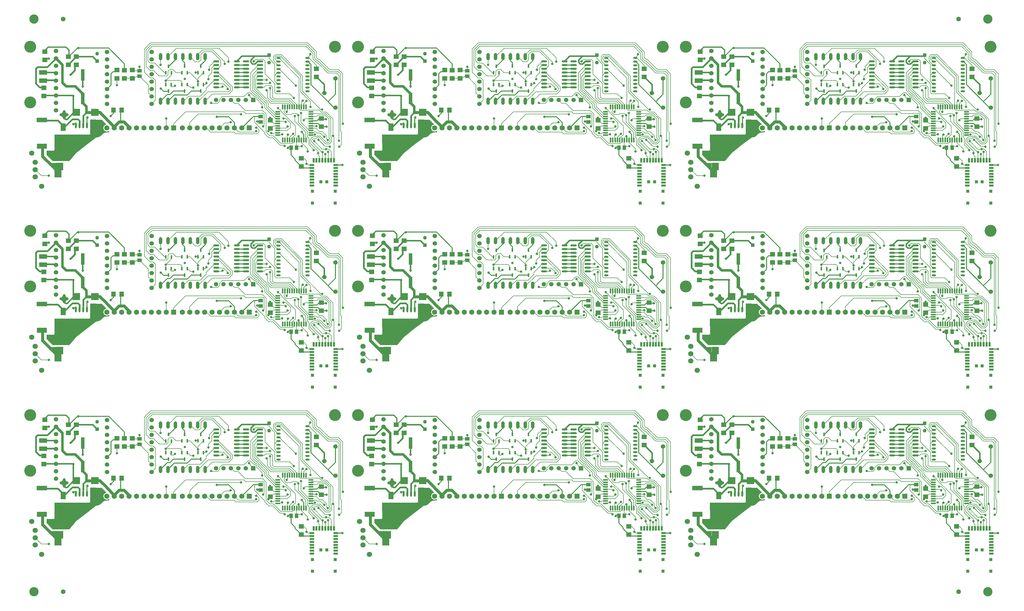
<source format=gtl>
%FSAX24Y24*%
%MOIN*%
G70*
G01*
G75*
G04 Layer_Physical_Order=1*
G04 Layer_Color=255*
%ADD10C,0.0630*%
%ADD11R,0.0630X0.0709*%
G04:AMPARAMS|DCode=12|XSize=24mil|YSize=59.1mil|CornerRadius=0.6mil|HoleSize=0mil|Usage=FLASHONLY|Rotation=270.000|XOffset=0mil|YOffset=0mil|HoleType=Round|Shape=RoundedRectangle|*
%AMROUNDEDRECTD12*
21,1,0.0240,0.0579,0,0,270.0*
21,1,0.0228,0.0591,0,0,270.0*
1,1,0.0012,-0.0289,-0.0114*
1,1,0.0012,-0.0289,0.0114*
1,1,0.0012,0.0289,0.0114*
1,1,0.0012,0.0289,-0.0114*
%
%ADD12ROUNDEDRECTD12*%
G04:AMPARAMS|DCode=13|XSize=24mil|YSize=59.1mil|CornerRadius=0.6mil|HoleSize=0mil|Usage=FLASHONLY|Rotation=180.000|XOffset=0mil|YOffset=0mil|HoleType=Round|Shape=RoundedRectangle|*
%AMROUNDEDRECTD13*
21,1,0.0240,0.0579,0,0,180.0*
21,1,0.0228,0.0591,0,0,180.0*
1,1,0.0012,-0.0114,0.0289*
1,1,0.0012,0.0114,0.0289*
1,1,0.0012,0.0114,-0.0289*
1,1,0.0012,-0.0114,-0.0289*
%
%ADD13ROUNDEDRECTD13*%
%ADD14O,0.0217X0.0689*%
%ADD15O,0.0689X0.0217*%
%ADD16O,0.0787X0.0248*%
%ADD17O,0.0866X0.0236*%
%ADD18R,0.1417X0.0591*%
%ADD19R,0.1378X0.0669*%
%ADD20R,0.0669X0.0984*%
%ADD21R,0.0945X0.1024*%
%ADD22R,0.0591X0.0512*%
%ADD23R,0.0236X0.0453*%
%ADD24R,0.0709X0.0630*%
%ADD25O,0.0591X0.0236*%
%ADD26R,0.0512X0.0591*%
%ADD27R,0.1024X0.0945*%
%ADD28O,0.0236X0.0787*%
%ADD29R,0.1063X0.0630*%
%ADD30R,0.0472X0.1575*%
%ADD31C,0.0394*%
%ADD32C,0.0118*%
%ADD33C,0.0236*%
%ADD34C,0.0330*%
%ADD35C,0.0079*%
%ADD36C,0.0197*%
%ADD37C,0.0157*%
%ADD38R,0.0394X0.0394*%
%ADD39P,0.1114X4X270.0*%
%ADD40R,0.0945X0.0984*%
%ADD41C,0.1250*%
%ADD42O,0.0472X0.0984*%
%ADD43C,0.0600*%
%ADD44C,0.0700*%
%ADD45R,0.0700X0.0700*%
%ADD46C,0.0394*%
%ADD47C,0.1600*%
%ADD48R,0.0591X0.0591*%
%ADD49C,0.0591*%
%ADD50R,0.0500X0.0500*%
%ADD51C,0.0500*%
%ADD52C,0.0709*%
%ADD53C,0.0315*%
G36*
X013976Y037127D02*
X013307Y037796D01*
X013976D01*
Y037127D01*
D02*
G37*
G36*
X020093Y043623D02*
X020377Y043339D01*
X020378Y043339D01*
X020413Y043311D01*
X020716Y043008D01*
X020700Y042960D01*
X020677Y042957D01*
X020563Y042910D01*
X020465Y042835D01*
X020390Y042737D01*
X020343Y042623D01*
X020327Y042501D01*
X020343Y042379D01*
X020390Y042265D01*
X020465Y042167D01*
X020563Y042092D01*
X020677Y042045D01*
X020799Y042029D01*
X020921Y042045D01*
X021035Y042092D01*
X021077Y042124D01*
X021122Y042102D01*
Y041946D01*
X021086Y041911D01*
X020847Y041915D01*
X020651Y041896D01*
X020463Y041839D01*
X020289Y041746D01*
X020137Y041621D01*
X020140Y041618D01*
X020026Y041497D01*
X019881Y041378D01*
X019716Y041290D01*
X019537Y041235D01*
X019355Y041218D01*
X019350Y041222D01*
Y041222D01*
X018071Y040237D01*
X016693Y039155D01*
X015750Y038038D01*
X013500D01*
X012700Y038888D01*
Y039438D01*
X013650D01*
X013750Y039538D01*
X013740Y041580D01*
X013776Y041615D01*
X018465D01*
X018563Y041714D01*
X018567Y043627D01*
X018603Y043662D01*
X020093Y043623D01*
D02*
G37*
G36*
X058071Y037127D02*
X057402Y037796D01*
X058071D01*
Y037127D01*
D02*
G37*
G36*
X064187Y043623D02*
X064472Y043339D01*
X064472Y043339D01*
X064508Y043311D01*
X064810Y043008D01*
X064794Y042960D01*
X064771Y042957D01*
X064658Y042910D01*
X064560Y042835D01*
X064485Y042737D01*
X064438Y042623D01*
X064422Y042501D01*
X064438Y042379D01*
X064485Y042265D01*
X064560Y042167D01*
X064658Y042092D01*
X064771Y042045D01*
X064894Y042029D01*
X065016Y042045D01*
X065130Y042092D01*
X065172Y042124D01*
X065217Y042102D01*
Y041946D01*
X065181Y041911D01*
X064942Y041915D01*
X064746Y041896D01*
X064557Y041839D01*
X064384Y041746D01*
X064231Y041621D01*
X064235Y041618D01*
X064120Y041497D01*
X063976Y041378D01*
X063810Y041290D01*
X063631Y041235D01*
X063449Y041218D01*
X063445Y041222D01*
Y041222D01*
X062165Y040237D01*
X060787Y039155D01*
X059844Y038038D01*
X057594D01*
X056794Y038888D01*
Y039438D01*
X057744D01*
X057844Y039538D01*
X057835Y041580D01*
X057870Y041615D01*
X062559D01*
X062657Y041714D01*
X062661Y043627D01*
X062697Y043662D01*
X064187Y043623D01*
D02*
G37*
G36*
X102165Y037127D02*
X101496Y037796D01*
X102165D01*
Y037127D01*
D02*
G37*
G36*
X108282Y043623D02*
X108566Y043339D01*
X108566Y043339D01*
X108602Y043311D01*
X108905Y043008D01*
X108889Y042960D01*
X108866Y042957D01*
X108752Y042910D01*
X108654Y042835D01*
X108579Y042737D01*
X108532Y042623D01*
X108516Y042501D01*
X108532Y042379D01*
X108579Y042265D01*
X108654Y042167D01*
X108752Y042092D01*
X108866Y042045D01*
X108988Y042029D01*
X109110Y042045D01*
X109224Y042092D01*
X109266Y042124D01*
X109311Y042102D01*
Y041946D01*
X109275Y041911D01*
X109036Y041915D01*
X108840Y041896D01*
X108652Y041839D01*
X108478Y041746D01*
X108326Y041621D01*
X108329Y041618D01*
X108215Y041497D01*
X108070Y041378D01*
X107905Y041290D01*
X107726Y041235D01*
X107544Y041218D01*
X107539Y041222D01*
Y041222D01*
X106260Y040237D01*
X104882Y039155D01*
X103939Y038038D01*
X101689D01*
X100889Y038888D01*
Y039438D01*
X101839D01*
X101939Y039538D01*
X101929Y041580D01*
X101965Y041615D01*
X106654D01*
X106752Y041714D01*
X106756Y043627D01*
X106792Y043662D01*
X108282Y043623D01*
D02*
G37*
G36*
X013976Y061930D02*
X013307Y062600D01*
X013976D01*
Y061930D01*
D02*
G37*
G36*
X020093Y068427D02*
X020377Y068142D01*
X020378Y068142D01*
X020413Y068114D01*
X020716Y067811D01*
X020700Y067763D01*
X020677Y067760D01*
X020563Y067713D01*
X020465Y067638D01*
X020390Y067540D01*
X020343Y067427D01*
X020327Y067304D01*
X020343Y067182D01*
X020390Y067068D01*
X020465Y066970D01*
X020563Y066895D01*
X020677Y066848D01*
X020799Y066832D01*
X020921Y066848D01*
X021035Y066895D01*
X021077Y066928D01*
X021122Y066905D01*
Y066749D01*
X021086Y066714D01*
X020847Y066719D01*
X020651Y066699D01*
X020463Y066642D01*
X020289Y066549D01*
X020137Y066424D01*
X020140Y066421D01*
X020026Y066300D01*
X019881Y066181D01*
X019716Y066093D01*
X019537Y066039D01*
X019355Y066021D01*
X019350Y066025D01*
Y066025D01*
X018071Y065041D01*
X016693Y063958D01*
X015750Y062841D01*
X013500D01*
X012700Y063691D01*
Y064241D01*
X013650D01*
X013750Y064341D01*
X013740Y066383D01*
X013776Y066418D01*
X018465D01*
X018563Y066517D01*
X018567Y068430D01*
X018603Y068465D01*
X020093Y068427D01*
D02*
G37*
G36*
X058071Y061930D02*
X057402Y062600D01*
X058071D01*
Y061930D01*
D02*
G37*
G36*
X064187Y068427D02*
X064472Y068142D01*
X064472Y068142D01*
X064508Y068114D01*
X064810Y067811D01*
X064794Y067763D01*
X064771Y067760D01*
X064658Y067713D01*
X064560Y067638D01*
X064485Y067540D01*
X064438Y067427D01*
X064422Y067304D01*
X064438Y067182D01*
X064485Y067068D01*
X064560Y066970D01*
X064658Y066895D01*
X064771Y066848D01*
X064894Y066832D01*
X065016Y066848D01*
X065130Y066895D01*
X065172Y066928D01*
X065217Y066905D01*
Y066749D01*
X065181Y066714D01*
X064942Y066719D01*
X064746Y066699D01*
X064557Y066642D01*
X064384Y066549D01*
X064231Y066424D01*
X064235Y066421D01*
X064120Y066300D01*
X063976Y066181D01*
X063810Y066093D01*
X063631Y066039D01*
X063449Y066021D01*
X063445Y066025D01*
Y066025D01*
X062165Y065041D01*
X060787Y063958D01*
X059844Y062841D01*
X057594D01*
X056794Y063691D01*
Y064241D01*
X057744D01*
X057844Y064341D01*
X057835Y066383D01*
X057870Y066418D01*
X062559D01*
X062657Y066517D01*
X062661Y068430D01*
X062697Y068465D01*
X064187Y068427D01*
D02*
G37*
G36*
X102165Y061930D02*
X101496Y062600D01*
X102165D01*
Y061930D01*
D02*
G37*
G36*
X108282Y068427D02*
X108566Y068142D01*
X108566Y068142D01*
X108602Y068114D01*
X108905Y067811D01*
X108889Y067763D01*
X108866Y067760D01*
X108752Y067713D01*
X108654Y067638D01*
X108579Y067540D01*
X108532Y067427D01*
X108516Y067304D01*
X108532Y067182D01*
X108579Y067068D01*
X108654Y066970D01*
X108752Y066895D01*
X108866Y066848D01*
X108988Y066832D01*
X109110Y066848D01*
X109224Y066895D01*
X109266Y066928D01*
X109311Y066905D01*
Y066749D01*
X109275Y066714D01*
X109036Y066719D01*
X108840Y066699D01*
X108652Y066642D01*
X108478Y066549D01*
X108326Y066424D01*
X108329Y066421D01*
X108215Y066300D01*
X108070Y066181D01*
X107905Y066093D01*
X107726Y066039D01*
X107544Y066021D01*
X107539Y066025D01*
Y066025D01*
X106260Y065041D01*
X104882Y063958D01*
X103939Y062841D01*
X101689D01*
X100889Y063691D01*
Y064241D01*
X101839D01*
X101939Y064341D01*
X101929Y066383D01*
X101965Y066418D01*
X106654D01*
X106752Y066517D01*
X106756Y068430D01*
X106792Y068465D01*
X108282Y068427D01*
D02*
G37*
G36*
X013976Y086733D02*
X013307Y087403D01*
X013976D01*
Y086733D01*
D02*
G37*
G36*
X020093Y093230D02*
X020377Y092945D01*
X020378Y092945D01*
X020413Y092917D01*
X020716Y092614D01*
X020700Y092567D01*
X020677Y092564D01*
X020563Y092516D01*
X020465Y092441D01*
X020390Y092344D01*
X020343Y092230D01*
X020327Y092107D01*
X020343Y091985D01*
X020390Y091871D01*
X020465Y091774D01*
X020563Y091699D01*
X020677Y091651D01*
X020799Y091635D01*
X020921Y091651D01*
X021035Y091699D01*
X021077Y091731D01*
X021122Y091709D01*
Y091553D01*
X021086Y091518D01*
X020847Y091522D01*
X020651Y091502D01*
X020463Y091445D01*
X020289Y091352D01*
X020137Y091227D01*
X020140Y091224D01*
X020026Y091103D01*
X019881Y090984D01*
X019716Y090896D01*
X019537Y090842D01*
X019355Y090824D01*
X019350Y090828D01*
Y090828D01*
X018071Y089844D01*
X016693Y088761D01*
X015750Y087644D01*
X013500D01*
X012700Y088494D01*
Y089044D01*
X013650D01*
X013750Y089144D01*
X013740Y091186D01*
X013776Y091222D01*
X018465D01*
X018563Y091320D01*
X018567Y093233D01*
X018603Y093268D01*
X020093Y093230D01*
D02*
G37*
G36*
X058071Y086733D02*
X057402Y087403D01*
X058071D01*
Y086733D01*
D02*
G37*
G36*
X064187Y093230D02*
X064472Y092945D01*
X064472Y092945D01*
X064508Y092917D01*
X064810Y092614D01*
X064794Y092567D01*
X064771Y092564D01*
X064658Y092516D01*
X064560Y092441D01*
X064485Y092344D01*
X064438Y092230D01*
X064422Y092107D01*
X064438Y091985D01*
X064485Y091871D01*
X064560Y091774D01*
X064658Y091699D01*
X064771Y091651D01*
X064894Y091635D01*
X065016Y091651D01*
X065130Y091699D01*
X065172Y091731D01*
X065217Y091709D01*
Y091553D01*
X065181Y091518D01*
X064942Y091522D01*
X064746Y091502D01*
X064557Y091445D01*
X064384Y091352D01*
X064231Y091227D01*
X064235Y091224D01*
X064120Y091103D01*
X063976Y090984D01*
X063810Y090896D01*
X063631Y090842D01*
X063449Y090824D01*
X063445Y090828D01*
Y090828D01*
X062165Y089844D01*
X060787Y088761D01*
X059844Y087644D01*
X057594D01*
X056794Y088494D01*
Y089044D01*
X057744D01*
X057844Y089144D01*
X057835Y091186D01*
X057870Y091222D01*
X062559D01*
X062657Y091320D01*
X062661Y093233D01*
X062697Y093268D01*
X064187Y093230D01*
D02*
G37*
G36*
X102165Y086733D02*
X101496Y087403D01*
X102165D01*
Y086733D01*
D02*
G37*
G36*
X108282Y093230D02*
X108566Y092945D01*
X108566Y092945D01*
X108602Y092917D01*
X108905Y092614D01*
X108889Y092567D01*
X108866Y092564D01*
X108752Y092516D01*
X108654Y092441D01*
X108579Y092344D01*
X108532Y092230D01*
X108516Y092107D01*
X108532Y091985D01*
X108579Y091871D01*
X108654Y091774D01*
X108752Y091699D01*
X108866Y091651D01*
X108988Y091635D01*
X109110Y091651D01*
X109224Y091699D01*
X109266Y091731D01*
X109311Y091709D01*
Y091553D01*
X109275Y091518D01*
X109036Y091522D01*
X108840Y091502D01*
X108652Y091445D01*
X108478Y091352D01*
X108326Y091227D01*
X108329Y091224D01*
X108215Y091103D01*
X108070Y090984D01*
X107905Y090896D01*
X107726Y090842D01*
X107544Y090824D01*
X107539Y090828D01*
Y090828D01*
X106260Y089844D01*
X104882Y088761D01*
X103939Y087644D01*
X101689D01*
X100889Y088494D01*
Y089044D01*
X101839D01*
X101939Y089144D01*
X101929Y091186D01*
X101965Y091222D01*
X106654D01*
X106752Y091320D01*
X106756Y093233D01*
X106792Y093268D01*
X108282Y093230D01*
D02*
G37*
D10*
X135396Y029607D02*
D03*
X014923Y106773D02*
D03*
X135396D02*
D03*
X014923Y029607D02*
D03*
D11*
X022798Y044925D02*
D03*
X021696D02*
D03*
X066892D02*
D03*
X065790D02*
D03*
X110987D02*
D03*
X109885D02*
D03*
X022798Y069728D02*
D03*
X021696D02*
D03*
X066892D02*
D03*
X065790D02*
D03*
X110987D02*
D03*
X109885D02*
D03*
X022798Y094532D02*
D03*
X021696D02*
D03*
X066892D02*
D03*
X065790D02*
D03*
X110987D02*
D03*
X109885D02*
D03*
D12*
X048373Y034757D02*
D03*
Y035151D02*
D03*
Y035544D02*
D03*
Y035938D02*
D03*
Y036332D02*
D03*
Y036726D02*
D03*
Y037119D02*
D03*
Y037513D02*
D03*
X051602D02*
D03*
Y037119D02*
D03*
Y036726D02*
D03*
Y036332D02*
D03*
Y035938D02*
D03*
Y035544D02*
D03*
Y035151D02*
D03*
Y034757D02*
D03*
X092468D02*
D03*
Y035151D02*
D03*
Y035544D02*
D03*
Y035938D02*
D03*
Y036332D02*
D03*
Y036726D02*
D03*
Y037119D02*
D03*
Y037513D02*
D03*
X095696D02*
D03*
Y037119D02*
D03*
Y036726D02*
D03*
Y036332D02*
D03*
Y035938D02*
D03*
Y035544D02*
D03*
Y035151D02*
D03*
Y034757D02*
D03*
X136562D02*
D03*
Y035151D02*
D03*
Y035544D02*
D03*
Y035938D02*
D03*
Y036332D02*
D03*
Y036726D02*
D03*
Y037119D02*
D03*
Y037513D02*
D03*
X139791D02*
D03*
Y037119D02*
D03*
Y036726D02*
D03*
Y036332D02*
D03*
Y035938D02*
D03*
Y035544D02*
D03*
Y035151D02*
D03*
Y034757D02*
D03*
X048373Y059560D02*
D03*
Y059954D02*
D03*
Y060348D02*
D03*
Y060741D02*
D03*
Y061135D02*
D03*
Y061529D02*
D03*
Y061922D02*
D03*
Y062316D02*
D03*
X051602D02*
D03*
Y061922D02*
D03*
Y061529D02*
D03*
Y061135D02*
D03*
Y060741D02*
D03*
Y060348D02*
D03*
Y059954D02*
D03*
Y059560D02*
D03*
X092468D02*
D03*
Y059954D02*
D03*
Y060348D02*
D03*
Y060741D02*
D03*
Y061135D02*
D03*
Y061529D02*
D03*
Y061922D02*
D03*
Y062316D02*
D03*
X095696D02*
D03*
Y061922D02*
D03*
Y061529D02*
D03*
Y061135D02*
D03*
Y060741D02*
D03*
Y060348D02*
D03*
Y059954D02*
D03*
Y059560D02*
D03*
X136562D02*
D03*
Y059954D02*
D03*
Y060348D02*
D03*
Y060741D02*
D03*
Y061135D02*
D03*
Y061529D02*
D03*
Y061922D02*
D03*
Y062316D02*
D03*
X139791D02*
D03*
Y061922D02*
D03*
Y061529D02*
D03*
Y061135D02*
D03*
Y060741D02*
D03*
Y060348D02*
D03*
Y059954D02*
D03*
Y059560D02*
D03*
X048373Y084363D02*
D03*
Y084757D02*
D03*
Y085151D02*
D03*
Y085544D02*
D03*
Y085938D02*
D03*
Y086332D02*
D03*
Y086726D02*
D03*
Y087119D02*
D03*
X051602D02*
D03*
Y086726D02*
D03*
Y086332D02*
D03*
Y085938D02*
D03*
Y085544D02*
D03*
Y085151D02*
D03*
Y084757D02*
D03*
Y084363D02*
D03*
X092468D02*
D03*
Y084757D02*
D03*
Y085151D02*
D03*
Y085544D02*
D03*
Y085938D02*
D03*
Y086332D02*
D03*
Y086726D02*
D03*
Y087119D02*
D03*
X095696D02*
D03*
Y086726D02*
D03*
Y086332D02*
D03*
Y085938D02*
D03*
Y085544D02*
D03*
Y085151D02*
D03*
Y084757D02*
D03*
Y084363D02*
D03*
X136562D02*
D03*
Y084757D02*
D03*
Y085151D02*
D03*
Y085544D02*
D03*
Y085938D02*
D03*
Y086332D02*
D03*
Y086726D02*
D03*
Y087119D02*
D03*
X139791D02*
D03*
Y086726D02*
D03*
Y086332D02*
D03*
Y085938D02*
D03*
Y085544D02*
D03*
Y085151D02*
D03*
Y084757D02*
D03*
Y084363D02*
D03*
D13*
X048606Y038143D02*
D03*
X048999D02*
D03*
X049393D02*
D03*
X049787D02*
D03*
X050180D02*
D03*
X050574D02*
D03*
X050968D02*
D03*
X051361D02*
D03*
X092700D02*
D03*
X093094D02*
D03*
X093487D02*
D03*
X093881D02*
D03*
X094275D02*
D03*
X094669D02*
D03*
X095062D02*
D03*
X095456D02*
D03*
X136794D02*
D03*
X137188D02*
D03*
X137582D02*
D03*
X137976D02*
D03*
X138369D02*
D03*
X138763D02*
D03*
X139157D02*
D03*
X139550D02*
D03*
X048606Y062946D02*
D03*
X048999D02*
D03*
X049393D02*
D03*
X049787D02*
D03*
X050180D02*
D03*
X050574D02*
D03*
X050968D02*
D03*
X051361D02*
D03*
X092700D02*
D03*
X093094D02*
D03*
X093487D02*
D03*
X093881D02*
D03*
X094275D02*
D03*
X094669D02*
D03*
X095062D02*
D03*
X095456D02*
D03*
X136794D02*
D03*
X137188D02*
D03*
X137582D02*
D03*
X137976D02*
D03*
X138369D02*
D03*
X138763D02*
D03*
X139157D02*
D03*
X139550D02*
D03*
X048606Y087749D02*
D03*
X048999D02*
D03*
X049393D02*
D03*
X049787D02*
D03*
X050180D02*
D03*
X050574D02*
D03*
X050968D02*
D03*
X051361D02*
D03*
X092700D02*
D03*
X093094D02*
D03*
X093487D02*
D03*
X093881D02*
D03*
X094275D02*
D03*
X094669D02*
D03*
X095062D02*
D03*
X095456D02*
D03*
X136794D02*
D03*
X137188D02*
D03*
X137582D02*
D03*
X137976D02*
D03*
X138369D02*
D03*
X138763D02*
D03*
X139157D02*
D03*
X139550D02*
D03*
D14*
X044449Y045336D02*
D03*
X044764D02*
D03*
X045079D02*
D03*
X045394D02*
D03*
X045709D02*
D03*
X046024D02*
D03*
X046339D02*
D03*
X046654D02*
D03*
X046968D02*
D03*
X047283D02*
D03*
X047598D02*
D03*
Y040887D02*
D03*
X047283D02*
D03*
X046968D02*
D03*
X046654D02*
D03*
X046339D02*
D03*
X046024D02*
D03*
X045709D02*
D03*
X045394D02*
D03*
X045079D02*
D03*
X044764D02*
D03*
X044449D02*
D03*
X088543Y045336D02*
D03*
X088858D02*
D03*
X089173D02*
D03*
X089488D02*
D03*
X089803D02*
D03*
X090118D02*
D03*
X090433D02*
D03*
X090748D02*
D03*
X091063D02*
D03*
X091378D02*
D03*
X091693D02*
D03*
Y040887D02*
D03*
X091378D02*
D03*
X091063D02*
D03*
X090748D02*
D03*
X090433D02*
D03*
X090118D02*
D03*
X089803D02*
D03*
X089488D02*
D03*
X089173D02*
D03*
X088858D02*
D03*
X088543D02*
D03*
X132638Y045336D02*
D03*
X132953D02*
D03*
X133268D02*
D03*
X133583D02*
D03*
X133898D02*
D03*
X134213D02*
D03*
X134528D02*
D03*
X134843D02*
D03*
X135157D02*
D03*
X135472D02*
D03*
X135787D02*
D03*
Y040887D02*
D03*
X135472D02*
D03*
X135157D02*
D03*
X134843D02*
D03*
X134528D02*
D03*
X134213D02*
D03*
X133898D02*
D03*
X133583D02*
D03*
X133268D02*
D03*
X132953D02*
D03*
X132638D02*
D03*
X044449Y070139D02*
D03*
X044764D02*
D03*
X045079D02*
D03*
X045394D02*
D03*
X045709D02*
D03*
X046024D02*
D03*
X046339D02*
D03*
X046654D02*
D03*
X046968D02*
D03*
X047283D02*
D03*
X047598D02*
D03*
Y065690D02*
D03*
X047283D02*
D03*
X046968D02*
D03*
X046654D02*
D03*
X046339D02*
D03*
X046024D02*
D03*
X045709D02*
D03*
X045394D02*
D03*
X045079D02*
D03*
X044764D02*
D03*
X044449D02*
D03*
X088543Y070139D02*
D03*
X088858D02*
D03*
X089173D02*
D03*
X089488D02*
D03*
X089803D02*
D03*
X090118D02*
D03*
X090433D02*
D03*
X090748D02*
D03*
X091063D02*
D03*
X091378D02*
D03*
X091693D02*
D03*
Y065690D02*
D03*
X091378D02*
D03*
X091063D02*
D03*
X090748D02*
D03*
X090433D02*
D03*
X090118D02*
D03*
X089803D02*
D03*
X089488D02*
D03*
X089173D02*
D03*
X088858D02*
D03*
X088543D02*
D03*
X132638Y070139D02*
D03*
X132953D02*
D03*
X133268D02*
D03*
X133583D02*
D03*
X133898D02*
D03*
X134213D02*
D03*
X134528D02*
D03*
X134843D02*
D03*
X135157D02*
D03*
X135472D02*
D03*
X135787D02*
D03*
Y065690D02*
D03*
X135472D02*
D03*
X135157D02*
D03*
X134843D02*
D03*
X134528D02*
D03*
X134213D02*
D03*
X133898D02*
D03*
X133583D02*
D03*
X133268D02*
D03*
X132953D02*
D03*
X132638D02*
D03*
X044449Y094942D02*
D03*
X044764D02*
D03*
X045079D02*
D03*
X045394D02*
D03*
X045709D02*
D03*
X046024D02*
D03*
X046339D02*
D03*
X046654D02*
D03*
X046968D02*
D03*
X047283D02*
D03*
X047598D02*
D03*
Y090493D02*
D03*
X047283D02*
D03*
X046968D02*
D03*
X046654D02*
D03*
X046339D02*
D03*
X046024D02*
D03*
X045709D02*
D03*
X045394D02*
D03*
X045079D02*
D03*
X044764D02*
D03*
X044449D02*
D03*
X088543Y094942D02*
D03*
X088858D02*
D03*
X089173D02*
D03*
X089488D02*
D03*
X089803D02*
D03*
X090118D02*
D03*
X090433D02*
D03*
X090748D02*
D03*
X091063D02*
D03*
X091378D02*
D03*
X091693D02*
D03*
Y090493D02*
D03*
X091378D02*
D03*
X091063D02*
D03*
X090748D02*
D03*
X090433D02*
D03*
X090118D02*
D03*
X089803D02*
D03*
X089488D02*
D03*
X089173D02*
D03*
X088858D02*
D03*
X088543D02*
D03*
X132638Y094942D02*
D03*
X132953D02*
D03*
X133268D02*
D03*
X133583D02*
D03*
X133898D02*
D03*
X134213D02*
D03*
X134528D02*
D03*
X134843D02*
D03*
X135157D02*
D03*
X135472D02*
D03*
X135787D02*
D03*
Y090493D02*
D03*
X135472D02*
D03*
X135157D02*
D03*
X134843D02*
D03*
X134528D02*
D03*
X134213D02*
D03*
X133898D02*
D03*
X133583D02*
D03*
X133268D02*
D03*
X132953D02*
D03*
X132638D02*
D03*
D15*
X048248Y044686D02*
D03*
Y044371D02*
D03*
Y044056D02*
D03*
Y043741D02*
D03*
Y043426D02*
D03*
Y043111D02*
D03*
Y042796D02*
D03*
Y042481D02*
D03*
Y042167D02*
D03*
Y041852D02*
D03*
Y041537D02*
D03*
X043799D02*
D03*
Y041852D02*
D03*
Y042167D02*
D03*
Y042481D02*
D03*
Y042796D02*
D03*
Y043111D02*
D03*
Y043426D02*
D03*
Y043741D02*
D03*
Y044056D02*
D03*
Y044371D02*
D03*
Y044686D02*
D03*
X092343D02*
D03*
Y044371D02*
D03*
Y044056D02*
D03*
Y043741D02*
D03*
Y043426D02*
D03*
Y043111D02*
D03*
Y042796D02*
D03*
Y042481D02*
D03*
Y042167D02*
D03*
Y041852D02*
D03*
Y041537D02*
D03*
X087894D02*
D03*
Y041852D02*
D03*
Y042167D02*
D03*
Y042481D02*
D03*
Y042796D02*
D03*
Y043111D02*
D03*
Y043426D02*
D03*
Y043741D02*
D03*
Y044056D02*
D03*
Y044371D02*
D03*
Y044686D02*
D03*
X136437D02*
D03*
Y044371D02*
D03*
Y044056D02*
D03*
Y043741D02*
D03*
Y043426D02*
D03*
Y043111D02*
D03*
Y042796D02*
D03*
Y042481D02*
D03*
Y042167D02*
D03*
Y041852D02*
D03*
Y041537D02*
D03*
X131988D02*
D03*
Y041852D02*
D03*
Y042167D02*
D03*
Y042481D02*
D03*
Y042796D02*
D03*
Y043111D02*
D03*
Y043426D02*
D03*
Y043741D02*
D03*
Y044056D02*
D03*
Y044371D02*
D03*
Y044686D02*
D03*
X048248Y069489D02*
D03*
Y069174D02*
D03*
Y068859D02*
D03*
Y068544D02*
D03*
Y068230D02*
D03*
Y067915D02*
D03*
Y067600D02*
D03*
Y067285D02*
D03*
Y066970D02*
D03*
Y066655D02*
D03*
Y066340D02*
D03*
X043799D02*
D03*
Y066655D02*
D03*
Y066970D02*
D03*
Y067285D02*
D03*
Y067600D02*
D03*
Y067915D02*
D03*
Y068230D02*
D03*
Y068544D02*
D03*
Y068859D02*
D03*
Y069174D02*
D03*
Y069489D02*
D03*
X092343D02*
D03*
Y069174D02*
D03*
Y068859D02*
D03*
Y068544D02*
D03*
Y068230D02*
D03*
Y067915D02*
D03*
Y067600D02*
D03*
Y067285D02*
D03*
Y066970D02*
D03*
Y066655D02*
D03*
Y066340D02*
D03*
X087894D02*
D03*
Y066655D02*
D03*
Y066970D02*
D03*
Y067285D02*
D03*
Y067600D02*
D03*
Y067915D02*
D03*
Y068230D02*
D03*
Y068544D02*
D03*
Y068859D02*
D03*
Y069174D02*
D03*
Y069489D02*
D03*
X136437D02*
D03*
Y069174D02*
D03*
Y068859D02*
D03*
Y068544D02*
D03*
Y068230D02*
D03*
Y067915D02*
D03*
Y067600D02*
D03*
Y067285D02*
D03*
Y066970D02*
D03*
Y066655D02*
D03*
Y066340D02*
D03*
X131988D02*
D03*
Y066655D02*
D03*
Y066970D02*
D03*
Y067285D02*
D03*
Y067600D02*
D03*
Y067915D02*
D03*
Y068230D02*
D03*
Y068544D02*
D03*
Y068859D02*
D03*
Y069174D02*
D03*
Y069489D02*
D03*
X048248Y094293D02*
D03*
Y093978D02*
D03*
Y093663D02*
D03*
Y093348D02*
D03*
Y093033D02*
D03*
Y092718D02*
D03*
Y092403D02*
D03*
Y092088D02*
D03*
Y091773D02*
D03*
Y091458D02*
D03*
Y091143D02*
D03*
X043799D02*
D03*
Y091458D02*
D03*
Y091773D02*
D03*
Y092088D02*
D03*
Y092403D02*
D03*
Y092718D02*
D03*
Y093033D02*
D03*
Y093348D02*
D03*
Y093663D02*
D03*
Y093978D02*
D03*
Y094293D02*
D03*
X092343D02*
D03*
Y093978D02*
D03*
Y093663D02*
D03*
Y093348D02*
D03*
Y093033D02*
D03*
Y092718D02*
D03*
Y092403D02*
D03*
Y092088D02*
D03*
Y091773D02*
D03*
Y091458D02*
D03*
Y091143D02*
D03*
X087894D02*
D03*
Y091458D02*
D03*
Y091773D02*
D03*
Y092088D02*
D03*
Y092403D02*
D03*
Y092718D02*
D03*
Y093033D02*
D03*
Y093348D02*
D03*
Y093663D02*
D03*
Y093978D02*
D03*
Y094293D02*
D03*
X136437D02*
D03*
Y093978D02*
D03*
Y093663D02*
D03*
Y093348D02*
D03*
Y093033D02*
D03*
Y092718D02*
D03*
Y092403D02*
D03*
Y092088D02*
D03*
Y091773D02*
D03*
Y091458D02*
D03*
Y091143D02*
D03*
X131988D02*
D03*
Y091458D02*
D03*
Y091773D02*
D03*
Y092088D02*
D03*
Y092403D02*
D03*
Y092718D02*
D03*
Y093033D02*
D03*
Y093348D02*
D03*
Y093663D02*
D03*
Y093978D02*
D03*
Y094293D02*
D03*
D16*
X035522Y051488D02*
D03*
Y050988D02*
D03*
Y050488D02*
D03*
Y049988D02*
D03*
Y049488D02*
D03*
Y048988D02*
D03*
Y048488D02*
D03*
Y047988D02*
D03*
X038278Y051488D02*
D03*
Y050988D02*
D03*
Y050488D02*
D03*
Y049988D02*
D03*
Y049488D02*
D03*
Y048988D02*
D03*
Y048488D02*
D03*
Y047988D02*
D03*
X079617Y051488D02*
D03*
Y050988D02*
D03*
Y050488D02*
D03*
Y049988D02*
D03*
Y049488D02*
D03*
Y048988D02*
D03*
Y048488D02*
D03*
Y047988D02*
D03*
X082372Y051488D02*
D03*
Y050988D02*
D03*
Y050488D02*
D03*
Y049988D02*
D03*
Y049488D02*
D03*
Y048988D02*
D03*
Y048488D02*
D03*
Y047988D02*
D03*
X123711Y051488D02*
D03*
Y050988D02*
D03*
Y050488D02*
D03*
Y049988D02*
D03*
Y049488D02*
D03*
Y048988D02*
D03*
Y048488D02*
D03*
Y047988D02*
D03*
X126467Y051488D02*
D03*
Y050988D02*
D03*
Y050488D02*
D03*
Y049988D02*
D03*
Y049488D02*
D03*
Y048988D02*
D03*
Y048488D02*
D03*
Y047988D02*
D03*
X035522Y076291D02*
D03*
Y075791D02*
D03*
Y075291D02*
D03*
Y074791D02*
D03*
Y074291D02*
D03*
Y073791D02*
D03*
Y073291D02*
D03*
Y072791D02*
D03*
X038278Y076291D02*
D03*
Y075791D02*
D03*
Y075291D02*
D03*
Y074791D02*
D03*
Y074291D02*
D03*
Y073791D02*
D03*
Y073291D02*
D03*
Y072791D02*
D03*
X079617Y076291D02*
D03*
Y075791D02*
D03*
Y075291D02*
D03*
Y074791D02*
D03*
Y074291D02*
D03*
Y073791D02*
D03*
Y073291D02*
D03*
Y072791D02*
D03*
X082372Y076291D02*
D03*
Y075791D02*
D03*
Y075291D02*
D03*
Y074791D02*
D03*
Y074291D02*
D03*
Y073791D02*
D03*
Y073291D02*
D03*
Y072791D02*
D03*
X123711Y076291D02*
D03*
Y075791D02*
D03*
Y075291D02*
D03*
Y074791D02*
D03*
Y074291D02*
D03*
Y073791D02*
D03*
Y073291D02*
D03*
Y072791D02*
D03*
X126467Y076291D02*
D03*
Y075791D02*
D03*
Y075291D02*
D03*
Y074791D02*
D03*
Y074291D02*
D03*
Y073791D02*
D03*
Y073291D02*
D03*
Y072791D02*
D03*
X035522Y101094D02*
D03*
Y100594D02*
D03*
Y100094D02*
D03*
Y099594D02*
D03*
Y099094D02*
D03*
Y098594D02*
D03*
Y098094D02*
D03*
Y097594D02*
D03*
X038278Y101094D02*
D03*
Y100594D02*
D03*
Y100094D02*
D03*
Y099594D02*
D03*
Y099094D02*
D03*
Y098594D02*
D03*
Y098094D02*
D03*
Y097594D02*
D03*
X079617Y101094D02*
D03*
Y100594D02*
D03*
Y100094D02*
D03*
Y099594D02*
D03*
Y099094D02*
D03*
Y098594D02*
D03*
Y098094D02*
D03*
Y097594D02*
D03*
X082372Y101094D02*
D03*
Y100594D02*
D03*
Y100094D02*
D03*
Y099594D02*
D03*
Y099094D02*
D03*
Y098594D02*
D03*
Y098094D02*
D03*
Y097594D02*
D03*
X123711Y101094D02*
D03*
Y100594D02*
D03*
Y100094D02*
D03*
Y099594D02*
D03*
Y099094D02*
D03*
Y098594D02*
D03*
Y098094D02*
D03*
Y097594D02*
D03*
X126467Y101094D02*
D03*
Y100594D02*
D03*
Y100094D02*
D03*
Y099594D02*
D03*
Y099094D02*
D03*
Y098594D02*
D03*
Y098094D02*
D03*
Y097594D02*
D03*
D17*
X039505Y051488D02*
D03*
Y050988D02*
D03*
Y050488D02*
D03*
Y049988D02*
D03*
Y049488D02*
D03*
Y048988D02*
D03*
Y048488D02*
D03*
Y047988D02*
D03*
X041395Y051488D02*
D03*
Y050988D02*
D03*
Y050488D02*
D03*
Y049988D02*
D03*
Y049488D02*
D03*
Y048988D02*
D03*
Y048488D02*
D03*
Y047988D02*
D03*
X083600Y051488D02*
D03*
Y050988D02*
D03*
Y050488D02*
D03*
Y049988D02*
D03*
Y049488D02*
D03*
Y048988D02*
D03*
Y048488D02*
D03*
Y047988D02*
D03*
X085489Y051488D02*
D03*
Y050988D02*
D03*
Y050488D02*
D03*
Y049988D02*
D03*
Y049488D02*
D03*
Y048988D02*
D03*
Y048488D02*
D03*
Y047988D02*
D03*
X127694Y051488D02*
D03*
Y050988D02*
D03*
Y050488D02*
D03*
Y049988D02*
D03*
Y049488D02*
D03*
Y048988D02*
D03*
Y048488D02*
D03*
Y047988D02*
D03*
X129584Y051488D02*
D03*
Y050988D02*
D03*
Y050488D02*
D03*
Y049988D02*
D03*
Y049488D02*
D03*
Y048988D02*
D03*
Y048488D02*
D03*
Y047988D02*
D03*
X039505Y076291D02*
D03*
Y075791D02*
D03*
Y075291D02*
D03*
Y074791D02*
D03*
Y074291D02*
D03*
Y073791D02*
D03*
Y073291D02*
D03*
Y072791D02*
D03*
X041395Y076291D02*
D03*
Y075791D02*
D03*
Y075291D02*
D03*
Y074791D02*
D03*
Y074291D02*
D03*
Y073791D02*
D03*
Y073291D02*
D03*
Y072791D02*
D03*
X083600Y076291D02*
D03*
Y075791D02*
D03*
Y075291D02*
D03*
Y074791D02*
D03*
Y074291D02*
D03*
Y073791D02*
D03*
Y073291D02*
D03*
Y072791D02*
D03*
X085489Y076291D02*
D03*
Y075791D02*
D03*
Y075291D02*
D03*
Y074791D02*
D03*
Y074291D02*
D03*
Y073791D02*
D03*
Y073291D02*
D03*
Y072791D02*
D03*
X127694Y076291D02*
D03*
Y075791D02*
D03*
Y075291D02*
D03*
Y074791D02*
D03*
Y074291D02*
D03*
Y073791D02*
D03*
Y073291D02*
D03*
Y072791D02*
D03*
X129584Y076291D02*
D03*
Y075791D02*
D03*
Y075291D02*
D03*
Y074791D02*
D03*
Y074291D02*
D03*
Y073791D02*
D03*
Y073291D02*
D03*
Y072791D02*
D03*
X039505Y101094D02*
D03*
Y100594D02*
D03*
Y100094D02*
D03*
Y099594D02*
D03*
Y099094D02*
D03*
Y098594D02*
D03*
Y098094D02*
D03*
Y097594D02*
D03*
X041395Y101094D02*
D03*
Y100594D02*
D03*
Y100094D02*
D03*
Y099594D02*
D03*
Y099094D02*
D03*
Y098594D02*
D03*
Y098094D02*
D03*
Y097594D02*
D03*
X083600Y101094D02*
D03*
Y100594D02*
D03*
Y100094D02*
D03*
Y099594D02*
D03*
Y099094D02*
D03*
Y098594D02*
D03*
Y098094D02*
D03*
Y097594D02*
D03*
X085489Y101094D02*
D03*
Y100594D02*
D03*
Y100094D02*
D03*
Y099594D02*
D03*
Y099094D02*
D03*
Y098594D02*
D03*
Y098094D02*
D03*
Y097594D02*
D03*
X127694Y101094D02*
D03*
Y100594D02*
D03*
Y100094D02*
D03*
Y099594D02*
D03*
Y099094D02*
D03*
Y098594D02*
D03*
Y098094D02*
D03*
Y097594D02*
D03*
X129584Y101094D02*
D03*
Y100594D02*
D03*
Y100094D02*
D03*
Y099594D02*
D03*
Y099094D02*
D03*
Y098594D02*
D03*
Y098094D02*
D03*
Y097594D02*
D03*
D18*
X012067Y043584D02*
D03*
X056161D02*
D03*
X100256D02*
D03*
X012067Y068387D02*
D03*
X056161D02*
D03*
X100256D02*
D03*
X012067Y093190D02*
D03*
X056161D02*
D03*
X100256D02*
D03*
D19*
X012067Y040041D02*
D03*
X056161D02*
D03*
X100256D02*
D03*
X012067Y064844D02*
D03*
X056161D02*
D03*
X100256D02*
D03*
X012067Y089647D02*
D03*
X056161D02*
D03*
X100256D02*
D03*
D20*
X014921Y041025D02*
D03*
Y042600D02*
D03*
X059016Y041025D02*
D03*
Y042600D02*
D03*
X103110Y041025D02*
D03*
Y042600D02*
D03*
X014921Y065828D02*
D03*
Y067403D02*
D03*
X059016Y065828D02*
D03*
Y067403D02*
D03*
X103110Y065828D02*
D03*
Y067403D02*
D03*
X014921Y090631D02*
D03*
Y092206D02*
D03*
X059016Y090631D02*
D03*
Y092206D02*
D03*
X103110Y090631D02*
D03*
Y092206D02*
D03*
D21*
X014232Y038859D02*
D03*
Y036340D02*
D03*
X058327Y038859D02*
D03*
Y036340D02*
D03*
X102421Y038859D02*
D03*
Y036340D02*
D03*
X014232Y063663D02*
D03*
Y061143D02*
D03*
X058327Y063663D02*
D03*
Y061143D02*
D03*
X102421Y063663D02*
D03*
Y061143D02*
D03*
X014232Y088466D02*
D03*
Y085946D02*
D03*
X058327Y088466D02*
D03*
Y085946D02*
D03*
X102421Y088466D02*
D03*
Y085946D02*
D03*
D22*
X041496Y044056D02*
D03*
Y043308D02*
D03*
X025178Y050227D02*
D03*
Y049479D02*
D03*
X085591Y044056D02*
D03*
Y043308D02*
D03*
X069272Y050227D02*
D03*
Y049479D02*
D03*
X129685Y044056D02*
D03*
Y043308D02*
D03*
X113367Y050227D02*
D03*
Y049479D02*
D03*
X041496Y068859D02*
D03*
Y068111D02*
D03*
X025178Y075030D02*
D03*
Y074282D02*
D03*
X085591Y068859D02*
D03*
Y068111D02*
D03*
X069272Y075030D02*
D03*
Y074282D02*
D03*
X129685Y068859D02*
D03*
Y068111D02*
D03*
X113367Y075030D02*
D03*
Y074282D02*
D03*
X041496Y093663D02*
D03*
Y092915D02*
D03*
X025178Y099833D02*
D03*
Y099085D02*
D03*
X085591Y093663D02*
D03*
Y092915D02*
D03*
X069272Y099833D02*
D03*
Y099085D02*
D03*
X129685Y093663D02*
D03*
Y092915D02*
D03*
X113367Y099833D02*
D03*
Y099085D02*
D03*
D23*
X028722Y049933D02*
D03*
X029470D02*
D03*
X029096Y050819D02*
D03*
X031634Y048357D02*
D03*
X030886D02*
D03*
X031260Y047472D02*
D03*
X033799Y048357D02*
D03*
X033051D02*
D03*
X033425Y047472D02*
D03*
X033051Y049952D02*
D03*
X033799D02*
D03*
X033425Y050838D02*
D03*
X030886Y049952D02*
D03*
X031634D02*
D03*
X031260Y050838D02*
D03*
X029094Y047472D02*
D03*
X028720Y048357D02*
D03*
X029469D02*
D03*
X072817Y049933D02*
D03*
X073565D02*
D03*
X073191Y050819D02*
D03*
X075728Y048357D02*
D03*
X074980D02*
D03*
X075354Y047472D02*
D03*
X077894Y048357D02*
D03*
X077146D02*
D03*
X077520Y047472D02*
D03*
X077146Y049952D02*
D03*
X077894D02*
D03*
X077520Y050838D02*
D03*
X074980Y049952D02*
D03*
X075728D02*
D03*
X075354Y050838D02*
D03*
X073189Y047472D02*
D03*
X072815Y048357D02*
D03*
X073563D02*
D03*
X116911Y049933D02*
D03*
X117659D02*
D03*
X117285Y050819D02*
D03*
X119823Y048357D02*
D03*
X119075D02*
D03*
X119449Y047472D02*
D03*
X121988Y048357D02*
D03*
X121240D02*
D03*
X121614Y047472D02*
D03*
X121240Y049952D02*
D03*
X121988D02*
D03*
X121614Y050838D02*
D03*
X119075Y049952D02*
D03*
X119823D02*
D03*
X119449Y050838D02*
D03*
X117283Y047472D02*
D03*
X116909Y048357D02*
D03*
X117657D02*
D03*
X028722Y074737D02*
D03*
X029470D02*
D03*
X029096Y075622D02*
D03*
X031634Y073161D02*
D03*
X030886D02*
D03*
X031260Y072275D02*
D03*
X033799Y073161D02*
D03*
X033051D02*
D03*
X033425Y072275D02*
D03*
X033051Y074755D02*
D03*
X033799D02*
D03*
X033425Y075641D02*
D03*
X030886Y074755D02*
D03*
X031634D02*
D03*
X031260Y075641D02*
D03*
X029094Y072275D02*
D03*
X028720Y073161D02*
D03*
X029469D02*
D03*
X072817Y074737D02*
D03*
X073565D02*
D03*
X073191Y075622D02*
D03*
X075728Y073161D02*
D03*
X074980D02*
D03*
X075354Y072275D02*
D03*
X077894Y073161D02*
D03*
X077146D02*
D03*
X077520Y072275D02*
D03*
X077146Y074755D02*
D03*
X077894D02*
D03*
X077520Y075641D02*
D03*
X074980Y074755D02*
D03*
X075728D02*
D03*
X075354Y075641D02*
D03*
X073189Y072275D02*
D03*
X072815Y073161D02*
D03*
X073563D02*
D03*
X116911Y074737D02*
D03*
X117659D02*
D03*
X117285Y075622D02*
D03*
X119823Y073161D02*
D03*
X119075D02*
D03*
X119449Y072275D02*
D03*
X121988Y073161D02*
D03*
X121240D02*
D03*
X121614Y072275D02*
D03*
X121240Y074755D02*
D03*
X121988D02*
D03*
X121614Y075641D02*
D03*
X119075Y074755D02*
D03*
X119823D02*
D03*
X119449Y075641D02*
D03*
X117283Y072275D02*
D03*
X116909Y073161D02*
D03*
X117657D02*
D03*
X028722Y099540D02*
D03*
X029470D02*
D03*
X029096Y100426D02*
D03*
X031634Y097964D02*
D03*
X030886D02*
D03*
X031260Y097078D02*
D03*
X033799Y097964D02*
D03*
X033051D02*
D03*
X033425Y097078D02*
D03*
X033051Y099558D02*
D03*
X033799D02*
D03*
X033425Y100444D02*
D03*
X030886Y099558D02*
D03*
X031634D02*
D03*
X031260Y100444D02*
D03*
X029094Y097078D02*
D03*
X028720Y097964D02*
D03*
X029469D02*
D03*
X072817Y099540D02*
D03*
X073565D02*
D03*
X073191Y100426D02*
D03*
X075728Y097964D02*
D03*
X074980D02*
D03*
X075354Y097078D02*
D03*
X077894Y097964D02*
D03*
X077146D02*
D03*
X077520Y097078D02*
D03*
X077146Y099558D02*
D03*
X077894D02*
D03*
X077520Y100444D02*
D03*
X074980Y099558D02*
D03*
X075728D02*
D03*
X075354Y100444D02*
D03*
X073189Y097078D02*
D03*
X072815Y097964D02*
D03*
X073563D02*
D03*
X116911Y099540D02*
D03*
X117659D02*
D03*
X117285Y100426D02*
D03*
X119823Y097964D02*
D03*
X119075D02*
D03*
X119449Y097078D02*
D03*
X121988Y097964D02*
D03*
X121240D02*
D03*
X121614Y097078D02*
D03*
X121240Y099558D02*
D03*
X121988D02*
D03*
X121614Y100444D02*
D03*
X119075Y099558D02*
D03*
X119823D02*
D03*
X119449Y100444D02*
D03*
X117283Y097078D02*
D03*
X116909Y097964D02*
D03*
X117657D02*
D03*
D24*
X016693Y052107D02*
D03*
Y051005D02*
D03*
X022158Y049196D02*
D03*
Y050298D02*
D03*
X015610Y051005D02*
D03*
Y052107D02*
D03*
X023158Y049176D02*
D03*
Y050278D02*
D03*
X012441Y052796D02*
D03*
Y051694D02*
D03*
X024228Y049196D02*
D03*
Y050298D02*
D03*
X012318Y047908D02*
D03*
Y046806D02*
D03*
X046938Y038420D02*
D03*
Y037317D02*
D03*
X049000Y049387D02*
D03*
Y050489D02*
D03*
X042776Y043535D02*
D03*
Y042432D02*
D03*
X049656Y043781D02*
D03*
Y042678D02*
D03*
X060787Y052107D02*
D03*
Y051005D02*
D03*
X066252Y049196D02*
D03*
Y050298D02*
D03*
X059705Y051005D02*
D03*
Y052107D02*
D03*
X067252Y049176D02*
D03*
Y050278D02*
D03*
X056535Y052796D02*
D03*
Y051694D02*
D03*
X068322Y049196D02*
D03*
Y050298D02*
D03*
X056412Y047908D02*
D03*
Y046806D02*
D03*
X091032Y038420D02*
D03*
Y037317D02*
D03*
X093094Y049387D02*
D03*
Y050489D02*
D03*
X086870Y043535D02*
D03*
Y042432D02*
D03*
X093750Y043781D02*
D03*
Y042678D02*
D03*
X104882Y052107D02*
D03*
Y051005D02*
D03*
X110347Y049196D02*
D03*
Y050298D02*
D03*
X103799Y051005D02*
D03*
Y052107D02*
D03*
X111347Y049176D02*
D03*
Y050278D02*
D03*
X100630Y052796D02*
D03*
Y051694D02*
D03*
X112417Y049196D02*
D03*
Y050298D02*
D03*
X100507Y047908D02*
D03*
Y046806D02*
D03*
X135127Y038420D02*
D03*
Y037317D02*
D03*
X137189Y049387D02*
D03*
Y050489D02*
D03*
X130965Y043535D02*
D03*
Y042432D02*
D03*
X137844Y043781D02*
D03*
Y042678D02*
D03*
X016693Y076911D02*
D03*
Y075808D02*
D03*
X022158Y073999D02*
D03*
Y075101D02*
D03*
X015610Y075808D02*
D03*
Y076911D02*
D03*
X023158Y073979D02*
D03*
Y075081D02*
D03*
X012441Y077600D02*
D03*
Y076497D02*
D03*
X024228Y073999D02*
D03*
Y075101D02*
D03*
X012318Y072712D02*
D03*
Y071609D02*
D03*
X046938Y063223D02*
D03*
Y062120D02*
D03*
X049000Y074190D02*
D03*
Y075293D02*
D03*
X042776Y068338D02*
D03*
Y067235D02*
D03*
X049656Y068584D02*
D03*
Y067481D02*
D03*
X060787Y076911D02*
D03*
Y075808D02*
D03*
X066252Y073999D02*
D03*
Y075101D02*
D03*
X059705Y075808D02*
D03*
Y076911D02*
D03*
X067252Y073979D02*
D03*
Y075081D02*
D03*
X056535Y077600D02*
D03*
Y076497D02*
D03*
X068322Y073999D02*
D03*
Y075101D02*
D03*
X056412Y072712D02*
D03*
Y071609D02*
D03*
X091032Y063223D02*
D03*
Y062120D02*
D03*
X093094Y074190D02*
D03*
Y075293D02*
D03*
X086870Y068338D02*
D03*
Y067235D02*
D03*
X093750Y068584D02*
D03*
Y067481D02*
D03*
X104882Y076911D02*
D03*
Y075808D02*
D03*
X110347Y073999D02*
D03*
Y075101D02*
D03*
X103799Y075808D02*
D03*
Y076911D02*
D03*
X111347Y073979D02*
D03*
Y075081D02*
D03*
X100630Y077600D02*
D03*
Y076497D02*
D03*
X112417Y073999D02*
D03*
Y075101D02*
D03*
X100507Y072712D02*
D03*
Y071609D02*
D03*
X135127Y063223D02*
D03*
Y062120D02*
D03*
X137189Y074190D02*
D03*
Y075293D02*
D03*
X130965Y068338D02*
D03*
Y067235D02*
D03*
X137844Y068584D02*
D03*
Y067481D02*
D03*
X016693Y101714D02*
D03*
Y100611D02*
D03*
X022158Y098802D02*
D03*
Y099905D02*
D03*
X015610Y100611D02*
D03*
Y101714D02*
D03*
X023158Y098782D02*
D03*
Y099885D02*
D03*
X012441Y102403D02*
D03*
Y101300D02*
D03*
X024228Y098802D02*
D03*
Y099905D02*
D03*
X012318Y097515D02*
D03*
Y096412D02*
D03*
X046938Y088026D02*
D03*
Y086923D02*
D03*
X049000Y098993D02*
D03*
Y100096D02*
D03*
X042776Y093141D02*
D03*
Y092039D02*
D03*
X049656Y093387D02*
D03*
Y092285D02*
D03*
X060787Y101714D02*
D03*
Y100611D02*
D03*
X066252Y098802D02*
D03*
Y099905D02*
D03*
X059705Y100611D02*
D03*
Y101714D02*
D03*
X067252Y098782D02*
D03*
Y099885D02*
D03*
X056535Y102403D02*
D03*
Y101300D02*
D03*
X068322Y098802D02*
D03*
Y099905D02*
D03*
X056412Y097515D02*
D03*
Y096412D02*
D03*
X091032Y088026D02*
D03*
Y086923D02*
D03*
X093094Y098993D02*
D03*
Y100096D02*
D03*
X086870Y093141D02*
D03*
Y092039D02*
D03*
X093750Y093387D02*
D03*
Y092285D02*
D03*
X104882Y101714D02*
D03*
Y100611D02*
D03*
X110347Y098802D02*
D03*
Y099905D02*
D03*
X103799Y100611D02*
D03*
Y101714D02*
D03*
X111347Y098782D02*
D03*
Y099885D02*
D03*
X100630Y102403D02*
D03*
Y101300D02*
D03*
X112417Y098802D02*
D03*
Y099905D02*
D03*
X100507Y097515D02*
D03*
Y096412D02*
D03*
X135127Y088026D02*
D03*
Y086923D02*
D03*
X137189Y098993D02*
D03*
Y100096D02*
D03*
X130965Y093141D02*
D03*
Y092039D02*
D03*
X137844Y093387D02*
D03*
Y092285D02*
D03*
D25*
X043878Y051936D02*
D03*
Y051436D02*
D03*
Y050936D02*
D03*
Y050436D02*
D03*
Y049936D02*
D03*
Y049436D02*
D03*
Y048936D02*
D03*
Y048436D02*
D03*
Y047936D02*
D03*
Y047436D02*
D03*
X047776Y051936D02*
D03*
Y051436D02*
D03*
Y050936D02*
D03*
Y050436D02*
D03*
Y049936D02*
D03*
Y049436D02*
D03*
Y048936D02*
D03*
Y048436D02*
D03*
Y047936D02*
D03*
Y047436D02*
D03*
X087972Y051936D02*
D03*
Y051436D02*
D03*
Y050936D02*
D03*
Y050436D02*
D03*
Y049936D02*
D03*
Y049436D02*
D03*
Y048936D02*
D03*
Y048436D02*
D03*
Y047936D02*
D03*
Y047436D02*
D03*
X091870Y051936D02*
D03*
Y051436D02*
D03*
Y050936D02*
D03*
Y050436D02*
D03*
Y049936D02*
D03*
Y049436D02*
D03*
Y048936D02*
D03*
Y048436D02*
D03*
Y047936D02*
D03*
Y047436D02*
D03*
X132067Y051936D02*
D03*
Y051436D02*
D03*
Y050936D02*
D03*
Y050436D02*
D03*
Y049936D02*
D03*
Y049436D02*
D03*
Y048936D02*
D03*
Y048436D02*
D03*
Y047936D02*
D03*
Y047436D02*
D03*
X135965Y051936D02*
D03*
Y051436D02*
D03*
Y050936D02*
D03*
Y050436D02*
D03*
Y049936D02*
D03*
Y049436D02*
D03*
Y048936D02*
D03*
Y048436D02*
D03*
Y047936D02*
D03*
Y047436D02*
D03*
X043878Y076739D02*
D03*
Y076239D02*
D03*
Y075739D02*
D03*
Y075239D02*
D03*
Y074739D02*
D03*
Y074239D02*
D03*
Y073739D02*
D03*
Y073239D02*
D03*
Y072739D02*
D03*
Y072239D02*
D03*
X047776Y076739D02*
D03*
Y076239D02*
D03*
Y075739D02*
D03*
Y075239D02*
D03*
Y074739D02*
D03*
Y074239D02*
D03*
Y073739D02*
D03*
Y073239D02*
D03*
Y072739D02*
D03*
Y072239D02*
D03*
X087972Y076739D02*
D03*
Y076239D02*
D03*
Y075739D02*
D03*
Y075239D02*
D03*
Y074739D02*
D03*
Y074239D02*
D03*
Y073739D02*
D03*
Y073239D02*
D03*
Y072739D02*
D03*
Y072239D02*
D03*
X091870Y076739D02*
D03*
Y076239D02*
D03*
Y075739D02*
D03*
Y075239D02*
D03*
Y074739D02*
D03*
Y074239D02*
D03*
Y073739D02*
D03*
Y073239D02*
D03*
Y072739D02*
D03*
Y072239D02*
D03*
X132067Y076739D02*
D03*
Y076239D02*
D03*
Y075739D02*
D03*
Y075239D02*
D03*
Y074739D02*
D03*
Y074239D02*
D03*
Y073739D02*
D03*
Y073239D02*
D03*
Y072739D02*
D03*
Y072239D02*
D03*
X135965Y076739D02*
D03*
Y076239D02*
D03*
Y075739D02*
D03*
Y075239D02*
D03*
Y074739D02*
D03*
Y074239D02*
D03*
Y073739D02*
D03*
Y073239D02*
D03*
Y072739D02*
D03*
Y072239D02*
D03*
X043878Y101543D02*
D03*
Y101043D02*
D03*
Y100543D02*
D03*
Y100043D02*
D03*
Y099543D02*
D03*
Y099043D02*
D03*
Y098543D02*
D03*
Y098043D02*
D03*
Y097543D02*
D03*
Y097043D02*
D03*
X047776Y101543D02*
D03*
Y101043D02*
D03*
Y100543D02*
D03*
Y100043D02*
D03*
Y099543D02*
D03*
Y099043D02*
D03*
Y098543D02*
D03*
Y098043D02*
D03*
Y097543D02*
D03*
Y097043D02*
D03*
X087972Y101543D02*
D03*
Y101043D02*
D03*
Y100543D02*
D03*
Y100043D02*
D03*
Y099543D02*
D03*
Y099043D02*
D03*
Y098543D02*
D03*
Y098043D02*
D03*
Y097543D02*
D03*
Y097043D02*
D03*
X091870Y101543D02*
D03*
Y101043D02*
D03*
Y100543D02*
D03*
Y100043D02*
D03*
Y099543D02*
D03*
Y099043D02*
D03*
Y098543D02*
D03*
Y098043D02*
D03*
Y097543D02*
D03*
Y097043D02*
D03*
X132067Y101543D02*
D03*
Y101043D02*
D03*
Y100543D02*
D03*
Y100043D02*
D03*
Y099543D02*
D03*
Y099043D02*
D03*
Y098543D02*
D03*
Y098043D02*
D03*
Y097543D02*
D03*
Y097043D02*
D03*
X135965Y101543D02*
D03*
Y101043D02*
D03*
Y100543D02*
D03*
Y100043D02*
D03*
Y099543D02*
D03*
Y099043D02*
D03*
Y098543D02*
D03*
Y098043D02*
D03*
Y097543D02*
D03*
Y097043D02*
D03*
D26*
X046328Y039848D02*
D03*
X045580D02*
D03*
X090423D02*
D03*
X089674D02*
D03*
X134517D02*
D03*
X133769D02*
D03*
X046328Y064651D02*
D03*
X045580D02*
D03*
X090423D02*
D03*
X089674D02*
D03*
X134517D02*
D03*
X133769D02*
D03*
X046328Y089454D02*
D03*
X045580D02*
D03*
X090423D02*
D03*
X089674D02*
D03*
X134517D02*
D03*
X133769D02*
D03*
D27*
X016680Y044598D02*
D03*
X019200D02*
D03*
X060775D02*
D03*
X063294D02*
D03*
X104869D02*
D03*
X107389D02*
D03*
X016680Y069401D02*
D03*
X019200D02*
D03*
X060775D02*
D03*
X063294D02*
D03*
X104869D02*
D03*
X107389D02*
D03*
X016680Y094205D02*
D03*
X019200D02*
D03*
X060775D02*
D03*
X063294D02*
D03*
X104869D02*
D03*
X107389D02*
D03*
D28*
X018112Y042836D02*
D03*
X017612D02*
D03*
X017112D02*
D03*
X016612D02*
D03*
X018112Y040867D02*
D03*
X017612D02*
D03*
X017112D02*
D03*
X016612D02*
D03*
X062207Y042836D02*
D03*
X061707D02*
D03*
X061207D02*
D03*
X060707D02*
D03*
X062207Y040867D02*
D03*
X061707D02*
D03*
X061207D02*
D03*
X060707D02*
D03*
X106301Y042836D02*
D03*
X105801D02*
D03*
X105301D02*
D03*
X104801D02*
D03*
X106301Y040867D02*
D03*
X105801D02*
D03*
X105301D02*
D03*
X104801D02*
D03*
X018112Y067639D02*
D03*
X017612D02*
D03*
X017112D02*
D03*
X016612D02*
D03*
X018112Y065670D02*
D03*
X017612D02*
D03*
X017112D02*
D03*
X016612D02*
D03*
X062207Y067639D02*
D03*
X061707D02*
D03*
X061207D02*
D03*
X060707D02*
D03*
X062207Y065670D02*
D03*
X061707D02*
D03*
X061207D02*
D03*
X060707D02*
D03*
X106301Y067639D02*
D03*
X105801D02*
D03*
X105301D02*
D03*
X104801D02*
D03*
X106301Y065670D02*
D03*
X105801D02*
D03*
X105301D02*
D03*
X104801D02*
D03*
X018112Y092442D02*
D03*
X017612D02*
D03*
X017112D02*
D03*
X016612D02*
D03*
X018112Y090474D02*
D03*
X017612D02*
D03*
X017112D02*
D03*
X016612D02*
D03*
X062207Y092442D02*
D03*
X061707D02*
D03*
X061207D02*
D03*
X060707D02*
D03*
X062207Y090474D02*
D03*
X061707D02*
D03*
X061207D02*
D03*
X060707D02*
D03*
X106301Y092442D02*
D03*
X105801D02*
D03*
X105301D02*
D03*
X104801D02*
D03*
X106301Y090474D02*
D03*
X105801D02*
D03*
X105301D02*
D03*
X104801D02*
D03*
D29*
X012218Y048886D02*
D03*
Y049988D02*
D03*
X056312Y048886D02*
D03*
Y049988D02*
D03*
X100407Y048886D02*
D03*
Y049988D02*
D03*
X012218Y073689D02*
D03*
Y074791D02*
D03*
X056312Y073689D02*
D03*
Y074791D02*
D03*
X100407Y073689D02*
D03*
Y074791D02*
D03*
X012218Y098492D02*
D03*
Y099595D02*
D03*
X056312Y098492D02*
D03*
Y099595D02*
D03*
X100407Y098492D02*
D03*
Y099595D02*
D03*
D30*
X017550Y046474D02*
D03*
Y049663D02*
D03*
X061644Y046474D02*
D03*
Y049663D02*
D03*
X105739Y046474D02*
D03*
Y049663D02*
D03*
X017550Y071277D02*
D03*
Y074466D02*
D03*
X061644Y071277D02*
D03*
Y074466D02*
D03*
X105739Y071277D02*
D03*
Y074466D02*
D03*
X017550Y096080D02*
D03*
Y099269D02*
D03*
X061644Y096080D02*
D03*
Y099269D02*
D03*
X105739Y096080D02*
D03*
Y099269D02*
D03*
D31*
X020774Y043661D02*
Y043673D01*
X019849Y044598D02*
X020774Y043673D01*
X019200Y044598D02*
X019849D01*
X019104Y044568D02*
X019188Y044483D01*
X019240Y044478D01*
X020774Y043661D02*
X021799Y042636D01*
Y042501D02*
Y042636D01*
X022467Y043304D01*
X023132D01*
X023799Y042636D01*
Y042501D02*
Y042636D01*
X012165Y038663D02*
X013494Y037334D01*
X014449Y036379D01*
X012165Y038663D02*
Y039962D01*
X018060Y044568D02*
X019104D01*
X064869Y043661D02*
Y043673D01*
X063944Y044598D02*
X064869Y043673D01*
X063294Y044598D02*
X063944D01*
X063198Y044568D02*
X063283Y044483D01*
X063334Y044478D01*
X064869Y043661D02*
X065894Y042636D01*
Y042501D02*
Y042636D01*
X066561Y043304D01*
X067226D01*
X067894Y042636D01*
Y042501D02*
Y042636D01*
X056260Y038663D02*
X057589Y037334D01*
X058543Y036379D01*
X056260Y038663D02*
Y039962D01*
X062154Y044568D02*
X063198D01*
X108963Y043661D02*
Y043673D01*
X108038Y044598D02*
X108963Y043673D01*
X107389Y044598D02*
X108038D01*
X107293Y044568D02*
X107377Y044483D01*
X107429Y044478D01*
X108963Y043661D02*
X109988Y042636D01*
Y042501D02*
Y042636D01*
X110656Y043304D01*
X111321D01*
X111988Y042636D01*
Y042501D02*
Y042636D01*
X100354Y038663D02*
X101683Y037334D01*
X102638Y036379D01*
X100354Y038663D02*
Y039962D01*
X106249Y044568D02*
X107293D01*
X020774Y068465D02*
Y068476D01*
X019849Y069401D02*
X020774Y068476D01*
X019200Y069401D02*
X019849D01*
X019104Y069371D02*
X019188Y069287D01*
X019240Y069281D01*
X020774Y068465D02*
X021799Y067440D01*
Y067304D02*
Y067440D01*
X022467Y068107D01*
X023132D01*
X023799Y067440D01*
Y067304D02*
Y067440D01*
X012165Y063466D02*
X013494Y062137D01*
X014449Y061182D01*
X012165Y063466D02*
Y064765D01*
X018060Y069371D02*
X019104D01*
X064869Y068465D02*
Y068476D01*
X063944Y069401D02*
X064869Y068476D01*
X063294Y069401D02*
X063944D01*
X063198Y069371D02*
X063283Y069287D01*
X063334Y069281D01*
X064869Y068465D02*
X065894Y067440D01*
Y067304D02*
Y067440D01*
X066561Y068107D01*
X067226D01*
X067894Y067440D01*
Y067304D02*
Y067440D01*
X056260Y063466D02*
X057589Y062137D01*
X058543Y061182D01*
X056260Y063466D02*
Y064765D01*
X062154Y069371D02*
X063198D01*
X108963Y068465D02*
Y068476D01*
X108038Y069401D02*
X108963Y068476D01*
X107389Y069401D02*
X108038D01*
X107293Y069371D02*
X107377Y069287D01*
X107429Y069281D01*
X108963Y068465D02*
X109988Y067440D01*
Y067304D02*
Y067440D01*
X110656Y068107D01*
X111321D01*
X111988Y067440D01*
Y067304D02*
Y067440D01*
X100354Y063466D02*
X101683Y062137D01*
X102638Y061182D01*
X100354Y063466D02*
Y064765D01*
X106249Y069371D02*
X107293D01*
X020774Y093268D02*
Y093279D01*
X019849Y094205D02*
X020774Y093279D01*
X019200Y094205D02*
X019849D01*
X019104Y094174D02*
X019188Y094090D01*
X019240Y094084D01*
X020774Y093268D02*
X021799Y092243D01*
Y092107D02*
Y092243D01*
X022467Y092910D01*
X023132D01*
X023799Y092243D01*
Y092107D02*
Y092243D01*
X012165Y088269D02*
X013494Y086940D01*
X014449Y085985D01*
X012165Y088269D02*
Y089568D01*
X018060Y094174D02*
X019104D01*
X064869Y093268D02*
Y093279D01*
X063944Y094205D02*
X064869Y093279D01*
X063294Y094205D02*
X063944D01*
X063198Y094174D02*
X063283Y094090D01*
X063334Y094084D01*
X064869Y093268D02*
X065894Y092243D01*
Y092107D02*
Y092243D01*
X066561Y092910D01*
X067226D01*
X067894Y092243D01*
Y092107D02*
Y092243D01*
X056260Y088269D02*
X057589Y086940D01*
X058543Y085985D01*
X056260Y088269D02*
Y089568D01*
X062154Y094174D02*
X063198D01*
X108963Y093268D02*
Y093279D01*
X108038Y094205D02*
X108963Y093279D01*
X107389Y094205D02*
X108038D01*
X107293Y094174D02*
X107377Y094090D01*
X107429Y094084D01*
X108963Y093268D02*
X109988Y092243D01*
Y092107D02*
Y092243D01*
X110656Y092910D01*
X111321D01*
X111988Y092243D01*
Y092107D02*
Y092243D01*
X100354Y088269D02*
X101683Y086940D01*
X102638Y085985D01*
X100354Y088269D02*
Y089568D01*
X106249Y094174D02*
X107293D01*
D32*
X021324Y044108D02*
X021696Y044479D01*
Y044925D01*
X022646Y044773D02*
X022798Y044925D01*
X022646Y043483D02*
Y044773D01*
X021494Y044724D02*
X021696Y044925D01*
X022467Y043304D02*
X022646Y043483D01*
X047030Y041918D02*
Y041998D01*
X021348Y049827D02*
X021618Y050097D01*
X021348Y048270D02*
Y049827D01*
X020831Y047753D02*
X021348Y048270D01*
X021618Y050097D02*
X022158D01*
X016201Y043092D02*
X016612D01*
X022158Y050097D02*
Y050298D01*
X023158Y050278D02*
Y051157D01*
X038961Y042504D02*
X040513Y044056D01*
X037193Y044028D02*
X037965Y043257D01*
Y042501D02*
Y043257D01*
X035570Y044028D02*
X037193D01*
X049202Y043132D02*
X049656Y042678D01*
X048268Y043132D02*
X049202D01*
X049055Y043466D02*
X049370Y043781D01*
X048287Y043466D02*
X049055D01*
X047870Y051436D02*
X048248Y051059D01*
X047776Y051436D02*
X047870D01*
X018118Y043828D02*
X018189Y043899D01*
X018118Y042841D02*
Y043828D01*
X040671Y044056D02*
X041496D01*
X016280Y043008D02*
Y043013D01*
X016201Y043092D02*
X016280Y043013D01*
X016612Y042836D02*
Y043092D01*
X049656Y042678D02*
X050364D01*
X049754Y043682D02*
X050276D01*
X049656Y043781D02*
X049754Y043682D01*
X040513Y044056D02*
X040671D01*
X047283Y040887D02*
Y041665D01*
X047030Y041918D02*
X047283Y041665D01*
X051700Y037513D02*
X052485D01*
X038278Y047988D02*
X039500D01*
X038278Y048488D02*
X039505D01*
X038278Y048988D02*
X039505D01*
X038278Y049488D02*
X039505D01*
X038278Y049988D02*
X039505D01*
X038278Y050488D02*
X039505D01*
X038278Y050988D02*
X039505D01*
X032142Y047472D02*
X033425D01*
X029004Y046104D02*
X029844Y046944D01*
X031614D02*
X032142Y047472D01*
X029844Y046944D02*
X031614D01*
X029302Y047029D02*
X029745Y047472D01*
X028929Y047029D02*
X029302D01*
X031260Y050838D02*
Y051324D01*
X030968Y051615D02*
X031260Y051324D01*
X030968Y051615D02*
Y052068D01*
X031004Y052104D01*
X048248Y043111D02*
X048268Y043132D01*
X045274Y039942D02*
X045551D01*
X045160Y039828D02*
X045274Y039942D01*
X047010Y041980D02*
X047012D01*
X047030Y041998D01*
X045039Y045296D02*
X045079Y045336D01*
X046614Y045296D02*
X046654Y045336D01*
X030004Y051678D02*
Y052104D01*
X048248Y043426D02*
X048287Y043466D01*
X033425Y050838D02*
Y050973D01*
X034004Y051552D01*
Y052104D01*
X029094Y050838D02*
X029163D01*
X030004Y051678D01*
X029745Y047472D02*
X031260D01*
X028004Y046104D02*
X028929Y047029D01*
X045580Y038865D02*
Y039848D01*
X046938Y037317D02*
X047136Y037119D01*
X048373D01*
X046113Y038142D02*
X046938Y037317D01*
X046113Y038142D02*
Y038332D01*
X045580Y038865D02*
X046113Y038332D01*
X051537Y047039D02*
Y049195D01*
X051331Y045258D02*
X051537D01*
X048248Y048341D02*
Y051059D01*
X050544Y046046D02*
X051331Y045258D01*
X048248Y048341D02*
X050544Y046046D01*
X051537Y047039D01*
X021045Y053270D02*
X023158Y051157D01*
X015678Y052107D02*
X016840Y053270D01*
X021045D01*
X029071Y047448D02*
X029094Y047472D01*
X028430Y047448D02*
X029071D01*
X028050Y047828D02*
X028430Y047448D01*
X065419Y044108D02*
X065790Y044479D01*
Y044925D01*
X066740Y044773D02*
X066892Y044925D01*
X066740Y043483D02*
Y044773D01*
X065589Y044724D02*
X065790Y044925D01*
X066561Y043304D02*
X066740Y043483D01*
X091124Y041918D02*
Y041998D01*
X065442Y049827D02*
X065712Y050097D01*
X065442Y048270D02*
Y049827D01*
X064925Y047753D02*
X065442Y048270D01*
X065712Y050097D02*
X066252D01*
X060295Y043092D02*
X060707D01*
X066252Y050097D02*
Y050298D01*
X067252Y050278D02*
Y051157D01*
X083056Y042504D02*
X084608Y044056D01*
X081288Y044028D02*
X082059Y043257D01*
Y042501D02*
Y043257D01*
X079664Y044028D02*
X081288D01*
X093297Y043132D02*
X093750Y042678D01*
X092363Y043132D02*
X093297D01*
X093150Y043466D02*
X093465Y043781D01*
X092382Y043466D02*
X093150D01*
X091965Y051436D02*
X092343Y051059D01*
X091870Y051436D02*
X091965D01*
X062212Y043828D02*
X062283Y043899D01*
X062212Y042841D02*
Y043828D01*
X084765Y044056D02*
X085591D01*
X060374Y043008D02*
Y043013D01*
X060295Y043092D02*
X060374Y043013D01*
X060707Y042836D02*
Y043092D01*
X093750Y042678D02*
X094459D01*
X093848Y043682D02*
X094370D01*
X093750Y043781D02*
X093848Y043682D01*
X084608Y044056D02*
X084765D01*
X091378Y040887D02*
Y041665D01*
X091124Y041918D02*
X091378Y041665D01*
X095794Y037513D02*
X096579D01*
X082372Y047988D02*
X083594D01*
X082372Y048488D02*
X083600D01*
X082372Y048988D02*
X083600D01*
X082372Y049488D02*
X083600D01*
X082372Y049988D02*
X083600D01*
X082372Y050488D02*
X083600D01*
X082372Y050988D02*
X083600D01*
X076236Y047472D02*
X077520D01*
X073098Y046104D02*
X073939Y046944D01*
X075709D02*
X076236Y047472D01*
X073939Y046944D02*
X075709D01*
X073397Y047029D02*
X073840Y047472D01*
X073024Y047029D02*
X073397D01*
X075354Y050838D02*
Y051324D01*
X075063Y051615D02*
X075354Y051324D01*
X075063Y051615D02*
Y052068D01*
X075098Y052104D01*
X092343Y043111D02*
X092363Y043132D01*
X089368Y039942D02*
X089646D01*
X089254Y039828D02*
X089368Y039942D01*
X091104Y041980D02*
X091106D01*
X091124Y041998D01*
X089134Y045296D02*
X089173Y045336D01*
X090709Y045296D02*
X090748Y045336D01*
X074098Y051678D02*
Y052104D01*
X092343Y043426D02*
X092382Y043466D01*
X077520Y050838D02*
Y050973D01*
X078098Y051552D01*
Y052104D01*
X073189Y050838D02*
X073258D01*
X074098Y051678D01*
X073840Y047472D02*
X075354D01*
X072098Y046104D02*
X073024Y047029D01*
X089674Y038865D02*
Y039848D01*
X091032Y037317D02*
X091230Y037119D01*
X092468D01*
X090207Y038142D02*
X091032Y037317D01*
X090207Y038142D02*
Y038332D01*
X089674Y038865D02*
X090207Y038332D01*
X095632Y047039D02*
Y049195D01*
X095426Y045258D02*
X095632D01*
X092343Y048341D02*
Y051059D01*
X094638Y046046D02*
X095426Y045258D01*
X092343Y048341D02*
X094638Y046046D01*
X095632Y047039D01*
X065139Y053270D02*
X067252Y051157D01*
X059773Y052107D02*
X060935Y053270D01*
X065139D01*
X073166Y047448D02*
X073189Y047472D01*
X072524Y047448D02*
X073166D01*
X072144Y047828D02*
X072524Y047448D01*
X109513Y044108D02*
X109885Y044479D01*
Y044925D01*
X110835Y044773D02*
X110987Y044925D01*
X110835Y043483D02*
Y044773D01*
X109683Y044724D02*
X109885Y044925D01*
X110656Y043304D02*
X110835Y043483D01*
X135219Y041918D02*
Y041998D01*
X109537Y049827D02*
X109807Y050097D01*
X109537Y048270D02*
Y049827D01*
X109020Y047753D02*
X109537Y048270D01*
X109807Y050097D02*
X110347D01*
X104390Y043092D02*
X104801D01*
X110347Y050097D02*
Y050298D01*
X111347Y050278D02*
Y051157D01*
X127150Y042504D02*
X128702Y044056D01*
X125382Y044028D02*
X126154Y043257D01*
Y042501D02*
Y043257D01*
X123759Y044028D02*
X125382D01*
X137391Y043132D02*
X137844Y042678D01*
X136457Y043132D02*
X137391D01*
X137244Y043466D02*
X137559Y043781D01*
X136476Y043466D02*
X137244D01*
X136059Y051436D02*
X136437Y051059D01*
X135965Y051436D02*
X136059D01*
X106307Y043828D02*
X106378Y043899D01*
X106307Y042841D02*
Y043828D01*
X128860Y044056D02*
X129685D01*
X104469Y043008D02*
Y043013D01*
X104390Y043092D02*
X104469Y043013D01*
X104801Y042836D02*
Y043092D01*
X137844Y042678D02*
X138553D01*
X137943Y043682D02*
X138465D01*
X137844Y043781D02*
X137943Y043682D01*
X128702Y044056D02*
X128860D01*
X135472Y040887D02*
Y041665D01*
X135219Y041918D02*
X135472Y041665D01*
X139889Y037513D02*
X140674D01*
X126467Y047988D02*
X127689D01*
X126467Y048488D02*
X127694D01*
X126467Y048988D02*
X127694D01*
X126467Y049488D02*
X127694D01*
X126467Y049988D02*
X127694D01*
X126467Y050488D02*
X127694D01*
X126467Y050988D02*
X127694D01*
X120331Y047472D02*
X121614D01*
X117193Y046104D02*
X118033Y046944D01*
X119803D02*
X120331Y047472D01*
X118033Y046944D02*
X119803D01*
X117491Y047029D02*
X117934Y047472D01*
X117118Y047029D02*
X117491D01*
X119449Y050838D02*
Y051324D01*
X119157Y051615D02*
X119449Y051324D01*
X119157Y051615D02*
Y052068D01*
X119193Y052104D01*
X136437Y043111D02*
X136457Y043132D01*
X133463Y039942D02*
X133740D01*
X133349Y039828D02*
X133463Y039942D01*
X135199Y041980D02*
X135201D01*
X135219Y041998D01*
X133228Y045296D02*
X133268Y045336D01*
X134803Y045296D02*
X134843Y045336D01*
X118193Y051678D02*
Y052104D01*
X136437Y043426D02*
X136476Y043466D01*
X121614Y050838D02*
Y050973D01*
X122193Y051552D01*
Y052104D01*
X117283Y050838D02*
X117352D01*
X118193Y051678D01*
X117934Y047472D02*
X119449D01*
X116193Y046104D02*
X117118Y047029D01*
X133769Y038865D02*
Y039848D01*
X135127Y037317D02*
X135325Y037119D01*
X136562D01*
X134302Y038142D02*
X135127Y037317D01*
X134302Y038142D02*
Y038332D01*
X133769Y038865D02*
X134302Y038332D01*
X139726Y047039D02*
Y049195D01*
X139520Y045258D02*
X139726D01*
X136437Y048341D02*
Y051059D01*
X138733Y046046D02*
X139520Y045258D01*
X136437Y048341D02*
X138733Y046046D01*
X139726Y047039D01*
X109234Y053270D02*
X111347Y051157D01*
X103867Y052107D02*
X105029Y053270D01*
X109234D01*
X117260Y047448D02*
X117283Y047472D01*
X116619Y047448D02*
X117260D01*
X116239Y047828D02*
X116619Y047448D01*
X021324Y068911D02*
X021696Y069282D01*
Y069728D01*
X022646Y069576D02*
X022798Y069728D01*
X022646Y068286D02*
Y069576D01*
X021494Y069527D02*
X021696Y069728D01*
X022467Y068107D02*
X022646Y068286D01*
X047030Y066721D02*
Y066801D01*
X021348Y074630D02*
X021618Y074900D01*
X021348Y073073D02*
Y074630D01*
X020831Y072556D02*
X021348Y073073D01*
X021618Y074900D02*
X022158D01*
X016201Y067895D02*
X016612D01*
X022158Y074900D02*
Y075101D01*
X023158Y075081D02*
Y075960D01*
X038961Y067307D02*
X040513Y068859D01*
X037193Y068831D02*
X037965Y068060D01*
Y067304D02*
Y068060D01*
X035570Y068831D02*
X037193D01*
X049202Y067935D02*
X049656Y067481D01*
X048268Y067935D02*
X049202D01*
X049055Y068269D02*
X049370Y068584D01*
X048287Y068269D02*
X049055D01*
X047870Y076239D02*
X048248Y075862D01*
X047776Y076239D02*
X047870D01*
X018118Y068631D02*
X018189Y068702D01*
X018118Y067645D02*
Y068631D01*
X040671Y068859D02*
X041496D01*
X016280Y067811D02*
Y067816D01*
X016201Y067895D02*
X016280Y067816D01*
X016612Y067639D02*
Y067895D01*
X049656Y067481D02*
X050364D01*
X049754Y068485D02*
X050276D01*
X049656Y068584D02*
X049754Y068485D01*
X040513Y068859D02*
X040671D01*
X047283Y065690D02*
Y066468D01*
X047030Y066721D02*
X047283Y066468D01*
X051700Y062316D02*
X052485D01*
X038278Y072791D02*
X039500D01*
X038278Y073291D02*
X039505D01*
X038278Y073791D02*
X039505D01*
X038278Y074291D02*
X039505D01*
X038278Y074791D02*
X039505D01*
X038278Y075291D02*
X039505D01*
X038278Y075791D02*
X039505D01*
X032142Y072275D02*
X033425D01*
X029004Y070907D02*
X029844Y071747D01*
X031614D02*
X032142Y072275D01*
X029844Y071747D02*
X031614D01*
X029302Y071832D02*
X029745Y072275D01*
X028929Y071832D02*
X029302D01*
X031260Y075641D02*
Y076127D01*
X030968Y076418D02*
X031260Y076127D01*
X030968Y076418D02*
Y076871D01*
X031004Y076907D01*
X048248Y067915D02*
X048268Y067935D01*
X045274Y064745D02*
X045551D01*
X045160Y064631D02*
X045274Y064745D01*
X047010Y066783D02*
X047012D01*
X047030Y066801D01*
X045039Y070100D02*
X045079Y070139D01*
X046614Y070100D02*
X046654Y070139D01*
X030004Y076481D02*
Y076907D01*
X048248Y068230D02*
X048287Y068269D01*
X033425Y075641D02*
Y075777D01*
X034004Y076355D01*
Y076907D01*
X029094Y075641D02*
X029163D01*
X030004Y076481D01*
X029745Y072275D02*
X031260D01*
X028004Y070907D02*
X028929Y071832D01*
X045580Y063668D02*
Y064651D01*
X046938Y062120D02*
X047136Y061922D01*
X048373D01*
X046113Y062945D02*
X046938Y062120D01*
X046113Y062945D02*
Y063135D01*
X045580Y063668D02*
X046113Y063135D01*
X051537Y071843D02*
Y073998D01*
X051331Y070061D02*
X051537D01*
X048248Y073144D02*
Y075862D01*
X050544Y070849D02*
X051331Y070061D01*
X048248Y073144D02*
X050544Y070849D01*
X051537Y071843D01*
X021045Y078073D02*
X023158Y075960D01*
X015678Y076911D02*
X016840Y078073D01*
X021045D01*
X029071Y072251D02*
X029094Y072275D01*
X028430Y072251D02*
X029071D01*
X028050Y072631D02*
X028430Y072251D01*
X065419Y068911D02*
X065790Y069282D01*
Y069728D01*
X066740Y069576D02*
X066892Y069728D01*
X066740Y068286D02*
Y069576D01*
X065589Y069527D02*
X065790Y069728D01*
X066561Y068107D02*
X066740Y068286D01*
X091124Y066721D02*
Y066801D01*
X065442Y074630D02*
X065712Y074900D01*
X065442Y073073D02*
Y074630D01*
X064925Y072556D02*
X065442Y073073D01*
X065712Y074900D02*
X066252D01*
X060295Y067895D02*
X060707D01*
X066252Y074900D02*
Y075101D01*
X067252Y075081D02*
Y075960D01*
X083056Y067307D02*
X084608Y068859D01*
X081288Y068831D02*
X082059Y068060D01*
Y067304D02*
Y068060D01*
X079664Y068831D02*
X081288D01*
X093297Y067935D02*
X093750Y067481D01*
X092363Y067935D02*
X093297D01*
X093150Y068269D02*
X093465Y068584D01*
X092382Y068269D02*
X093150D01*
X091965Y076239D02*
X092343Y075862D01*
X091870Y076239D02*
X091965D01*
X062212Y068631D02*
X062283Y068702D01*
X062212Y067645D02*
Y068631D01*
X084765Y068859D02*
X085591D01*
X060374Y067811D02*
Y067816D01*
X060295Y067895D02*
X060374Y067816D01*
X060707Y067639D02*
Y067895D01*
X093750Y067481D02*
X094459D01*
X093848Y068485D02*
X094370D01*
X093750Y068584D02*
X093848Y068485D01*
X084608Y068859D02*
X084765D01*
X091378Y065690D02*
Y066468D01*
X091124Y066721D02*
X091378Y066468D01*
X095794Y062316D02*
X096579D01*
X082372Y072791D02*
X083594D01*
X082372Y073291D02*
X083600D01*
X082372Y073791D02*
X083600D01*
X082372Y074291D02*
X083600D01*
X082372Y074791D02*
X083600D01*
X082372Y075291D02*
X083600D01*
X082372Y075791D02*
X083600D01*
X076236Y072275D02*
X077520D01*
X073098Y070907D02*
X073939Y071747D01*
X075709D02*
X076236Y072275D01*
X073939Y071747D02*
X075709D01*
X073397Y071832D02*
X073840Y072275D01*
X073024Y071832D02*
X073397D01*
X075354Y075641D02*
Y076127D01*
X075063Y076418D02*
X075354Y076127D01*
X075063Y076418D02*
Y076871D01*
X075098Y076907D01*
X092343Y067915D02*
X092363Y067935D01*
X089368Y064745D02*
X089646D01*
X089254Y064631D02*
X089368Y064745D01*
X091104Y066783D02*
X091106D01*
X091124Y066801D01*
X089134Y070100D02*
X089173Y070139D01*
X090709Y070100D02*
X090748Y070139D01*
X074098Y076481D02*
Y076907D01*
X092343Y068230D02*
X092382Y068269D01*
X077520Y075641D02*
Y075777D01*
X078098Y076355D01*
Y076907D01*
X073189Y075641D02*
X073258D01*
X074098Y076481D01*
X073840Y072275D02*
X075354D01*
X072098Y070907D02*
X073024Y071832D01*
X089674Y063668D02*
Y064651D01*
X091032Y062120D02*
X091230Y061922D01*
X092468D01*
X090207Y062945D02*
X091032Y062120D01*
X090207Y062945D02*
Y063135D01*
X089674Y063668D02*
X090207Y063135D01*
X095632Y071843D02*
Y073998D01*
X095426Y070061D02*
X095632D01*
X092343Y073144D02*
Y075862D01*
X094638Y070849D02*
X095426Y070061D01*
X092343Y073144D02*
X094638Y070849D01*
X095632Y071843D01*
X065139Y078073D02*
X067252Y075960D01*
X059773Y076911D02*
X060935Y078073D01*
X065139D01*
X073166Y072251D02*
X073189Y072275D01*
X072524Y072251D02*
X073166D01*
X072144Y072631D02*
X072524Y072251D01*
X109513Y068911D02*
X109885Y069282D01*
Y069728D01*
X110835Y069576D02*
X110987Y069728D01*
X110835Y068286D02*
Y069576D01*
X109683Y069527D02*
X109885Y069728D01*
X110656Y068107D02*
X110835Y068286D01*
X135219Y066721D02*
Y066801D01*
X109537Y074630D02*
X109807Y074900D01*
X109537Y073073D02*
Y074630D01*
X109020Y072556D02*
X109537Y073073D01*
X109807Y074900D02*
X110347D01*
X104390Y067895D02*
X104801D01*
X110347Y074900D02*
Y075101D01*
X111347Y075081D02*
Y075960D01*
X127150Y067307D02*
X128702Y068859D01*
X125382Y068831D02*
X126154Y068060D01*
Y067304D02*
Y068060D01*
X123759Y068831D02*
X125382D01*
X137391Y067935D02*
X137844Y067481D01*
X136457Y067935D02*
X137391D01*
X137244Y068269D02*
X137559Y068584D01*
X136476Y068269D02*
X137244D01*
X136059Y076239D02*
X136437Y075862D01*
X135965Y076239D02*
X136059D01*
X106307Y068631D02*
X106378Y068702D01*
X106307Y067645D02*
Y068631D01*
X128860Y068859D02*
X129685D01*
X104469Y067811D02*
Y067816D01*
X104390Y067895D02*
X104469Y067816D01*
X104801Y067639D02*
Y067895D01*
X137844Y067481D02*
X138553D01*
X137943Y068485D02*
X138465D01*
X137844Y068584D02*
X137943Y068485D01*
X128702Y068859D02*
X128860D01*
X135472Y065690D02*
Y066468D01*
X135219Y066721D02*
X135472Y066468D01*
X139889Y062316D02*
X140674D01*
X126467Y072791D02*
X127689D01*
X126467Y073291D02*
X127694D01*
X126467Y073791D02*
X127694D01*
X126467Y074291D02*
X127694D01*
X126467Y074791D02*
X127694D01*
X126467Y075291D02*
X127694D01*
X126467Y075791D02*
X127694D01*
X120331Y072275D02*
X121614D01*
X117193Y070907D02*
X118033Y071747D01*
X119803D02*
X120331Y072275D01*
X118033Y071747D02*
X119803D01*
X117491Y071832D02*
X117934Y072275D01*
X117118Y071832D02*
X117491D01*
X119449Y075641D02*
Y076127D01*
X119157Y076418D02*
X119449Y076127D01*
X119157Y076418D02*
Y076871D01*
X119193Y076907D01*
X136437Y067915D02*
X136457Y067935D01*
X133463Y064745D02*
X133740D01*
X133349Y064631D02*
X133463Y064745D01*
X135199Y066783D02*
X135201D01*
X135219Y066801D01*
X133228Y070100D02*
X133268Y070139D01*
X134803Y070100D02*
X134843Y070139D01*
X118193Y076481D02*
Y076907D01*
X136437Y068230D02*
X136476Y068269D01*
X121614Y075641D02*
Y075777D01*
X122193Y076355D01*
Y076907D01*
X117283Y075641D02*
X117352D01*
X118193Y076481D01*
X117934Y072275D02*
X119449D01*
X116193Y070907D02*
X117118Y071832D01*
X133769Y063668D02*
Y064651D01*
X135127Y062120D02*
X135325Y061922D01*
X136562D01*
X134302Y062945D02*
X135127Y062120D01*
X134302Y062945D02*
Y063135D01*
X133769Y063668D02*
X134302Y063135D01*
X139726Y071843D02*
Y073998D01*
X139520Y070061D02*
X139726D01*
X136437Y073144D02*
Y075862D01*
X138733Y070849D02*
X139520Y070061D01*
X136437Y073144D02*
X138733Y070849D01*
X139726Y071843D01*
X109234Y078073D02*
X111347Y075960D01*
X103867Y076911D02*
X105029Y078073D01*
X109234D01*
X117260Y072251D02*
X117283Y072275D01*
X116619Y072251D02*
X117260D01*
X116239Y072631D02*
X116619Y072251D01*
X021324Y093714D02*
X021696Y094085D01*
Y094532D01*
X022646Y094379D02*
X022798Y094532D01*
X022646Y093089D02*
Y094379D01*
X021494Y094330D02*
X021696Y094532D01*
X022467Y092910D02*
X022646Y093089D01*
X047030Y091524D02*
Y091604D01*
X021348Y099433D02*
X021618Y099703D01*
X021348Y097876D02*
Y099433D01*
X020831Y097359D02*
X021348Y097876D01*
X021618Y099703D02*
X022158D01*
X016201Y092698D02*
X016612D01*
X022158Y099703D02*
Y099905D01*
X023158Y099885D02*
Y100763D01*
X038961Y092111D02*
X040513Y093663D01*
X037193Y093634D02*
X037965Y092863D01*
Y092107D02*
Y092863D01*
X035570Y093634D02*
X037193D01*
X049202Y092738D02*
X049656Y092285D01*
X048268Y092738D02*
X049202D01*
X049055Y093072D02*
X049370Y093387D01*
X048287Y093072D02*
X049055D01*
X047870Y101043D02*
X048248Y100665D01*
X047776Y101043D02*
X047870D01*
X018118Y093434D02*
X018189Y093505D01*
X018118Y092448D02*
Y093434D01*
X040671Y093663D02*
X041496D01*
X016280Y092614D02*
Y092619D01*
X016201Y092698D02*
X016280Y092619D01*
X016612Y092442D02*
Y092698D01*
X049656Y092285D02*
X050364D01*
X049754Y093289D02*
X050276D01*
X049656Y093387D02*
X049754Y093289D01*
X040513Y093663D02*
X040671D01*
X047283Y090493D02*
Y091271D01*
X047030Y091524D02*
X047283Y091271D01*
X051700Y087119D02*
X052485D01*
X038278Y097594D02*
X039500D01*
X038278Y098094D02*
X039505D01*
X038278Y098594D02*
X039505D01*
X038278Y099094D02*
X039505D01*
X038278Y099594D02*
X039505D01*
X038278Y100094D02*
X039505D01*
X038278Y100594D02*
X039505D01*
X032142Y097078D02*
X033425D01*
X029004Y095710D02*
X029844Y096550D01*
X031614D02*
X032142Y097078D01*
X029844Y096550D02*
X031614D01*
X029302Y096635D02*
X029745Y097078D01*
X028929Y096635D02*
X029302D01*
X031260Y100444D02*
Y100930D01*
X030968Y101222D02*
X031260Y100930D01*
X030968Y101222D02*
Y101674D01*
X031004Y101710D01*
X048248Y092718D02*
X048268Y092738D01*
X045274Y089548D02*
X045551D01*
X045160Y089434D02*
X045274Y089548D01*
X047010Y091586D02*
X047012D01*
X047030Y091604D01*
X045039Y094903D02*
X045079Y094942D01*
X046614Y094903D02*
X046654Y094942D01*
X030004Y101285D02*
Y101710D01*
X048248Y093033D02*
X048287Y093072D01*
X033425Y100444D02*
Y100580D01*
X034004Y101158D01*
Y101710D01*
X029094Y100444D02*
X029163D01*
X030004Y101285D01*
X029745Y097078D02*
X031260D01*
X028004Y095710D02*
X028929Y096635D01*
X045580Y088471D02*
Y089454D01*
X046938Y086923D02*
X047136Y086726D01*
X048373D01*
X046113Y087748D02*
X046938Y086923D01*
X046113Y087748D02*
Y087938D01*
X045580Y088471D02*
X046113Y087938D01*
X051537Y096646D02*
Y098802D01*
X051331Y094865D02*
X051537D01*
X048248Y097948D02*
Y100665D01*
X050544Y095652D02*
X051331Y094865D01*
X048248Y097948D02*
X050544Y095652D01*
X051537Y096646D01*
X021045Y102876D02*
X023158Y100763D01*
X015678Y101714D02*
X016840Y102876D01*
X021045D01*
X029071Y097054D02*
X029094Y097078D01*
X028430Y097054D02*
X029071D01*
X028050Y097434D02*
X028430Y097054D01*
X065419Y093714D02*
X065790Y094085D01*
Y094532D01*
X066740Y094379D02*
X066892Y094532D01*
X066740Y093089D02*
Y094379D01*
X065589Y094330D02*
X065790Y094532D01*
X066561Y092910D02*
X066740Y093089D01*
X091124Y091524D02*
Y091604D01*
X065442Y099433D02*
X065712Y099703D01*
X065442Y097876D02*
Y099433D01*
X064925Y097359D02*
X065442Y097876D01*
X065712Y099703D02*
X066252D01*
X060295Y092698D02*
X060707D01*
X066252Y099703D02*
Y099905D01*
X067252Y099885D02*
Y100763D01*
X083056Y092111D02*
X084608Y093663D01*
X081288Y093634D02*
X082059Y092863D01*
Y092107D02*
Y092863D01*
X079664Y093634D02*
X081288D01*
X093297Y092738D02*
X093750Y092285D01*
X092363Y092738D02*
X093297D01*
X093150Y093072D02*
X093465Y093387D01*
X092382Y093072D02*
X093150D01*
X091965Y101043D02*
X092343Y100665D01*
X091870Y101043D02*
X091965D01*
X062212Y093434D02*
X062283Y093505D01*
X062212Y092448D02*
Y093434D01*
X084765Y093663D02*
X085591D01*
X060374Y092614D02*
Y092619D01*
X060295Y092698D02*
X060374Y092619D01*
X060707Y092442D02*
Y092698D01*
X093750Y092285D02*
X094459D01*
X093848Y093289D02*
X094370D01*
X093750Y093387D02*
X093848Y093289D01*
X084608Y093663D02*
X084765D01*
X091378Y090493D02*
Y091271D01*
X091124Y091524D02*
X091378Y091271D01*
X095794Y087119D02*
X096579D01*
X082372Y097594D02*
X083594D01*
X082372Y098094D02*
X083600D01*
X082372Y098594D02*
X083600D01*
X082372Y099094D02*
X083600D01*
X082372Y099594D02*
X083600D01*
X082372Y100094D02*
X083600D01*
X082372Y100594D02*
X083600D01*
X076236Y097078D02*
X077520D01*
X073098Y095710D02*
X073939Y096550D01*
X075709D02*
X076236Y097078D01*
X073939Y096550D02*
X075709D01*
X073397Y096635D02*
X073840Y097078D01*
X073024Y096635D02*
X073397D01*
X075354Y100444D02*
Y100930D01*
X075063Y101222D02*
X075354Y100930D01*
X075063Y101222D02*
Y101674D01*
X075098Y101710D01*
X092343Y092718D02*
X092363Y092738D01*
X089368Y089548D02*
X089646D01*
X089254Y089434D02*
X089368Y089548D01*
X091104Y091586D02*
X091106D01*
X091124Y091604D01*
X089134Y094903D02*
X089173Y094942D01*
X090709Y094903D02*
X090748Y094942D01*
X074098Y101285D02*
Y101710D01*
X092343Y093033D02*
X092382Y093072D01*
X077520Y100444D02*
Y100580D01*
X078098Y101158D01*
Y101710D01*
X073189Y100444D02*
X073258D01*
X074098Y101285D01*
X073840Y097078D02*
X075354D01*
X072098Y095710D02*
X073024Y096635D01*
X089674Y088471D02*
Y089454D01*
X091032Y086923D02*
X091230Y086726D01*
X092468D01*
X090207Y087748D02*
X091032Y086923D01*
X090207Y087748D02*
Y087938D01*
X089674Y088471D02*
X090207Y087938D01*
X095632Y096646D02*
Y098802D01*
X095426Y094865D02*
X095632D01*
X092343Y097948D02*
Y100665D01*
X094638Y095652D02*
X095426Y094865D01*
X092343Y097948D02*
X094638Y095652D01*
X095632Y096646D01*
X065139Y102876D02*
X067252Y100763D01*
X059773Y101714D02*
X060935Y102876D01*
X065139D01*
X073166Y097054D02*
X073189Y097078D01*
X072524Y097054D02*
X073166D01*
X072144Y097434D02*
X072524Y097054D01*
X109513Y093714D02*
X109885Y094085D01*
Y094532D01*
X110835Y094379D02*
X110987Y094532D01*
X110835Y093089D02*
Y094379D01*
X109683Y094330D02*
X109885Y094532D01*
X110656Y092910D02*
X110835Y093089D01*
X135219Y091524D02*
Y091604D01*
X109537Y099433D02*
X109807Y099703D01*
X109537Y097876D02*
Y099433D01*
X109020Y097359D02*
X109537Y097876D01*
X109807Y099703D02*
X110347D01*
X104390Y092698D02*
X104801D01*
X110347Y099703D02*
Y099905D01*
X111347Y099885D02*
Y100763D01*
X127150Y092111D02*
X128702Y093663D01*
X125382Y093634D02*
X126154Y092863D01*
Y092107D02*
Y092863D01*
X123759Y093634D02*
X125382D01*
X137391Y092738D02*
X137844Y092285D01*
X136457Y092738D02*
X137391D01*
X137244Y093072D02*
X137559Y093387D01*
X136476Y093072D02*
X137244D01*
X136059Y101043D02*
X136437Y100665D01*
X135965Y101043D02*
X136059D01*
X106307Y093434D02*
X106378Y093505D01*
X106307Y092448D02*
Y093434D01*
X128860Y093663D02*
X129685D01*
X104469Y092614D02*
Y092619D01*
X104390Y092698D02*
X104469Y092619D01*
X104801Y092442D02*
Y092698D01*
X137844Y092285D02*
X138553D01*
X137943Y093289D02*
X138465D01*
X137844Y093387D02*
X137943Y093289D01*
X128702Y093663D02*
X128860D01*
X135472Y090493D02*
Y091271D01*
X135219Y091524D02*
X135472Y091271D01*
X139889Y087119D02*
X140674D01*
X126467Y097594D02*
X127689D01*
X126467Y098094D02*
X127694D01*
X126467Y098594D02*
X127694D01*
X126467Y099094D02*
X127694D01*
X126467Y099594D02*
X127694D01*
X126467Y100094D02*
X127694D01*
X126467Y100594D02*
X127694D01*
X120331Y097078D02*
X121614D01*
X117193Y095710D02*
X118033Y096550D01*
X119803D02*
X120331Y097078D01*
X118033Y096550D02*
X119803D01*
X117491Y096635D02*
X117934Y097078D01*
X117118Y096635D02*
X117491D01*
X119449Y100444D02*
Y100930D01*
X119157Y101222D02*
X119449Y100930D01*
X119157Y101222D02*
Y101674D01*
X119193Y101710D01*
X136437Y092718D02*
X136457Y092738D01*
X133463Y089548D02*
X133740D01*
X133349Y089434D02*
X133463Y089548D01*
X135199Y091586D02*
X135201D01*
X135219Y091604D01*
X133228Y094903D02*
X133268Y094942D01*
X134803Y094903D02*
X134843Y094942D01*
X118193Y101285D02*
Y101710D01*
X136437Y093033D02*
X136476Y093072D01*
X121614Y100444D02*
Y100580D01*
X122193Y101158D01*
Y101710D01*
X117283Y100444D02*
X117352D01*
X118193Y101285D01*
X117934Y097078D02*
X119449D01*
X116193Y095710D02*
X117118Y096635D01*
X133769Y088471D02*
Y089454D01*
X135127Y086923D02*
X135325Y086726D01*
X136562D01*
X134302Y087748D02*
X135127Y086923D01*
X134302Y087748D02*
Y087938D01*
X133769Y088471D02*
X134302Y087938D01*
X139726Y096646D02*
Y098802D01*
X139520Y094865D02*
X139726D01*
X136437Y097948D02*
Y100665D01*
X138733Y095652D02*
X139520Y094865D01*
X136437Y097948D02*
X138733Y095652D01*
X139726Y096646D01*
X109234Y102876D02*
X111347Y100763D01*
X103867Y101714D02*
X105029Y102876D01*
X109234D01*
X117260Y097054D02*
X117283Y097078D01*
X116619Y097054D02*
X117260D01*
X116239Y097434D02*
X116619Y097054D01*
D33*
X011755Y047974D02*
X012362D01*
X016496Y050276D02*
Y051027D01*
X012165Y048938D02*
X013866D01*
X016150Y043698D02*
X016910D01*
X015245Y042793D02*
X016150Y043698D01*
X014925Y042793D02*
X015245D01*
X017112Y042836D02*
Y043496D01*
X016910Y043698D02*
X017112Y043496D01*
X012165Y043505D02*
X014213D01*
X011260Y048468D02*
X011755Y047974D01*
X011260Y050510D02*
X011479Y050730D01*
X011260Y048468D02*
Y050510D01*
X011479Y050730D02*
X012799D01*
X013937Y051867D01*
X013866Y048938D02*
X013937Y048867D01*
X014213Y043505D02*
X014925Y042793D01*
X017612Y043280D02*
Y044149D01*
X015907Y049687D02*
X016496Y050276D01*
X017612Y044149D02*
X018060Y044597D01*
X055849Y047974D02*
X056457D01*
X060591Y050276D02*
Y051027D01*
X056260Y048938D02*
X057961D01*
X060245Y043698D02*
X061004D01*
X059340Y042793D02*
X060245Y043698D01*
X059019Y042793D02*
X059340D01*
X061207Y042836D02*
Y043496D01*
X061004Y043698D02*
X061207Y043496D01*
X056260Y043505D02*
X058307D01*
X055354Y048468D02*
X055849Y047974D01*
X055354Y050510D02*
X055573Y050730D01*
X055354Y048468D02*
Y050510D01*
X055573Y050730D02*
X056894D01*
X058032Y051867D01*
X057961Y048938D02*
X058032Y048867D01*
X058307Y043505D02*
X059019Y042793D01*
X061707Y043280D02*
Y044149D01*
X060002Y049687D02*
X060591Y050276D01*
X061707Y044149D02*
X062154Y044597D01*
X099944Y047974D02*
X100551D01*
X104685Y050276D02*
Y051027D01*
X100354Y048938D02*
X102055D01*
X104339Y043698D02*
X105099D01*
X103434Y042793D02*
X104339Y043698D01*
X103114Y042793D02*
X103434D01*
X105301Y042836D02*
Y043496D01*
X105099Y043698D02*
X105301Y043496D01*
X100354Y043505D02*
X102402D01*
X099449Y048468D02*
X099944Y047974D01*
X099449Y050510D02*
X099668Y050730D01*
X099449Y048468D02*
Y050510D01*
X099668Y050730D02*
X100988D01*
X102126Y051867D01*
X102055Y048938D02*
X102126Y048867D01*
X102402Y043505D02*
X103114Y042793D01*
X105801Y043280D02*
Y044149D01*
X104096Y049687D02*
X104685Y050276D01*
X105801Y044149D02*
X106249Y044597D01*
X011755Y072777D02*
X012362D01*
X016496Y075079D02*
Y075830D01*
X012165Y073741D02*
X013866D01*
X016150Y068501D02*
X016910D01*
X015245Y067596D02*
X016150Y068501D01*
X014925Y067596D02*
X015245D01*
X017112Y067639D02*
Y068299D01*
X016910Y068501D02*
X017112Y068299D01*
X012165Y068308D02*
X014213D01*
X011260Y073271D02*
X011755Y072777D01*
X011260Y075314D02*
X011479Y075533D01*
X011260Y073271D02*
Y075314D01*
X011479Y075533D02*
X012799D01*
X013937Y076670D01*
X013866Y073741D02*
X013937Y073670D01*
X014213Y068308D02*
X014925Y067596D01*
X017612Y068083D02*
Y068952D01*
X015907Y074491D02*
X016496Y075079D01*
X017612Y068952D02*
X018060Y069400D01*
X055849Y072777D02*
X056457D01*
X060591Y075079D02*
Y075830D01*
X056260Y073741D02*
X057961D01*
X060245Y068501D02*
X061004D01*
X059340Y067596D02*
X060245Y068501D01*
X059019Y067596D02*
X059340D01*
X061207Y067639D02*
Y068299D01*
X061004Y068501D02*
X061207Y068299D01*
X056260Y068308D02*
X058307D01*
X055354Y073271D02*
X055849Y072777D01*
X055354Y075314D02*
X055573Y075533D01*
X055354Y073271D02*
Y075314D01*
X055573Y075533D02*
X056894D01*
X058032Y076670D01*
X057961Y073741D02*
X058032Y073670D01*
X058307Y068308D02*
X059019Y067596D01*
X061707Y068083D02*
Y068952D01*
X060002Y074491D02*
X060591Y075079D01*
X061707Y068952D02*
X062154Y069400D01*
X099944Y072777D02*
X100551D01*
X104685Y075079D02*
Y075830D01*
X100354Y073741D02*
X102055D01*
X104339Y068501D02*
X105099D01*
X103434Y067596D02*
X104339Y068501D01*
X103114Y067596D02*
X103434D01*
X105301Y067639D02*
Y068299D01*
X105099Y068501D02*
X105301Y068299D01*
X100354Y068308D02*
X102402D01*
X099449Y073271D02*
X099944Y072777D01*
X099449Y075314D02*
X099668Y075533D01*
X099449Y073271D02*
Y075314D01*
X099668Y075533D02*
X100988D01*
X102126Y076670D01*
X102055Y073741D02*
X102126Y073670D01*
X102402Y068308D02*
X103114Y067596D01*
X105801Y068083D02*
Y068952D01*
X104096Y074491D02*
X104685Y075079D01*
X105801Y068952D02*
X106249Y069400D01*
X011755Y097580D02*
X012362D01*
X016496Y099882D02*
Y100633D01*
X012165Y098544D02*
X013866D01*
X016150Y093304D02*
X016910D01*
X015245Y092399D02*
X016150Y093304D01*
X014925Y092399D02*
X015245D01*
X017112Y092442D02*
Y093102D01*
X016910Y093304D02*
X017112Y093102D01*
X012165Y093111D02*
X014213D01*
X011260Y098075D02*
X011755Y097580D01*
X011260Y100117D02*
X011479Y100336D01*
X011260Y098075D02*
Y100117D01*
X011479Y100336D02*
X012799D01*
X013937Y101474D01*
X013866Y098544D02*
X013937Y098474D01*
X014213Y093111D02*
X014925Y092399D01*
X017612Y092886D02*
Y093755D01*
X015907Y099294D02*
X016496Y099882D01*
X017612Y093755D02*
X018060Y094203D01*
X055849Y097580D02*
X056457D01*
X060591Y099882D02*
Y100633D01*
X056260Y098544D02*
X057961D01*
X060245Y093304D02*
X061004D01*
X059340Y092399D02*
X060245Y093304D01*
X059019Y092399D02*
X059340D01*
X061207Y092442D02*
Y093102D01*
X061004Y093304D02*
X061207Y093102D01*
X056260Y093111D02*
X058307D01*
X055354Y098075D02*
X055849Y097580D01*
X055354Y100117D02*
X055573Y100336D01*
X055354Y098075D02*
Y100117D01*
X055573Y100336D02*
X056894D01*
X058032Y101474D01*
X057961Y098544D02*
X058032Y098474D01*
X058307Y093111D02*
X059019Y092399D01*
X061707Y092886D02*
Y093755D01*
X060002Y099294D02*
X060591Y099882D01*
X061707Y093755D02*
X062154Y094203D01*
X099944Y097580D02*
X100551D01*
X104685Y099882D02*
Y100633D01*
X100354Y098544D02*
X102055D01*
X104339Y093304D02*
X105099D01*
X103434Y092399D02*
X104339Y093304D01*
X103114Y092399D02*
X103434D01*
X105301Y092442D02*
Y093102D01*
X105099Y093304D02*
X105301Y093102D01*
X100354Y093111D02*
X102402D01*
X099449Y098075D02*
X099944Y097580D01*
X099449Y100117D02*
X099668Y100336D01*
X099449Y098075D02*
Y100117D01*
X099668Y100336D02*
X100988D01*
X102126Y101474D01*
X102055Y098544D02*
X102126Y098474D01*
X102402Y093111D02*
X103114Y092399D01*
X105801Y092886D02*
Y093755D01*
X104096Y099294D02*
X104685Y099882D01*
X105801Y093755D02*
X106249Y094203D01*
D34*
X017550Y046474D02*
Y047130D01*
X016567Y048113D02*
X017550Y047130D01*
X015317Y048113D02*
X016567D01*
X018060Y044597D02*
Y045370D01*
X017550Y045880D02*
X018060Y045370D01*
X017550Y045880D02*
Y046474D01*
X013937Y051867D02*
X013957D01*
X014825Y050999D01*
Y048605D02*
Y050999D01*
X018060Y044568D02*
Y044597D01*
X014825Y048605D02*
X015317Y048113D01*
X061644Y046474D02*
Y047130D01*
X060661Y048113D02*
X061644Y047130D01*
X059411Y048113D02*
X060661D01*
X062154Y044597D02*
Y045370D01*
X061644Y045880D02*
X062154Y045370D01*
X061644Y045880D02*
Y046474D01*
X058032Y051867D02*
X058051D01*
X058919Y050999D01*
Y048605D02*
Y050999D01*
X062154Y044568D02*
Y044597D01*
X058919Y048605D02*
X059411Y048113D01*
X105739Y046474D02*
Y047130D01*
X104756Y048113D02*
X105739Y047130D01*
X103506Y048113D02*
X104756D01*
X106249Y044597D02*
Y045370D01*
X105739Y045880D02*
X106249Y045370D01*
X105739Y045880D02*
Y046474D01*
X102126Y051867D02*
X102146D01*
X103014Y050999D01*
Y048605D02*
Y050999D01*
X106249Y044568D02*
Y044597D01*
X103014Y048605D02*
X103506Y048113D01*
X017550Y071277D02*
Y071933D01*
X016567Y072916D02*
X017550Y071933D01*
X015317Y072916D02*
X016567D01*
X018060Y069400D02*
Y070173D01*
X017550Y070683D02*
X018060Y070173D01*
X017550Y070683D02*
Y071277D01*
X013937Y076670D02*
X013957D01*
X014825Y075802D01*
Y073408D02*
Y075802D01*
X018060Y069371D02*
Y069400D01*
X014825Y073408D02*
X015317Y072916D01*
X061644Y071277D02*
Y071933D01*
X060661Y072916D02*
X061644Y071933D01*
X059411Y072916D02*
X060661D01*
X062154Y069400D02*
Y070173D01*
X061644Y070683D02*
X062154Y070173D01*
X061644Y070683D02*
Y071277D01*
X058032Y076670D02*
X058051D01*
X058919Y075802D01*
Y073408D02*
Y075802D01*
X062154Y069371D02*
Y069400D01*
X058919Y073408D02*
X059411Y072916D01*
X105739Y071277D02*
Y071933D01*
X104756Y072916D02*
X105739Y071933D01*
X103506Y072916D02*
X104756D01*
X106249Y069400D02*
Y070173D01*
X105739Y070683D02*
X106249Y070173D01*
X105739Y070683D02*
Y071277D01*
X102126Y076670D02*
X102146D01*
X103014Y075802D01*
Y073408D02*
Y075802D01*
X106249Y069371D02*
Y069400D01*
X103014Y073408D02*
X103506Y072916D01*
X017550Y096080D02*
Y096736D01*
X016567Y097719D02*
X017550Y096736D01*
X015317Y097719D02*
X016567D01*
X018060Y094203D02*
Y094976D01*
X017550Y095486D02*
X018060Y094976D01*
X017550Y095486D02*
Y096080D01*
X013937Y101474D02*
X013957D01*
X014825Y100605D01*
Y098211D02*
Y100605D01*
X018060Y094174D02*
Y094203D01*
X014825Y098211D02*
X015317Y097719D01*
X061644Y096080D02*
Y096736D01*
X060661Y097719D02*
X061644Y096736D01*
X059411Y097719D02*
X060661D01*
X062154Y094203D02*
Y094976D01*
X061644Y095486D02*
X062154Y094976D01*
X061644Y095486D02*
Y096080D01*
X058032Y101474D02*
X058051D01*
X058919Y100605D01*
Y098211D02*
Y100605D01*
X062154Y094174D02*
Y094203D01*
X058919Y098211D02*
X059411Y097719D01*
X105739Y096080D02*
Y096736D01*
X104756Y097719D02*
X105739Y096736D01*
X103506Y097719D02*
X104756D01*
X106249Y094203D02*
Y094976D01*
X105739Y095486D02*
X106249Y094976D01*
X105739Y095486D02*
Y096080D01*
X102126Y101474D02*
X102146D01*
X103014Y100605D01*
Y098211D02*
Y100605D01*
X106249Y094174D02*
Y094203D01*
X103014Y098211D02*
X103506Y097719D01*
D35*
X029433Y048033D02*
Y048322D01*
Y048033D02*
X029784D01*
X029433Y048322D02*
X029469Y048357D01*
X029784Y048033D02*
X029940Y048188D01*
X039252Y046737D02*
X039777Y047262D01*
X040096D01*
X036317Y046737D02*
X039252D01*
X035940Y046360D02*
X036317Y046737D01*
X035940Y046080D02*
Y046360D01*
X035675Y045814D02*
X035940Y046080D01*
X034900Y045814D02*
X035675D01*
X034828Y045887D02*
X034900Y045814D01*
X028720Y048357D02*
Y048879D01*
X040038Y046717D02*
Y046817D01*
X039908Y046947D02*
X040038Y046817D01*
X040096Y047262D02*
X040638Y046720D01*
X041728Y046950D02*
X042880Y045798D01*
X041728Y046950D02*
Y046954D01*
X041174Y047507D02*
X041728Y046954D01*
X041171Y047507D02*
X041174D01*
X040804Y047874D02*
X041171Y047507D01*
X041531Y046829D02*
X042521Y045839D01*
X041531Y046829D02*
Y046872D01*
X041093Y047310D02*
X041531Y046872D01*
X041050Y047310D02*
X041093D01*
X040607Y047753D02*
X041050Y047310D01*
X041334Y046692D02*
X042285Y045741D01*
X041334Y046692D02*
Y046791D01*
X041011Y047114D02*
X041334Y046791D01*
X040913Y047114D02*
X041011D01*
X040411Y047616D02*
X040913Y047114D01*
X041137Y046555D02*
X042049Y045644D01*
X041137Y046555D02*
Y046709D01*
X040930Y046917D02*
X041137Y046709D01*
X040776Y046917D02*
X040930D01*
X040153Y047539D02*
X040776Y046917D01*
X040940Y046418D02*
X041694Y045664D01*
X040940Y046418D02*
Y046628D01*
X040848Y046720D02*
X040940Y046628D01*
X040638Y046720D02*
X040848D01*
X040038Y046717D02*
X040488Y046267D01*
X041757Y044847D02*
X042205Y044400D01*
X039418Y044847D02*
X041757D01*
X038450Y045814D02*
X039418Y044847D01*
X037940Y045814D02*
X038450D01*
X039485Y044453D02*
X040961D01*
X039261Y044677D02*
X039485Y044453D01*
X040961D02*
X040977Y044470D01*
X037488Y046267D02*
X037940Y045814D01*
X041824Y051764D02*
X042077Y051511D01*
Y049778D02*
Y051511D01*
X043035Y051434D02*
X043386Y051083D01*
Y049567D02*
Y051083D01*
X043035Y051434D02*
Y051486D01*
X042628Y051893D02*
X043035Y051486D01*
X042628Y051893D02*
Y052317D01*
X043283Y051464D02*
X043811Y050936D01*
X043283Y051464D02*
Y051545D01*
X043228Y051600D02*
X043283Y051545D01*
X043228Y051600D02*
Y052132D01*
X043425Y051766D02*
Y052050D01*
Y051766D02*
X043755Y051436D01*
X043425Y052050D02*
X043587Y052212D01*
X044169D01*
X049393Y038143D02*
Y038692D01*
X049228Y038857D02*
X049393Y038692D01*
X049228Y038857D02*
Y039356D01*
X048169Y040414D02*
X049228Y039356D01*
X050576Y038241D02*
Y039312D01*
X048366Y040609D02*
X049787Y039188D01*
Y039197D01*
Y038143D02*
Y039188D01*
Y039197D02*
X049826Y039237D01*
X050297Y039657D02*
X050298D01*
X050296Y039656D02*
X050297Y039657D01*
X049764Y039656D02*
X050296D01*
X050970Y038241D02*
Y039311D01*
X050624Y039656D02*
X050970Y039311D01*
X050296Y039656D02*
X050624D01*
X050268Y040356D02*
X050738D01*
X051032Y040649D01*
X050650Y040563D02*
X050835Y040748D01*
X050339Y040563D02*
X050650D01*
X050679Y041164D02*
Y043724D01*
Y041164D02*
X050835Y041009D01*
X050719Y040035D02*
X050783Y039971D01*
X050153Y040035D02*
X050719D01*
X049181Y041007D02*
X050153Y040035D01*
X049390Y041233D02*
X050268Y040356D01*
X049472Y041430D02*
X050339Y040563D01*
X050835Y040748D02*
Y041009D01*
X049533Y041825D02*
X050050Y041308D01*
X050365Y041033D02*
X050520Y040878D01*
X023158Y049196D02*
X024228D01*
X026373Y047211D02*
Y048284D01*
X025178Y049479D02*
X026373Y048284D01*
Y047211D02*
X026831Y046753D01*
X027328Y046250D02*
Y048959D01*
X026831Y045753D02*
X027328Y046250D01*
X027030Y049256D02*
X027328Y048959D01*
X029799Y043074D02*
X031402Y044677D01*
X029799Y042501D02*
Y043074D01*
X028799Y042501D02*
Y043782D01*
X022158Y048287D02*
Y049196D01*
X024228Y049196D02*
X024379Y049347D01*
X024728D01*
X024860Y049479D01*
X025178D01*
X023158Y049176D02*
Y049196D01*
X025178Y050227D02*
Y050737D01*
X024228Y050227D02*
Y050298D01*
X033051Y048357D02*
Y048879D01*
X041024Y043308D02*
X041496D01*
X042520Y042088D02*
X043228Y042796D01*
X029469Y049627D02*
Y049952D01*
X043228Y042796D02*
X043858D01*
X040671Y043241D02*
X042008Y041903D01*
Y041760D02*
Y041903D01*
X042715Y041448D02*
X043192D01*
X042205Y041958D02*
X042715Y041448D01*
X042205Y041958D02*
Y044400D01*
X042008Y041760D02*
X042586Y041182D01*
X038150Y041718D02*
X041027D01*
X041240Y041931D01*
Y042275D01*
X040925Y042590D02*
X041240Y042275D01*
X041820Y042728D02*
X041949Y042857D01*
X040762Y041954D02*
X040886Y042078D01*
X037914Y041954D02*
X038150Y041718D01*
X038511Y041954D02*
X040762D01*
X045485Y046488D02*
X046339Y045635D01*
X043250Y046488D02*
X045485D01*
X045368Y046271D02*
X046024Y045615D01*
X043092Y046271D02*
X045368D01*
X045270Y046035D02*
X045709Y045596D01*
X042994Y046035D02*
X045270D01*
X045394Y045336D02*
Y045577D01*
X045173Y045798D02*
X045394Y045577D01*
X042880Y045798D02*
X045173D01*
X045709Y045336D02*
Y045596D01*
X041694Y045277D02*
Y045664D01*
X040977Y044470D02*
X041857D01*
X041949Y042857D02*
Y044377D01*
X041857Y044470D02*
X041949Y044377D01*
X033091Y044371D02*
X038830D01*
X038850Y044391D01*
X034738Y041954D02*
X037914D01*
X049597Y044968D02*
X049760D01*
X047128Y047437D02*
X049597Y044968D01*
X047128Y047437D02*
Y049532D01*
X049370Y044913D02*
X049636Y044647D01*
X047732Y044913D02*
X049370D01*
X049636Y044647D02*
X050313D01*
X048189Y045356D02*
Y046056D01*
X046890Y047355D02*
X048189Y046056D01*
X046890Y047355D02*
Y049491D01*
X044251Y052409D02*
X047128Y049532D01*
X044169Y052212D02*
X046890Y049491D01*
X043945Y051936D02*
X046654Y049228D01*
Y045336D02*
Y049228D01*
X043505Y052409D02*
X044251D01*
X043878Y051936D02*
X043945D01*
X026876Y053501D02*
X047588D01*
X026778Y053737D02*
X047686D01*
X026680Y053974D02*
X047784D01*
X026334Y052959D02*
X026876Y053501D01*
X047588D02*
X048504Y052585D01*
X026098Y053057D02*
X026778Y053737D01*
X047686D02*
X048741Y052683D01*
X025861Y053155D02*
X026680Y053974D01*
X047784D02*
X048977Y052781D01*
X044262Y044703D02*
X046183Y042782D01*
X045709Y041128D02*
X045989Y041409D01*
X044107Y044913D02*
X044129D01*
X043830Y045189D02*
X044107Y044913D01*
X044129D02*
X044262Y044780D01*
X044911Y044332D02*
X045576D01*
X044647Y044596D02*
X044911Y044332D01*
X044647Y044596D02*
Y044834D01*
X044262Y044703D02*
Y044780D01*
X046183Y041594D02*
Y042782D01*
X046094Y043411D02*
X047549Y041956D01*
X046094Y043411D02*
Y044106D01*
X046567Y043272D02*
Y044214D01*
Y043272D02*
X047785Y042054D01*
X044647Y044834D02*
X044746Y044932D01*
Y045318D01*
X045998Y041409D02*
X046183Y041594D01*
X045989Y041409D02*
X045998D01*
X045709Y040887D02*
Y041128D01*
X050150Y044253D02*
X050311Y044092D01*
X050311D02*
X050373Y044030D01*
X050679Y043724D01*
X050915Y041328D02*
Y043767D01*
Y041328D02*
X051032Y041211D01*
X050232Y044450D02*
X050915Y043767D01*
X048327Y044450D02*
X050232D01*
X049236Y044253D02*
X050150D01*
X050313Y044647D02*
X051230Y043730D01*
Y041458D02*
Y043730D01*
X047692Y044873D02*
X047732Y044913D01*
X046654Y045094D02*
Y045336D01*
Y045094D02*
X046875Y044873D01*
X047692D01*
X048248Y044056D02*
X049039D01*
X049236Y044253D01*
X051032Y040649D02*
Y041211D01*
X048681Y040739D02*
X049764Y039656D01*
X048366Y040609D02*
Y040870D01*
X049129Y041233D02*
X049390D01*
X048954Y041058D02*
X049129Y041233D01*
X049047Y041430D02*
X049472D01*
X048925Y041308D02*
X049047Y041430D01*
X048526Y041308D02*
X048925D01*
X048555Y041058D02*
X048954D01*
X050365Y041033D02*
Y041439D01*
X049782Y042022D02*
X050365Y041439D01*
X050570Y039318D02*
X050576Y039312D01*
X050568Y039316D02*
X050570Y039318D01*
X050568Y039267D02*
Y039316D01*
X049260Y040928D02*
X050030Y040159D01*
X051230Y041458D02*
X051363Y041325D01*
Y038241D02*
Y041325D01*
X049000Y050489D02*
Y050935D01*
X047776Y051936D02*
X047999D01*
X049000Y050935D01*
X048504Y051800D02*
X049038Y051266D01*
X048504Y051800D02*
Y052585D01*
X048741Y051898D02*
X049136Y051502D01*
X048741Y051898D02*
Y052683D01*
X048977Y052011D02*
X049250Y051738D01*
X048977Y052011D02*
Y052781D01*
X040671Y043241D02*
Y044056D01*
X043386Y047306D02*
Y048469D01*
X042077Y049778D02*
X043386Y048469D01*
X040550Y051488D02*
X040826Y051764D01*
X042586Y041182D02*
X043124D01*
X041025Y043310D02*
Y043387D01*
X046614Y041399D02*
X046654Y041359D01*
X048287Y042757D02*
X048979D01*
X034006Y048357D02*
X034200Y048552D01*
X049260Y040918D02*
Y040928D01*
X049181Y041007D02*
X049260Y040928D01*
X048708Y041537D02*
X048800Y041628D01*
X048248Y041537D02*
X048708D01*
X049087Y041825D02*
X049533D01*
X048969Y041943D02*
X049087Y041825D01*
X048670Y041943D02*
X048969D01*
X048578Y041852D02*
X048670Y041943D01*
X048248Y041852D02*
X048578D01*
X049396Y042022D02*
X049782D01*
X048169Y040414D02*
Y040951D01*
X050160Y038988D02*
X050190D01*
X047972Y040246D02*
Y041114D01*
Y040246D02*
X048620Y039598D01*
Y039518D02*
Y039598D01*
X048366Y040870D02*
X048555Y041058D01*
X047785Y041301D02*
X047972Y041114D01*
X048169Y040951D02*
X048526Y041308D01*
X049181Y041007D02*
Y041007D01*
X048248Y044371D02*
X048327Y044450D01*
X052204Y042098D02*
X052345Y041958D01*
X052007Y040801D02*
X052030Y040778D01*
X052345Y040273D02*
Y041958D01*
X052050Y039978D02*
X052345Y040273D01*
X048978Y042758D02*
X048979Y042757D01*
X050182Y038241D02*
Y038966D01*
X047010Y040604D02*
Y040618D01*
Y040484D02*
Y040604D01*
X046968Y040646D02*
X047010Y040604D01*
X046968Y040646D02*
Y040887D01*
X047785Y041301D02*
Y042054D01*
X047549Y040936D02*
Y041956D01*
X046930Y043243D02*
X048007Y042167D01*
X050524Y049914D02*
X051700D01*
X011160Y036898D02*
X011990Y036068D01*
X012990D01*
X043100Y046638D02*
Y047984D01*
X042750Y046613D02*
X043092Y046271D01*
X043100Y046638D02*
X043250Y046488D01*
X042435Y046594D02*
X042994Y046035D01*
X042750Y046613D02*
Y047888D01*
X042650Y048488D02*
X042750Y048588D01*
X041395Y048488D02*
X042650D01*
X041950Y047988D02*
X042165Y048203D01*
X042880D01*
X041395Y047988D02*
X041950D01*
X040411Y049709D02*
X041190Y050488D01*
X040411Y047616D02*
Y049709D01*
X040607Y047753D02*
Y049461D01*
X040804Y047874D02*
Y049102D01*
X040153Y047539D02*
Y049951D01*
X041190Y050988D01*
X040607Y049461D02*
X041135Y049988D01*
X041190Y050488D02*
X041395D01*
X041190Y050988D02*
X041395D01*
X040804Y049102D02*
X041190Y049488D01*
X041395D01*
X039500Y047988D02*
X039505D01*
X041395Y048988D02*
X042300D01*
X041135Y049988D02*
X041395D01*
X042300Y047588D02*
X042435Y047453D01*
Y046594D02*
Y047453D01*
X042521Y045408D02*
Y045839D01*
X042285Y045310D02*
Y045741D01*
X042880Y048203D02*
X043100Y047984D01*
X043386Y048806D02*
X043755Y048436D01*
X043386Y048806D02*
Y049567D01*
X043755Y048436D02*
X043878D01*
X043386Y047306D02*
X043570Y047121D01*
X045372D01*
X037235Y047088D02*
X037687Y047540D01*
Y048046D01*
X035745Y049988D02*
X037687Y048046D01*
X037197Y047384D02*
X037451Y047638D01*
Y047908D01*
X035871Y049488D02*
X037451Y047908D01*
X036485Y048434D02*
X037110Y047809D01*
Y047748D02*
Y047809D01*
X037100Y047738D02*
X037110Y047748D01*
X037050Y047738D02*
X037100D01*
X046339Y045336D02*
Y045635D01*
X046024Y045336D02*
Y045615D01*
X045372Y047121D02*
X045947Y046547D01*
X034004Y046104D02*
X034989Y047088D01*
X037235D01*
X036903Y047384D02*
X037197D01*
X034426Y047394D02*
X036893D01*
X036903Y047384D01*
X033136Y046104D02*
X034426Y047394D01*
X035522Y049988D02*
X035745D01*
X034200Y048538D02*
Y048552D01*
X034460Y049484D02*
X034931Y049955D01*
X034460Y049068D02*
Y049484D01*
X034931Y049955D02*
Y050621D01*
X033004Y046104D02*
X033136D01*
X035522Y049488D02*
X035871D01*
X035576Y048434D02*
X036485D01*
X035522Y048488D02*
X035576Y048434D01*
X031136Y046104D02*
X031825Y046793D01*
X031004Y046104D02*
X031136D01*
X031825Y046793D02*
X033369D01*
X034150Y047574D01*
Y047840D01*
X032043Y047948D02*
X032410D01*
X034150Y047840D02*
X035299Y048988D01*
X035522D01*
X037150Y051438D02*
Y051988D01*
X035873Y053265D02*
X037150Y051988D01*
X032004Y052104D02*
X032693Y051415D01*
X033183D01*
X033437Y051668D01*
Y052405D02*
X033825Y052793D01*
X033437Y051668D02*
Y052405D01*
X029004Y052104D02*
X030165Y053265D01*
X035039Y053029D02*
X036640Y051428D01*
X033825Y052793D02*
X034941D01*
X036113Y051621D01*
X033656Y053029D02*
X035039D01*
X033004Y052376D02*
X033656Y053029D01*
X033004Y052104D02*
Y052376D01*
X030165Y053265D02*
X035873D01*
X036640Y051138D02*
Y051428D01*
X036113Y050855D02*
Y051621D01*
X035745Y050488D02*
X036113Y050855D01*
X035522Y050488D02*
X035745D01*
X035522Y047988D02*
X036247D01*
X036339Y048080D01*
X034931Y050621D02*
X035299Y050988D01*
X035522D01*
X034550Y050338D02*
X034620D01*
X034630Y050348D01*
Y050820D02*
X035299Y051488D01*
X034630Y050348D02*
Y050820D01*
X035299Y051488D02*
X035522D01*
X034394Y049134D02*
X034460Y049068D01*
X028004Y051014D02*
Y052104D01*
X050752Y050386D02*
X051951D01*
X050621Y050150D02*
X051854D01*
X049400Y051738D02*
X050752Y050386D01*
X049171Y051266D02*
X050524Y049914D01*
X049269Y051502D02*
X050621Y050150D01*
X049250Y051738D02*
X049400D01*
X049136Y051502D02*
X049269D01*
X049038Y051266D02*
X049171D01*
X048150Y052311D02*
Y052438D01*
X047776Y051936D02*
X048150Y052311D01*
X042894Y043446D02*
X042912D01*
X042776D02*
X042894D01*
Y043433D02*
Y043446D01*
X045079Y044764D02*
Y045336D01*
X045002Y044687D02*
X045079Y044764D01*
X042521Y045408D02*
X043558Y044371D01*
X043799D01*
X042285Y045310D02*
X043539Y044056D01*
X043799D01*
X042049Y045212D02*
X043520Y043741D01*
X043799D01*
X028757Y048915D02*
X030676D01*
X030886Y048706D01*
Y048357D02*
Y048706D01*
X028720Y048879D02*
X028757Y048915D01*
X026098Y050784D02*
X026625Y050256D01*
X033004Y046037D02*
Y046104D01*
X047283Y045336D02*
Y045797D01*
X047640Y046153D01*
X043386Y049567D02*
X043755Y049936D01*
X043878D01*
X048248Y042796D02*
X048287Y042757D01*
X044985Y040424D02*
X045802D01*
X044858Y040424D02*
X044985D01*
X044858Y040424D02*
X044858Y040424D01*
X044670Y040424D02*
X044858D01*
X044670Y040424D02*
X044670Y040424D01*
X044607Y040424D02*
X044670D01*
X044607Y040424D02*
X044607Y040424D01*
X044215Y040424D02*
X044607D01*
X044985Y040424D02*
X044985Y040424D01*
X046024Y040646D02*
Y040887D01*
X045802Y040424D02*
X046024Y040646D01*
X046299Y039942D02*
Y040848D01*
X046339Y040887D01*
X046398Y040041D02*
X047008D01*
X046299Y039942D02*
X046398Y040041D01*
X045474Y042562D02*
Y043190D01*
X044272Y041684D02*
X044430D01*
X044401Y041655D02*
X044430Y041684D01*
X043799Y042167D02*
X045079D01*
X045474Y042562D01*
X043192Y041448D02*
X044215Y040424D01*
X043372Y041852D02*
X043799D01*
X043228Y041708D02*
X043372Y041852D01*
X042940Y041708D02*
X043228D01*
X040897Y042561D02*
Y042562D01*
X040925Y042590D01*
X048007Y042167D02*
X048248D01*
X033799Y048357D02*
X034006D01*
X033031Y049972D02*
X033051Y049952D01*
X032756Y049972D02*
X033031D01*
X047300Y043570D02*
Y043607D01*
X047295Y043565D02*
X047300Y043570D01*
X046930Y043243D02*
Y044519D01*
X046321Y044460D02*
X046550Y044231D01*
X045704Y044460D02*
X046321D01*
X046968Y046015D02*
X047146Y046192D01*
X047300Y043607D02*
X047435Y043741D01*
X048248D01*
X046596Y041379D02*
Y041381D01*
X046614Y041399D01*
X041024Y043308D02*
X041025Y043310D01*
X043799Y043426D02*
X044740D01*
X044883Y043781D02*
X045474Y043190D01*
X044569Y043781D02*
X044883D01*
X044740Y043426D02*
X044864Y043302D01*
X045576Y044332D02*
X045704Y044460D01*
X045092Y041616D02*
X045149D01*
X045090Y041618D02*
X045092Y041616D01*
X044094Y041507D02*
X044272Y041684D01*
X037965Y042501D02*
X038511Y041954D01*
X045039Y041568D02*
X045090Y041618D01*
X045039Y040926D02*
Y041568D01*
X047549Y040936D02*
X047598Y040887D01*
X046550Y044231D02*
Y044308D01*
Y044231D02*
X046567Y044214D01*
X044864Y043299D02*
Y043302D01*
X044746Y045318D02*
X044764Y045336D01*
X033051Y049204D02*
X033799Y049952D01*
X031978D02*
X033051Y048879D01*
X031634Y049952D02*
X031978D01*
X028920Y049529D02*
X029035Y049644D01*
X027809Y049529D02*
X028920D01*
X026098Y050784D02*
Y053057D01*
X025861Y050020D02*
Y053155D01*
X026334Y051547D02*
Y052959D01*
X046968Y045336D02*
Y046015D01*
X052519Y043119D02*
X052550Y043088D01*
X037460Y043288D02*
Y043288D01*
X037362Y043190D02*
X037460Y043288D01*
X042760Y043858D02*
X042776Y043843D01*
X036654Y043190D02*
X037362D01*
X035965Y042501D02*
X036654Y043190D01*
X043558Y041537D02*
X043799D01*
X018100Y042824D02*
X018169Y042893D01*
X039798Y042501D02*
X039965D01*
X045039Y040926D02*
X045079Y040887D01*
X033965Y042501D02*
X034191D01*
X043799Y041852D02*
X044094D01*
X043878Y050436D02*
X044001D01*
X046220Y048216D01*
X046654Y040887D02*
Y041359D01*
X045394Y040887D02*
Y041250D01*
X045868Y041724D01*
X033965Y042501D02*
X034191D01*
X034738Y041954D01*
X045110Y042708D02*
X045120D01*
X043799Y042481D02*
X043806Y042488D01*
X044890D02*
X045110Y042708D01*
X043806Y042488D02*
X044890D01*
X042912Y043446D02*
X043247Y043111D01*
X043799D01*
X043124Y041182D02*
X044118Y040188D01*
X044616D01*
X044734Y040070D01*
X028757Y048915D02*
X029469Y049627D01*
X029035Y049644D02*
Y050142D01*
X030121Y049952D02*
X030886D01*
X029035Y050142D02*
X029269Y050375D01*
X029698D01*
X030121Y049952D01*
X028565D02*
X028720D01*
X033051Y048879D02*
Y049204D01*
X033050Y048878D02*
X033051Y048879D01*
X033050Y048788D02*
Y048878D01*
X031634Y048357D02*
X032043Y047948D01*
X026334Y051547D02*
X026625Y051256D01*
Y049256D02*
X027030D01*
X025861Y050020D02*
X026625Y049256D01*
Y050256D02*
X027082D01*
X027809Y049529D01*
X026625Y051256D02*
X027261D01*
X028565Y049952D01*
X042049Y045212D02*
Y045644D01*
X047010Y040484D02*
X047818Y039676D01*
Y039357D02*
Y039676D01*
X050160Y038988D02*
X050182Y038966D01*
X043755Y051436D02*
X043878D01*
X047559Y037677D02*
X047668D01*
X031965Y042501D02*
Y043245D01*
X033091Y044371D01*
X046938Y038420D02*
X047315D01*
X047668Y038067D01*
Y037677D02*
Y038067D01*
X047892Y037513D02*
X048373D01*
X047668Y037677D02*
X047728D01*
X047892Y037513D01*
X028799Y043782D02*
Y043850D01*
X031402Y044677D02*
X039261D01*
X043228Y052132D02*
X043505Y052409D01*
X040826Y051764D02*
X041824D01*
X043811Y050936D02*
X043878D01*
X051951Y050386D02*
X052519Y049818D01*
X051854Y050150D02*
X052204Y049799D01*
X051700Y049914D02*
X052007Y049606D01*
X052519Y043119D02*
Y049818D01*
X052204Y042098D02*
Y049799D01*
X052007Y040801D02*
Y049606D01*
X048248Y042481D02*
X048254Y042487D01*
X048803D01*
X048848Y042443D01*
X048976D01*
X049396Y042022D01*
X024228Y050227D02*
X025178D01*
X042894Y043446D02*
Y043830D01*
X073528Y048033D02*
Y048322D01*
Y048033D02*
X073879D01*
X073528Y048322D02*
X073563Y048357D01*
X073879Y048033D02*
X074034Y048188D01*
X083347Y046737D02*
X083872Y047262D01*
X084191D01*
X080412Y046737D02*
X083347D01*
X080035Y046360D02*
X080412Y046737D01*
X080035Y046080D02*
Y046360D01*
X079770Y045814D02*
X080035Y046080D01*
X078995Y045814D02*
X079770D01*
X078922Y045887D02*
X078995Y045814D01*
X072815Y048357D02*
Y048879D01*
X084132Y046717D02*
Y046817D01*
X084002Y046947D02*
X084132Y046817D01*
X084191Y047262D02*
X084733Y046720D01*
X085822Y046950D02*
X086974Y045798D01*
X085822Y046950D02*
Y046954D01*
X085269Y047507D02*
X085822Y046954D01*
X085266Y047507D02*
X085269D01*
X084899Y047874D02*
X085266Y047507D01*
X085626Y046829D02*
X086616Y045839D01*
X085626Y046829D02*
Y046872D01*
X085187Y047310D02*
X085626Y046872D01*
X085145Y047310D02*
X085187D01*
X084702Y047753D02*
X085145Y047310D01*
X085429Y046692D02*
X086379Y045741D01*
X085429Y046692D02*
Y046791D01*
X085106Y047114D02*
X085429Y046791D01*
X085007Y047114D02*
X085106D01*
X084505Y047616D02*
X085007Y047114D01*
X085232Y046555D02*
X086143Y045644D01*
X085232Y046555D02*
Y046709D01*
X085024Y046917D02*
X085232Y046709D01*
X084870Y046917D02*
X085024D01*
X084248Y047539D02*
X084870Y046917D01*
X085035Y046418D02*
X085789Y045664D01*
X085035Y046418D02*
Y046628D01*
X084943Y046720D02*
X085035Y046628D01*
X084733Y046720D02*
X084943D01*
X084132Y046717D02*
X084582Y046267D01*
X085852Y044847D02*
X086300Y044400D01*
X083512Y044847D02*
X085852D01*
X082545Y045814D02*
X083512Y044847D01*
X082035Y045814D02*
X082545D01*
X083579Y044453D02*
X085055D01*
X083356Y044677D02*
X083579Y044453D01*
X085055D02*
X085071Y044470D01*
X081582Y046267D02*
X082035Y045814D01*
X085918Y051764D02*
X086171Y051511D01*
Y049778D02*
Y051511D01*
X087130Y051434D02*
X087480Y051083D01*
Y049567D02*
Y051083D01*
X087130Y051434D02*
Y051486D01*
X086722Y051893D02*
X087130Y051486D01*
X086722Y051893D02*
Y052317D01*
X087378Y051464D02*
X087906Y050936D01*
X087378Y051464D02*
Y051545D01*
X087323Y051600D02*
X087378Y051545D01*
X087323Y051600D02*
Y052132D01*
X087520Y051766D02*
Y052050D01*
Y051766D02*
X087850Y051436D01*
X087520Y052050D02*
X087681Y052212D01*
X088264D01*
X093487Y038143D02*
Y038692D01*
X093322Y038857D02*
X093487Y038692D01*
X093322Y038857D02*
Y039356D01*
X092264Y040414D02*
X093322Y039356D01*
X094670Y038241D02*
Y039312D01*
X092461Y040609D02*
X093881Y039188D01*
Y039197D01*
Y038143D02*
Y039188D01*
Y039197D02*
X093920Y039237D01*
X094391Y039657D02*
X094392D01*
X094390Y039656D02*
X094391Y039657D01*
X093859Y039656D02*
X094390D01*
X095064Y038241D02*
Y039311D01*
X094718Y039656D02*
X095064Y039311D01*
X094390Y039656D02*
X094718D01*
X094363Y040356D02*
X094832D01*
X095126Y040649D01*
X094745Y040563D02*
X094929Y040748D01*
X094433Y040563D02*
X094745D01*
X094774Y041164D02*
Y043724D01*
Y041164D02*
X094929Y041009D01*
X094814Y040035D02*
X094878Y039971D01*
X094248Y040035D02*
X094814D01*
X093276Y041007D02*
X094248Y040035D01*
X093485Y041233D02*
X094363Y040356D01*
X093566Y041430D02*
X094433Y040563D01*
X094929Y040748D02*
Y041009D01*
X093628Y041825D02*
X094144Y041308D01*
X094459Y041033D02*
X094614Y040878D01*
X067252Y049196D02*
X068322D01*
X070468Y047211D02*
Y048284D01*
X069272Y049479D02*
X070468Y048284D01*
Y047211D02*
X070925Y046753D01*
X071422Y046250D02*
Y048959D01*
X070925Y045753D02*
X071422Y046250D01*
X071125Y049256D02*
X071422Y048959D01*
X073894Y043074D02*
X075497Y044677D01*
X073894Y042501D02*
Y043074D01*
X072894Y042501D02*
Y043782D01*
X066252Y048287D02*
Y049196D01*
X068322Y049196D02*
X068473Y049347D01*
X068822D01*
X068954Y049479D01*
X069272D01*
X067252Y049176D02*
Y049196D01*
X069272Y050227D02*
Y050737D01*
X068322Y050227D02*
Y050298D01*
X077146Y048357D02*
Y048879D01*
X085118Y043308D02*
X085591D01*
X086615Y042088D02*
X087323Y042796D01*
X073563Y049627D02*
Y049952D01*
X087323Y042796D02*
X087953D01*
X084765Y043241D02*
X086103Y041903D01*
Y041760D02*
Y041903D01*
X086809Y041448D02*
X087286D01*
X086300Y041958D02*
X086809Y041448D01*
X086300Y041958D02*
Y044400D01*
X086103Y041760D02*
X086680Y041182D01*
X082245Y041718D02*
X085122D01*
X085335Y041931D01*
Y042275D01*
X085020Y042590D02*
X085335Y042275D01*
X085914Y042728D02*
X086043Y042857D01*
X084857Y041954D02*
X084980Y042078D01*
X082008Y041954D02*
X082245Y041718D01*
X082606Y041954D02*
X084857D01*
X089579Y046488D02*
X090433Y045635D01*
X087344Y046488D02*
X089579D01*
X089463Y046271D02*
X090118Y045615D01*
X087186Y046271D02*
X089463D01*
X089365Y046035D02*
X089803Y045596D01*
X087088Y046035D02*
X089365D01*
X089488Y045336D02*
Y045577D01*
X089267Y045798D02*
X089488Y045577D01*
X086974Y045798D02*
X089267D01*
X089803Y045336D02*
Y045596D01*
X085789Y045277D02*
Y045664D01*
X085071Y044470D02*
X085951D01*
X086043Y042857D02*
Y044377D01*
X085951Y044470D02*
X086043Y044377D01*
X077185Y044371D02*
X082925D01*
X082944Y044391D01*
X078833Y041954D02*
X082008D01*
X093691Y044968D02*
X093854D01*
X091222Y047437D02*
X093691Y044968D01*
X091222Y047437D02*
Y049532D01*
X093465Y044913D02*
X093730Y044647D01*
X091826Y044913D02*
X093465D01*
X093730Y044647D02*
X094408D01*
X092283Y045356D02*
Y046056D01*
X090984Y047355D02*
X092283Y046056D01*
X090984Y047355D02*
Y049491D01*
X088345Y052409D02*
X091222Y049532D01*
X088264Y052212D02*
X090984Y049491D01*
X088039Y051936D02*
X090748Y049228D01*
Y045336D02*
Y049228D01*
X087600Y052409D02*
X088345D01*
X087972Y051936D02*
X088039D01*
X070971Y053501D02*
X091683D01*
X070873Y053737D02*
X091780D01*
X070775Y053974D02*
X091878D01*
X070428Y052959D02*
X070971Y053501D01*
X091683D02*
X092599Y052585D01*
X070192Y053057D02*
X070873Y053737D01*
X091780D02*
X092835Y052683D01*
X069956Y053155D02*
X070775Y053974D01*
X091878D02*
X093071Y052781D01*
X088356Y044703D02*
X090277Y042782D01*
X089803Y041128D02*
X090084Y041409D01*
X088201Y044913D02*
X088224D01*
X087925Y045189D02*
X088201Y044913D01*
X088224D02*
X088356Y044780D01*
X089006Y044332D02*
X089671D01*
X088742Y044596D02*
X089006Y044332D01*
X088742Y044596D02*
Y044834D01*
X088356Y044703D02*
Y044780D01*
X090277Y041594D02*
Y042782D01*
X090189Y043411D02*
X091644Y041956D01*
X090189Y043411D02*
Y044106D01*
X090661Y043272D02*
Y044214D01*
Y043272D02*
X091880Y042054D01*
X088742Y044834D02*
X088840Y044932D01*
Y045318D01*
X090093Y041409D02*
X090277Y041594D01*
X090084Y041409D02*
X090093D01*
X089803Y040887D02*
Y041128D01*
X094245Y044253D02*
X094405Y044092D01*
X094405D02*
X094468Y044030D01*
X094774Y043724D01*
X095010Y041328D02*
Y043767D01*
Y041328D02*
X095126Y041211D01*
X094326Y044450D02*
X095010Y043767D01*
X092421Y044450D02*
X094326D01*
X093330Y044253D02*
X094245D01*
X094408Y044647D02*
X095324Y043730D01*
Y041458D02*
Y043730D01*
X091787Y044873D02*
X091826Y044913D01*
X090748Y045094D02*
Y045336D01*
Y045094D02*
X090969Y044873D01*
X091787D01*
X092343Y044056D02*
X093134D01*
X093330Y044253D01*
X095126Y040649D02*
Y041211D01*
X092776Y040739D02*
X093859Y039656D01*
X092461Y040609D02*
Y040870D01*
X093223Y041233D02*
X093485D01*
X093048Y041058D02*
X093223Y041233D01*
X093142Y041430D02*
X093566D01*
X093020Y041308D02*
X093142Y041430D01*
X092621Y041308D02*
X093020D01*
X092649Y041058D02*
X093048D01*
X094459Y041033D02*
Y041439D01*
X093876Y042022D02*
X094459Y041439D01*
X094664Y039318D02*
X094670Y039312D01*
X094662Y039316D02*
X094664Y039318D01*
X094662Y039267D02*
Y039316D01*
X093354Y040928D02*
X094124Y040159D01*
X095324Y041458D02*
X095458Y041325D01*
Y038241D02*
Y041325D01*
X093094Y050489D02*
Y050935D01*
X091870Y051936D02*
X092093D01*
X093094Y050935D01*
X092599Y051800D02*
X093133Y051266D01*
X092599Y051800D02*
Y052585D01*
X092835Y051898D02*
X093231Y051502D01*
X092835Y051898D02*
Y052683D01*
X093071Y052011D02*
X093344Y051738D01*
X093071Y052011D02*
Y052781D01*
X084765Y043241D02*
Y044056D01*
X087480Y047306D02*
Y048469D01*
X086171Y049778D02*
X087480Y048469D01*
X084644Y051488D02*
X084920Y051764D01*
X086680Y041182D02*
X087218D01*
X085120Y043310D02*
Y043387D01*
X090709Y041399D02*
X090748Y041359D01*
X092382Y042757D02*
X093073D01*
X078100Y048357D02*
X078294Y048552D01*
X093354Y040918D02*
Y040928D01*
X093276Y041007D02*
X093354Y040928D01*
X092803Y041537D02*
X092894Y041628D01*
X092343Y041537D02*
X092803D01*
X093181Y041825D02*
X093628D01*
X093063Y041943D02*
X093181Y041825D01*
X092764Y041943D02*
X093063D01*
X092672Y041852D02*
X092764Y041943D01*
X092343Y041852D02*
X092672D01*
X093491Y042022D02*
X093876D01*
X092264Y040414D02*
Y040951D01*
X094254Y038988D02*
X094284D01*
X092067Y040246D02*
Y041114D01*
Y040246D02*
X092714Y039598D01*
Y039518D02*
Y039598D01*
X092461Y040870D02*
X092649Y041058D01*
X091880Y041301D02*
X092067Y041114D01*
X092264Y040951D02*
X092621Y041308D01*
X093276Y041007D02*
Y041007D01*
X092343Y044371D02*
X092421Y044450D01*
X096299Y042098D02*
X096439Y041958D01*
X096102Y040801D02*
X096124Y040778D01*
X096439Y040273D02*
Y041958D01*
X096144Y039978D02*
X096439Y040273D01*
X093073Y042758D02*
X093073Y042757D01*
X094277Y038241D02*
Y038966D01*
X091104Y040604D02*
Y040618D01*
Y040484D02*
Y040604D01*
X091063Y040646D02*
X091104Y040604D01*
X091063Y040646D02*
Y040887D01*
X091880Y041301D02*
Y042054D01*
X091644Y040936D02*
Y041956D01*
X091025Y043243D02*
X092101Y042167D01*
X094618Y049914D02*
X095795D01*
X055254Y036898D02*
X056084Y036068D01*
X057084D01*
X087194Y046638D02*
Y047984D01*
X086844Y046613D02*
X087186Y046271D01*
X087194Y046638D02*
X087344Y046488D01*
X086530Y046594D02*
X087088Y046035D01*
X086844Y046613D02*
Y047888D01*
X086744Y048488D02*
X086844Y048588D01*
X085489Y048488D02*
X086744D01*
X086044Y047988D02*
X086259Y048203D01*
X086975D01*
X085489Y047988D02*
X086044D01*
X084505Y049709D02*
X085285Y050488D01*
X084505Y047616D02*
Y049709D01*
X084702Y047753D02*
Y049461D01*
X084899Y047874D02*
Y049102D01*
X084248Y047539D02*
Y049951D01*
X085285Y050988D01*
X084702Y049461D02*
X085229Y049988D01*
X085285Y050488D02*
X085489D01*
X085285Y050988D02*
X085489D01*
X084899Y049102D02*
X085285Y049488D01*
X085489D01*
X083594Y047988D02*
X083600D01*
X085489Y048988D02*
X086394D01*
X085229Y049988D02*
X085489D01*
X086394Y047588D02*
X086530Y047453D01*
Y046594D02*
Y047453D01*
X086616Y045408D02*
Y045839D01*
X086379Y045310D02*
Y045741D01*
X086975Y048203D02*
X087194Y047984D01*
X087480Y048806D02*
X087850Y048436D01*
X087480Y048806D02*
Y049567D01*
X087850Y048436D02*
X087972D01*
X087480Y047306D02*
X087665Y047121D01*
X089467D01*
X081330Y047088D02*
X081782Y047540D01*
Y048046D01*
X079840Y049988D02*
X081782Y048046D01*
X081291Y047384D02*
X081546Y047638D01*
Y047908D01*
X079966Y049488D02*
X081546Y047908D01*
X080580Y048434D02*
X081204Y047809D01*
Y047748D02*
Y047809D01*
X081194Y047738D02*
X081204Y047748D01*
X081144Y047738D02*
X081194D01*
X090433Y045336D02*
Y045635D01*
X090118Y045336D02*
Y045615D01*
X089467Y047121D02*
X090041Y046547D01*
X078098Y046104D02*
X079083Y047088D01*
X081330D01*
X080998Y047384D02*
X081291D01*
X078520Y047394D02*
X080988D01*
X080998Y047384D01*
X077230Y046104D02*
X078520Y047394D01*
X079617Y049988D02*
X079840D01*
X078294Y048538D02*
Y048552D01*
X078554Y049484D02*
X079026Y049955D01*
X078554Y049068D02*
Y049484D01*
X079026Y049955D02*
Y050621D01*
X077098Y046104D02*
X077230D01*
X079617Y049488D02*
X079966D01*
X079671Y048434D02*
X080580D01*
X079617Y048488D02*
X079671Y048434D01*
X075230Y046104D02*
X075919Y046793D01*
X075098Y046104D02*
X075230D01*
X075919Y046793D02*
X077463D01*
X078244Y047574D01*
Y047840D01*
X076138Y047948D02*
X076504D01*
X078244Y047840D02*
X079393Y048988D01*
X079617D01*
X081244Y051438D02*
Y051988D01*
X079968Y053265D02*
X081244Y051988D01*
X076098Y052104D02*
X076787Y051415D01*
X077278D01*
X077531Y051668D01*
Y052405D02*
X077919Y052793D01*
X077531Y051668D02*
Y052405D01*
X073098Y052104D02*
X074260Y053265D01*
X079134Y053029D02*
X080734Y051428D01*
X077919Y052793D02*
X079036D01*
X080207Y051621D01*
X077751Y053029D02*
X079134D01*
X077098Y052376D02*
X077751Y053029D01*
X077098Y052104D02*
Y052376D01*
X074260Y053265D02*
X079968D01*
X080734Y051138D02*
Y051428D01*
X080207Y050855D02*
Y051621D01*
X079840Y050488D02*
X080207Y050855D01*
X079617Y050488D02*
X079840D01*
X079617Y047988D02*
X080342D01*
X080433Y048080D01*
X079026Y050621D02*
X079393Y050988D01*
X079617D01*
X078644Y050338D02*
X078714D01*
X078724Y050348D01*
Y050820D02*
X079393Y051488D01*
X078724Y050348D02*
Y050820D01*
X079393Y051488D02*
X079617D01*
X078488Y049134D02*
X078554Y049068D01*
X072098Y051014D02*
Y052104D01*
X094847Y050386D02*
X096046D01*
X094716Y050150D02*
X095948D01*
X093494Y051738D02*
X094847Y050386D01*
X093266Y051266D02*
X094618Y049914D01*
X093364Y051502D02*
X094716Y050150D01*
X093344Y051738D02*
X093494D01*
X093231Y051502D02*
X093364D01*
X093133Y051266D02*
X093266D01*
X092244Y052311D02*
Y052438D01*
X091870Y051936D02*
X092244Y052311D01*
X086988Y043446D02*
X087007D01*
X086870D02*
X086988D01*
Y043433D02*
Y043446D01*
X089173Y044764D02*
Y045336D01*
X089096Y044687D02*
X089173Y044764D01*
X086616Y045408D02*
X087652Y044371D01*
X087894D01*
X086379Y045310D02*
X087633Y044056D01*
X087894D01*
X086143Y045212D02*
X087614Y043741D01*
X087894D01*
X072851Y048915D02*
X074771D01*
X074980Y048706D01*
Y048357D02*
Y048706D01*
X072815Y048879D02*
X072851Y048915D01*
X070192Y050784D02*
X070719Y050256D01*
X077098Y046037D02*
Y046104D01*
X091378Y045336D02*
Y045797D01*
X091734Y046153D01*
X087480Y049567D02*
X087850Y049936D01*
X087972D01*
X092343Y042796D02*
X092382Y042757D01*
X089079Y040424D02*
X089897D01*
X088952Y040424D02*
X089079D01*
X088952Y040424D02*
X088952Y040424D01*
X088764Y040424D02*
X088952D01*
X088764Y040424D02*
X088764Y040424D01*
X088702Y040424D02*
X088764D01*
X088702Y040424D02*
X088702Y040424D01*
X088310Y040424D02*
X088702D01*
X089079Y040424D02*
X089079Y040424D01*
X090118Y040646D02*
Y040887D01*
X089897Y040424D02*
X090118Y040646D01*
X090394Y039942D02*
Y040848D01*
X090433Y040887D01*
X090492Y040041D02*
X091102D01*
X090394Y039942D02*
X090492Y040041D01*
X089569Y042562D02*
Y043190D01*
X088366Y041684D02*
X088525D01*
X088496Y041655D02*
X088525Y041684D01*
X087894Y042167D02*
X089174D01*
X089569Y042562D01*
X087286Y041448D02*
X088310Y040424D01*
X087466Y041852D02*
X087894D01*
X087323Y041708D02*
X087466Y041852D01*
X087034Y041708D02*
X087323D01*
X084992Y042561D02*
Y042562D01*
X085020Y042590D01*
X092101Y042167D02*
X092343D01*
X077894Y048357D02*
X078100D01*
X077126Y049972D02*
X077146Y049952D01*
X076850Y049972D02*
X077126D01*
X091394Y043570D02*
Y043607D01*
X091390Y043565D02*
X091394Y043570D01*
X091025Y043243D02*
Y044519D01*
X090415Y044460D02*
X090644Y044231D01*
X089799Y044460D02*
X090415D01*
X091063Y046015D02*
X091240Y046192D01*
X091394Y043607D02*
X091529Y043741D01*
X092343D01*
X090691Y041379D02*
Y041381D01*
X090709Y041399D01*
X085118Y043308D02*
X085120Y043310D01*
X087894Y043426D02*
X088834D01*
X088977Y043781D02*
X089569Y043190D01*
X088663Y043781D02*
X088977D01*
X088834Y043426D02*
X088958Y043302D01*
X089671Y044332D02*
X089799Y044460D01*
X089187Y041616D02*
X089244D01*
X089184Y041618D02*
X089187Y041616D01*
X088189Y041507D02*
X088366Y041684D01*
X082059Y042501D02*
X082606Y041954D01*
X089134Y041568D02*
X089184Y041618D01*
X089134Y040926D02*
Y041568D01*
X091644Y040936D02*
X091693Y040887D01*
X090644Y044231D02*
Y044308D01*
Y044231D02*
X090661Y044214D01*
X088958Y043299D02*
Y043302D01*
X088840Y045318D02*
X088858Y045336D01*
X077146Y049204D02*
X077894Y049952D01*
X076073D02*
X077146Y048879D01*
X075728Y049952D02*
X076073D01*
X073015Y049529D02*
X073130Y049644D01*
X071904Y049529D02*
X073015D01*
X070192Y050784D02*
Y053057D01*
X069956Y050020D02*
Y053155D01*
X070428Y051547D02*
Y052959D01*
X091063Y045336D02*
Y046015D01*
X096614Y043119D02*
X096644Y043088D01*
X081554Y043288D02*
Y043288D01*
X081457Y043190D02*
X081554Y043288D01*
X086854Y043858D02*
X086870Y043843D01*
X080748Y043190D02*
X081457D01*
X080059Y042501D02*
X080748Y043190D01*
X087652Y041537D02*
X087894D01*
X062194Y042824D02*
X062264Y042893D01*
X083892Y042501D02*
X084059D01*
X089134Y040926D02*
X089173Y040887D01*
X078059Y042501D02*
X078286D01*
X087894Y041852D02*
X088189D01*
X087972Y050436D02*
X088095D01*
X090315Y048216D01*
X090748Y040887D02*
Y041359D01*
X089488Y040887D02*
Y041250D01*
X089962Y041724D01*
X078059Y042501D02*
X078286D01*
X078833Y041954D01*
X089205Y042708D02*
X089214D01*
X087894Y042481D02*
X087900Y042488D01*
X088984D02*
X089205Y042708D01*
X087900Y042488D02*
X088984D01*
X087007Y043446D02*
X087341Y043111D01*
X087894D01*
X087218Y041182D02*
X088212Y040188D01*
X088710D01*
X088828Y040070D01*
X072851Y048915D02*
X073563Y049627D01*
X073130Y049644D02*
Y050142D01*
X074215Y049952D02*
X074980D01*
X073130Y050142D02*
X073363Y050375D01*
X073792D01*
X074215Y049952D01*
X072660D02*
X072815D01*
X077146Y048879D02*
Y049204D01*
X077144Y048878D02*
X077146Y048879D01*
X077144Y048788D02*
Y048878D01*
X075728Y048357D02*
X076138Y047948D01*
X070428Y051547D02*
X070719Y051256D01*
Y049256D02*
X071125D01*
X069956Y050020D02*
X070719Y049256D01*
Y050256D02*
X071176D01*
X071904Y049529D01*
X070719Y051256D02*
X071355D01*
X072660Y049952D01*
X086143Y045212D02*
Y045644D01*
X091104Y040484D02*
X091912Y039676D01*
Y039357D02*
Y039676D01*
X094254Y038988D02*
X094277Y038966D01*
X087850Y051436D02*
X087972D01*
X091653Y037677D02*
X091762D01*
X076059Y042501D02*
Y043245D01*
X077185Y044371D01*
X091032Y038420D02*
X091410D01*
X091762Y038067D01*
Y037677D02*
Y038067D01*
X091986Y037513D02*
X092468D01*
X091762Y037677D02*
X091822D01*
X091986Y037513D01*
X072894Y043782D02*
Y043850D01*
X075497Y044677D02*
X083356D01*
X087323Y052132D02*
X087600Y052409D01*
X084920Y051764D02*
X085918D01*
X087906Y050936D02*
X087972D01*
X096046Y050386D02*
X096614Y049818D01*
X095948Y050150D02*
X096299Y049799D01*
X095795Y049914D02*
X096102Y049606D01*
X096614Y043119D02*
Y049818D01*
X096299Y042098D02*
Y049799D01*
X096102Y040801D02*
Y049606D01*
X092343Y042481D02*
X092348Y042487D01*
X092898D01*
X092942Y042443D01*
X093070D01*
X093491Y042022D01*
X068322Y050227D02*
X069272D01*
X086988Y043446D02*
Y043830D01*
X117622Y048033D02*
Y048322D01*
Y048033D02*
X117973D01*
X117622Y048322D02*
X117657Y048357D01*
X117973Y048033D02*
X118129Y048188D01*
X127441Y046737D02*
X127966Y047262D01*
X128285D01*
X124506Y046737D02*
X127441D01*
X124129Y046360D02*
X124506Y046737D01*
X124129Y046080D02*
Y046360D01*
X123864Y045814D02*
X124129Y046080D01*
X123089Y045814D02*
X123864D01*
X123017Y045887D02*
X123089Y045814D01*
X116909Y048357D02*
Y048879D01*
X128227Y046717D02*
Y046817D01*
X128097Y046947D02*
X128227Y046817D01*
X128285Y047262D02*
X128827Y046720D01*
X129917Y046950D02*
X131069Y045798D01*
X129917Y046950D02*
Y046954D01*
X129363Y047507D02*
X129917Y046954D01*
X129360Y047507D02*
X129363D01*
X128993Y047874D02*
X129360Y047507D01*
X129720Y046829D02*
X130710Y045839D01*
X129720Y046829D02*
Y046872D01*
X129282Y047310D02*
X129720Y046872D01*
X129239Y047310D02*
X129282D01*
X128796Y047753D02*
X129239Y047310D01*
X129523Y046692D02*
X130474Y045741D01*
X129523Y046692D02*
Y046791D01*
X129200Y047114D02*
X129523Y046791D01*
X129102Y047114D02*
X129200D01*
X128600Y047616D02*
X129102Y047114D01*
X129326Y046555D02*
X130238Y045644D01*
X129326Y046555D02*
Y046709D01*
X129119Y046917D02*
X129326Y046709D01*
X128965Y046917D02*
X129119D01*
X128342Y047539D02*
X128965Y046917D01*
X129129Y046418D02*
X129883Y045664D01*
X129129Y046418D02*
Y046628D01*
X129037Y046720D02*
X129129Y046628D01*
X128827Y046720D02*
X129037D01*
X128227Y046717D02*
X128677Y046267D01*
X129946Y044847D02*
X130394Y044400D01*
X127607Y044847D02*
X129946D01*
X126639Y045814D02*
X127607Y044847D01*
X126129Y045814D02*
X126639D01*
X127674Y044453D02*
X129150D01*
X127450Y044677D02*
X127674Y044453D01*
X129150D02*
X129166Y044470D01*
X125677Y046267D02*
X126129Y045814D01*
X130013Y051764D02*
X130266Y051511D01*
Y049778D02*
Y051511D01*
X131224Y051434D02*
X131575Y051083D01*
Y049567D02*
Y051083D01*
X131224Y051434D02*
Y051486D01*
X130817Y051893D02*
X131224Y051486D01*
X130817Y051893D02*
Y052317D01*
X131472Y051464D02*
X132000Y050936D01*
X131472Y051464D02*
Y051545D01*
X131417Y051600D02*
X131472Y051545D01*
X131417Y051600D02*
Y052132D01*
X131614Y051766D02*
Y052050D01*
Y051766D02*
X131944Y051436D01*
X131614Y052050D02*
X131776Y052212D01*
X132358D01*
X137582Y038143D02*
Y038692D01*
X137417Y038857D02*
X137582Y038692D01*
X137417Y038857D02*
Y039356D01*
X136358Y040414D02*
X137417Y039356D01*
X138765Y038241D02*
Y039312D01*
X136555Y040609D02*
X137976Y039188D01*
Y039197D01*
Y038143D02*
Y039188D01*
Y039197D02*
X138015Y039237D01*
X138485Y039657D02*
X138487D01*
X138485Y039656D02*
X138485Y039657D01*
X137953Y039656D02*
X138485D01*
X139159Y038241D02*
Y039311D01*
X138813Y039656D02*
X139159Y039311D01*
X138485Y039656D02*
X138813D01*
X138457Y040356D02*
X138927D01*
X139221Y040649D01*
X138839Y040563D02*
X139024Y040748D01*
X138528Y040563D02*
X138839D01*
X138868Y041164D02*
Y043724D01*
Y041164D02*
X139024Y041009D01*
X138908Y040035D02*
X138972Y039971D01*
X138342Y040035D02*
X138908D01*
X137370Y041007D02*
X138342Y040035D01*
X137579Y041233D02*
X138457Y040356D01*
X137661Y041430D02*
X138528Y040563D01*
X139024Y040748D02*
Y041009D01*
X137722Y041825D02*
X138239Y041308D01*
X138554Y041033D02*
X138709Y040878D01*
X111347Y049196D02*
X112417D01*
X114562Y047211D02*
Y048284D01*
X113367Y049479D02*
X114562Y048284D01*
Y047211D02*
X115020Y046753D01*
X115517Y046250D02*
Y048959D01*
X115020Y045753D02*
X115517Y046250D01*
X115219Y049256D02*
X115517Y048959D01*
X117988Y043074D02*
X119591Y044677D01*
X117988Y042501D02*
Y043074D01*
X116988Y042501D02*
Y043782D01*
X110347Y048287D02*
Y049196D01*
X112417Y049196D02*
X112568Y049347D01*
X112917D01*
X113049Y049479D01*
X113367D01*
X111347Y049176D02*
Y049196D01*
X113367Y050227D02*
Y050737D01*
X112417Y050227D02*
Y050298D01*
X121240Y048357D02*
Y048879D01*
X129213Y043308D02*
X129685D01*
X130709Y042088D02*
X131417Y042796D01*
X117657Y049627D02*
Y049952D01*
X131417Y042796D02*
X132047D01*
X128860Y043241D02*
X130197Y041903D01*
Y041760D02*
Y041903D01*
X130904Y041448D02*
X131381D01*
X130394Y041958D02*
X130904Y041448D01*
X130394Y041958D02*
Y044400D01*
X130197Y041760D02*
X130775Y041182D01*
X126339Y041718D02*
X129216D01*
X129429Y041931D01*
Y042275D01*
X129114Y042590D02*
X129429Y042275D01*
X130009Y042728D02*
X130138Y042857D01*
X128951Y041954D02*
X129075Y042078D01*
X126103Y041954D02*
X126339Y041718D01*
X126700Y041954D02*
X128951D01*
X133674Y046488D02*
X134528Y045635D01*
X131439Y046488D02*
X133674D01*
X133557Y046271D02*
X134213Y045615D01*
X131281Y046271D02*
X133557D01*
X133459Y046035D02*
X133898Y045596D01*
X131183Y046035D02*
X133459D01*
X133583Y045336D02*
Y045577D01*
X133361Y045798D02*
X133583Y045577D01*
X131069Y045798D02*
X133361D01*
X133898Y045336D02*
Y045596D01*
X129883Y045277D02*
Y045664D01*
X129166Y044470D02*
X130046D01*
X130138Y042857D02*
Y044377D01*
X130046Y044470D02*
X130138Y044377D01*
X121280Y044371D02*
X127019D01*
X127039Y044391D01*
X122927Y041954D02*
X126103D01*
X137786Y044968D02*
X137949D01*
X135317Y047437D02*
X137786Y044968D01*
X135317Y047437D02*
Y049532D01*
X137559Y044913D02*
X137825Y044647D01*
X135921Y044913D02*
X137559D01*
X137825Y044647D02*
X138502D01*
X136378Y045356D02*
Y046056D01*
X135079Y047355D02*
X136378Y046056D01*
X135079Y047355D02*
Y049491D01*
X132440Y052409D02*
X135317Y049532D01*
X132358Y052212D02*
X135079Y049491D01*
X132134Y051936D02*
X134843Y049228D01*
Y045336D02*
Y049228D01*
X131694Y052409D02*
X132440D01*
X132067Y051936D02*
X132134D01*
X115065Y053501D02*
X135777D01*
X114967Y053737D02*
X135875D01*
X114869Y053974D02*
X135973D01*
X114523Y052959D02*
X115065Y053501D01*
X135777D02*
X136693Y052585D01*
X114287Y053057D02*
X114967Y053737D01*
X135875D02*
X136930Y052683D01*
X114050Y053155D02*
X114869Y053974D01*
X135973D02*
X137166Y052781D01*
X132451Y044703D02*
X134372Y042782D01*
X133898Y041128D02*
X134178Y041409D01*
X132296Y044913D02*
X132318D01*
X132019Y045189D02*
X132296Y044913D01*
X132318D02*
X132451Y044780D01*
X133100Y044332D02*
X133765D01*
X132836Y044596D02*
X133100Y044332D01*
X132836Y044596D02*
Y044834D01*
X132451Y044703D02*
Y044780D01*
X134372Y041594D02*
Y042782D01*
X134283Y043411D02*
X135738Y041956D01*
X134283Y043411D02*
Y044106D01*
X134756Y043272D02*
Y044214D01*
Y043272D02*
X135974Y042054D01*
X132836Y044834D02*
X132935Y044932D01*
Y045318D01*
X134187Y041409D02*
X134372Y041594D01*
X134178Y041409D02*
X134187D01*
X133898Y040887D02*
Y041128D01*
X138339Y044253D02*
X138500Y044092D01*
X138500D02*
X138562Y044030D01*
X138868Y043724D01*
X139104Y041328D02*
Y043767D01*
Y041328D02*
X139221Y041211D01*
X138421Y044450D02*
X139104Y043767D01*
X136516Y044450D02*
X138421D01*
X137425Y044253D02*
X138339D01*
X138502Y044647D02*
X139419Y043730D01*
Y041458D02*
Y043730D01*
X135881Y044873D02*
X135921Y044913D01*
X134843Y045094D02*
Y045336D01*
Y045094D02*
X135064Y044873D01*
X135881D01*
X136437Y044056D02*
X137228D01*
X137425Y044253D01*
X139221Y040649D02*
Y041211D01*
X136870Y040739D02*
X137953Y039656D01*
X136555Y040609D02*
Y040870D01*
X137318Y041233D02*
X137579D01*
X137143Y041058D02*
X137318Y041233D01*
X137236Y041430D02*
X137661D01*
X137114Y041308D02*
X137236Y041430D01*
X136715Y041308D02*
X137114D01*
X136743Y041058D02*
X137143D01*
X138554Y041033D02*
Y041439D01*
X137971Y042022D02*
X138554Y041439D01*
X138759Y039318D02*
X138765Y039312D01*
X138757Y039316D02*
X138759Y039318D01*
X138757Y039267D02*
Y039316D01*
X137449Y040928D02*
X138219Y040159D01*
X139419Y041458D02*
X139552Y041325D01*
Y038241D02*
Y041325D01*
X137189Y050489D02*
Y050935D01*
X135965Y051936D02*
X136188D01*
X137189Y050935D01*
X136693Y051800D02*
X137227Y051266D01*
X136693Y051800D02*
Y052585D01*
X136930Y051898D02*
X137325Y051502D01*
X136930Y051898D02*
Y052683D01*
X137166Y052011D02*
X137439Y051738D01*
X137166Y052011D02*
Y052781D01*
X128860Y043241D02*
Y044056D01*
X131575Y047306D02*
Y048469D01*
X130266Y049778D02*
X131575Y048469D01*
X128739Y051488D02*
X129015Y051764D01*
X130775Y041182D02*
X131313D01*
X129214Y043310D02*
Y043387D01*
X134803Y041399D02*
X134843Y041359D01*
X136476Y042757D02*
X137168D01*
X122195Y048357D02*
X122389Y048552D01*
X137449Y040918D02*
Y040928D01*
X137370Y041007D02*
X137449Y040928D01*
X136897Y041537D02*
X136989Y041628D01*
X136437Y041537D02*
X136897D01*
X137276Y041825D02*
X137722D01*
X137158Y041943D02*
X137276Y041825D01*
X136859Y041943D02*
X137158D01*
X136767Y041852D02*
X136859Y041943D01*
X136437Y041852D02*
X136767D01*
X137585Y042022D02*
X137971D01*
X136358Y040414D02*
Y040951D01*
X138349Y038988D02*
X138379D01*
X136161Y040246D02*
Y041114D01*
Y040246D02*
X136809Y039598D01*
Y039518D02*
Y039598D01*
X136555Y040870D02*
X136743Y041058D01*
X135974Y041301D02*
X136161Y041114D01*
X136358Y040951D02*
X136715Y041308D01*
X137370Y041007D02*
Y041007D01*
X136437Y044371D02*
X136516Y044450D01*
X140393Y042098D02*
X140534Y041958D01*
X140196Y040801D02*
X140219Y040778D01*
X140534Y040273D02*
Y041958D01*
X140239Y039978D02*
X140534Y040273D01*
X137167Y042758D02*
X137168Y042757D01*
X138371Y038241D02*
Y038966D01*
X135199Y040604D02*
Y040618D01*
Y040484D02*
Y040604D01*
X135157Y040646D02*
X135199Y040604D01*
X135157Y040646D02*
Y040887D01*
X135974Y041301D02*
Y042054D01*
X135738Y040936D02*
Y041956D01*
X135119Y043243D02*
X136196Y042167D01*
X138712Y049914D02*
X139889D01*
X099349Y036898D02*
X100179Y036068D01*
X101179D01*
X131289Y046638D02*
Y047984D01*
X130939Y046613D02*
X131281Y046271D01*
X131289Y046638D02*
X131439Y046488D01*
X130624Y046594D02*
X131183Y046035D01*
X130939Y046613D02*
Y047888D01*
X130839Y048488D02*
X130939Y048588D01*
X129584Y048488D02*
X130839D01*
X130139Y047988D02*
X130354Y048203D01*
X131069D01*
X129584Y047988D02*
X130139D01*
X128600Y049709D02*
X129379Y050488D01*
X128600Y047616D02*
Y049709D01*
X128796Y047753D02*
Y049461D01*
X128993Y047874D02*
Y049102D01*
X128342Y047539D02*
Y049951D01*
X129379Y050988D01*
X128796Y049461D02*
X129323Y049988D01*
X129379Y050488D02*
X129584D01*
X129379Y050988D02*
X129584D01*
X128993Y049102D02*
X129379Y049488D01*
X129584D01*
X127689Y047988D02*
X127694D01*
X129584Y048988D02*
X130489D01*
X129323Y049988D02*
X129584D01*
X130489Y047588D02*
X130624Y047453D01*
Y046594D02*
Y047453D01*
X130710Y045408D02*
Y045839D01*
X130474Y045310D02*
Y045741D01*
X131069Y048203D02*
X131289Y047984D01*
X131575Y048806D02*
X131944Y048436D01*
X131575Y048806D02*
Y049567D01*
X131944Y048436D02*
X132067D01*
X131575Y047306D02*
X131759Y047121D01*
X133561D01*
X125424Y047088D02*
X125876Y047540D01*
Y048046D01*
X123934Y049988D02*
X125876Y048046D01*
X125386Y047384D02*
X125640Y047638D01*
Y047908D01*
X124060Y049488D02*
X125640Y047908D01*
X124674Y048434D02*
X125299Y047809D01*
Y047748D02*
Y047809D01*
X125289Y047738D02*
X125299Y047748D01*
X125239Y047738D02*
X125289D01*
X134528Y045336D02*
Y045635D01*
X134213Y045336D02*
Y045615D01*
X133561Y047121D02*
X134136Y046547D01*
X122193Y046104D02*
X123178Y047088D01*
X125424D01*
X125092Y047384D02*
X125386D01*
X122615Y047394D02*
X125082D01*
X125092Y047384D01*
X121325Y046104D02*
X122615Y047394D01*
X123711Y049988D02*
X123934D01*
X122389Y048538D02*
Y048552D01*
X122649Y049484D02*
X123120Y049955D01*
X122649Y049068D02*
Y049484D01*
X123120Y049955D02*
Y050621D01*
X121193Y046104D02*
X121325D01*
X123711Y049488D02*
X124060D01*
X123765Y048434D02*
X124674D01*
X123711Y048488D02*
X123765Y048434D01*
X119325Y046104D02*
X120014Y046793D01*
X119193Y046104D02*
X119325D01*
X120014Y046793D02*
X121558D01*
X122339Y047574D01*
Y047840D01*
X120232Y047948D02*
X120599D01*
X122339Y047840D02*
X123488Y048988D01*
X123711D01*
X125339Y051438D02*
Y051988D01*
X124062Y053265D02*
X125339Y051988D01*
X120193Y052104D02*
X120882Y051415D01*
X121372D01*
X121626Y051668D01*
Y052405D02*
X122014Y052793D01*
X121626Y051668D02*
Y052405D01*
X117193Y052104D02*
X118354Y053265D01*
X123228Y053029D02*
X124829Y051428D01*
X122014Y052793D02*
X123130D01*
X124302Y051621D01*
X121845Y053029D02*
X123228D01*
X121193Y052376D02*
X121845Y053029D01*
X121193Y052104D02*
Y052376D01*
X118354Y053265D02*
X124062D01*
X124829Y051138D02*
Y051428D01*
X124302Y050855D02*
Y051621D01*
X123934Y050488D02*
X124302Y050855D01*
X123711Y050488D02*
X123934D01*
X123711Y047988D02*
X124436D01*
X124528Y048080D01*
X123120Y050621D02*
X123488Y050988D01*
X123711D01*
X122739Y050338D02*
X122809D01*
X122819Y050348D01*
Y050820D02*
X123488Y051488D01*
X122819Y050348D02*
Y050820D01*
X123488Y051488D02*
X123711D01*
X122583Y049134D02*
X122649Y049068D01*
X116193Y051014D02*
Y052104D01*
X138941Y050386D02*
X140140D01*
X138810Y050150D02*
X140043D01*
X137589Y051738D02*
X138941Y050386D01*
X137360Y051266D02*
X138712Y049914D01*
X137458Y051502D02*
X138810Y050150D01*
X137439Y051738D02*
X137589D01*
X137325Y051502D02*
X137458D01*
X137227Y051266D02*
X137360D01*
X136339Y052311D02*
Y052438D01*
X135965Y051936D02*
X136339Y052311D01*
X131083Y043446D02*
X131101D01*
X130965D02*
X131083D01*
Y043433D02*
Y043446D01*
X133268Y044764D02*
Y045336D01*
X133191Y044687D02*
X133268Y044764D01*
X130710Y045408D02*
X131747Y044371D01*
X131988D01*
X130474Y045310D02*
X131728Y044056D01*
X131988D01*
X130238Y045212D02*
X131709Y043741D01*
X131988D01*
X116946Y048915D02*
X118865D01*
X119075Y048706D01*
Y048357D02*
Y048706D01*
X116909Y048879D02*
X116946Y048915D01*
X114287Y050784D02*
X114814Y050256D01*
X121193Y046037D02*
Y046104D01*
X135472Y045336D02*
Y045797D01*
X135829Y046153D01*
X131575Y049567D02*
X131944Y049936D01*
X132067D01*
X136437Y042796D02*
X136476Y042757D01*
X133174Y040424D02*
X133991D01*
X133047Y040424D02*
X133174D01*
X133047Y040424D02*
X133047Y040424D01*
X132859Y040424D02*
X133047D01*
X132859Y040424D02*
X132859Y040424D01*
X132796Y040424D02*
X132859D01*
X132796Y040424D02*
X132796Y040424D01*
X132404Y040424D02*
X132796D01*
X133174Y040424D02*
X133174Y040424D01*
X134213Y040646D02*
Y040887D01*
X133991Y040424D02*
X134213Y040646D01*
X134488Y039942D02*
Y040848D01*
X134528Y040887D01*
X134587Y040041D02*
X135197D01*
X134488Y039942D02*
X134587Y040041D01*
X133663Y042562D02*
Y043190D01*
X132461Y041684D02*
X132619D01*
X132590Y041655D02*
X132619Y041684D01*
X131988Y042167D02*
X133268D01*
X133663Y042562D01*
X131381Y041448D02*
X132404Y040424D01*
X131561Y041852D02*
X131988D01*
X131417Y041708D02*
X131561Y041852D01*
X131129Y041708D02*
X131417D01*
X129086Y042561D02*
Y042562D01*
X129114Y042590D01*
X136196Y042167D02*
X136437D01*
X121988Y048357D02*
X122195D01*
X121220Y049972D02*
X121240Y049952D01*
X120945Y049972D02*
X121220D01*
X135489Y043570D02*
Y043607D01*
X135484Y043565D02*
X135489Y043570D01*
X135119Y043243D02*
Y044519D01*
X134510Y044460D02*
X134739Y044231D01*
X133893Y044460D02*
X134510D01*
X135157Y046015D02*
X135335Y046192D01*
X135489Y043607D02*
X135624Y043741D01*
X136437D01*
X134785Y041379D02*
Y041381D01*
X134803Y041399D01*
X129213Y043308D02*
X129214Y043310D01*
X131988Y043426D02*
X132929D01*
X133072Y043781D02*
X133663Y043190D01*
X132758Y043781D02*
X133072D01*
X132929Y043426D02*
X133053Y043302D01*
X133765Y044332D02*
X133893Y044460D01*
X133281Y041616D02*
X133338D01*
X133279Y041618D02*
X133281Y041616D01*
X132283Y041507D02*
X132461Y041684D01*
X126154Y042501D02*
X126700Y041954D01*
X133228Y041568D02*
X133279Y041618D01*
X133228Y040926D02*
Y041568D01*
X135738Y040936D02*
X135787Y040887D01*
X134739Y044231D02*
Y044308D01*
Y044231D02*
X134756Y044214D01*
X133053Y043299D02*
Y043302D01*
X132935Y045318D02*
X132953Y045336D01*
X121240Y049204D02*
X121988Y049952D01*
X120167D02*
X121240Y048879D01*
X119823Y049952D02*
X120167D01*
X117109Y049529D02*
X117224Y049644D01*
X115998Y049529D02*
X117109D01*
X114287Y050784D02*
Y053057D01*
X114050Y050020D02*
Y053155D01*
X114523Y051547D02*
Y052959D01*
X135157Y045336D02*
Y046015D01*
X140708Y043119D02*
X140739Y043088D01*
X125649Y043288D02*
Y043288D01*
X125551Y043190D02*
X125649Y043288D01*
X130949Y043858D02*
X130965Y043843D01*
X124843Y043190D02*
X125551D01*
X124154Y042501D02*
X124843Y043190D01*
X131747Y041537D02*
X131988D01*
X106289Y042824D02*
X106358Y042893D01*
X127987Y042501D02*
X128154D01*
X133228Y040926D02*
X133268Y040887D01*
X122154Y042501D02*
X122380D01*
X131988Y041852D02*
X132283D01*
X132067Y050436D02*
X132190D01*
X134409Y048216D01*
X134843Y040887D02*
Y041359D01*
X133583Y040887D02*
Y041250D01*
X134057Y041724D01*
X122154Y042501D02*
X122380D01*
X122927Y041954D01*
X133299Y042708D02*
X133309D01*
X131988Y042481D02*
X131995Y042488D01*
X133079D02*
X133299Y042708D01*
X131995Y042488D02*
X133079D01*
X131101Y043446D02*
X131436Y043111D01*
X131988D01*
X131313Y041182D02*
X132307Y040188D01*
X132805D01*
X132923Y040070D01*
X116946Y048915D02*
X117657Y049627D01*
X117224Y049644D02*
Y050142D01*
X118310Y049952D02*
X119075D01*
X117224Y050142D02*
X117458Y050375D01*
X117887D01*
X118310Y049952D01*
X116754D02*
X116909D01*
X121240Y048879D02*
Y049204D01*
X121239Y048878D02*
X121240Y048879D01*
X121239Y048788D02*
Y048878D01*
X119823Y048357D02*
X120232Y047948D01*
X114523Y051547D02*
X114814Y051256D01*
Y049256D02*
X115219D01*
X114050Y050020D02*
X114814Y049256D01*
Y050256D02*
X115271D01*
X115998Y049529D01*
X114814Y051256D02*
X115450D01*
X116754Y049952D01*
X130238Y045212D02*
Y045644D01*
X135199Y040484D02*
X136007Y039676D01*
Y039357D02*
Y039676D01*
X138349Y038988D02*
X138371Y038966D01*
X131944Y051436D02*
X132067D01*
X135748Y037677D02*
X135857D01*
X120154Y042501D02*
Y043245D01*
X121280Y044371D01*
X135127Y038420D02*
X135504D01*
X135857Y038067D01*
Y037677D02*
Y038067D01*
X136081Y037513D02*
X136562D01*
X135857Y037677D02*
X135917D01*
X136081Y037513D01*
X116988Y043782D02*
Y043850D01*
X119591Y044677D02*
X127450D01*
X131417Y052132D02*
X131694Y052409D01*
X129015Y051764D02*
X130013D01*
X132000Y050936D02*
X132067D01*
X140140Y050386D02*
X140708Y049818D01*
X140043Y050150D02*
X140393Y049799D01*
X139889Y049914D02*
X140196Y049606D01*
X140708Y043119D02*
Y049818D01*
X140393Y042098D02*
Y049799D01*
X140196Y040801D02*
Y049606D01*
X136437Y042481D02*
X136443Y042487D01*
X136992D01*
X137037Y042443D01*
X137165D01*
X137585Y042022D01*
X112417Y050227D02*
X113367D01*
X131083Y043446D02*
Y043830D01*
X029433Y072836D02*
Y073125D01*
Y072836D02*
X029784D01*
X029433Y073125D02*
X029469Y073161D01*
X029784Y072836D02*
X029940Y072991D01*
X039252Y071540D02*
X039777Y072065D01*
X040096D01*
X036317Y071540D02*
X039252D01*
X035940Y071163D02*
X036317Y071540D01*
X035940Y070883D02*
Y071163D01*
X035675Y070618D02*
X035940Y070883D01*
X034900Y070618D02*
X035675D01*
X034828Y070690D02*
X034900Y070618D01*
X028720Y073161D02*
Y073682D01*
X040038Y071520D02*
Y071620D01*
X039908Y071750D02*
X040038Y071620D01*
X040096Y072065D02*
X040638Y071523D01*
X041728Y071754D02*
X042880Y070602D01*
X041728Y071754D02*
Y071757D01*
X041174Y072310D02*
X041728Y071757D01*
X041171Y072310D02*
X041174D01*
X040804Y072677D02*
X041171Y072310D01*
X041531Y071633D02*
X042521Y070642D01*
X041531Y071633D02*
Y071675D01*
X041093Y072114D02*
X041531Y071675D01*
X041050Y072114D02*
X041093D01*
X040607Y072556D02*
X041050Y072114D01*
X041334Y071495D02*
X042285Y070545D01*
X041334Y071495D02*
Y071594D01*
X041011Y071917D02*
X041334Y071594D01*
X040913Y071917D02*
X041011D01*
X040411Y072419D02*
X040913Y071917D01*
X041137Y071358D02*
X042049Y070447D01*
X041137Y071358D02*
Y071512D01*
X040930Y071720D02*
X041137Y071512D01*
X040776Y071720D02*
X040930D01*
X040153Y072342D02*
X040776Y071720D01*
X040940Y071221D02*
X041694Y070467D01*
X040940Y071221D02*
Y071431D01*
X040848Y071523D02*
X040940Y071431D01*
X040638Y071523D02*
X040848D01*
X040038Y071520D02*
X040488Y071070D01*
X041757Y069650D02*
X042205Y069203D01*
X039418Y069650D02*
X041757D01*
X038450Y070618D02*
X039418Y069650D01*
X037940Y070618D02*
X038450D01*
X039485Y069257D02*
X040961D01*
X039261Y069480D02*
X039485Y069257D01*
X040961D02*
X040977Y069273D01*
X037488Y071070D02*
X037940Y070618D01*
X041824Y076567D02*
X042077Y076314D01*
Y074581D02*
Y076314D01*
X043035Y076237D02*
X043386Y075886D01*
Y074370D02*
Y075886D01*
X043035Y076237D02*
Y076289D01*
X042628Y076697D02*
X043035Y076289D01*
X042628Y076697D02*
Y077120D01*
X043283Y076267D02*
X043811Y075739D01*
X043283Y076267D02*
Y076348D01*
X043228Y076403D02*
X043283Y076348D01*
X043228Y076403D02*
Y076935D01*
X043425Y076570D02*
Y076854D01*
Y076570D02*
X043755Y076239D01*
X043425Y076854D02*
X043587Y077015D01*
X044169D01*
X049393Y062946D02*
Y063495D01*
X049228Y063660D02*
X049393Y063495D01*
X049228Y063660D02*
Y064159D01*
X048169Y065217D02*
X049228Y064159D01*
X050576Y063044D02*
Y064115D01*
X048366Y065412D02*
X049787Y063992D01*
Y064000D01*
Y062946D02*
Y063992D01*
Y064000D02*
X049826Y064040D01*
X050297Y064460D02*
X050298D01*
X050296Y064460D02*
X050297Y064460D01*
X049764Y064460D02*
X050296D01*
X050970Y063044D02*
Y064114D01*
X050624Y064460D02*
X050970Y064114D01*
X050296Y064460D02*
X050624D01*
X050268Y065159D02*
X050738D01*
X051032Y065453D01*
X050650Y065366D02*
X050835Y065551D01*
X050339Y065366D02*
X050650D01*
X050679Y065968D02*
Y068527D01*
Y065968D02*
X050835Y065812D01*
X050719Y064838D02*
X050783Y064775D01*
X050153Y064838D02*
X050719D01*
X049181Y065810D02*
X050153Y064838D01*
X049390Y066036D02*
X050268Y065159D01*
X049472Y066233D02*
X050339Y065366D01*
X050835Y065551D02*
Y065812D01*
X049533Y066628D02*
X050050Y066111D01*
X050365Y065836D02*
X050520Y065681D01*
X023158Y073999D02*
X024228D01*
X026373Y072014D02*
Y073087D01*
X025178Y074282D02*
X026373Y073087D01*
Y072014D02*
X026831Y071556D01*
X027328Y071053D02*
Y073762D01*
X026831Y070556D02*
X027328Y071053D01*
X027030Y074059D02*
X027328Y073762D01*
X029799Y067877D02*
X031402Y069480D01*
X029799Y067304D02*
Y067877D01*
X028799Y067304D02*
Y068585D01*
X022158Y073090D02*
Y073999D01*
X024228Y073999D02*
X024379Y074150D01*
X024728D01*
X024860Y074282D01*
X025178D01*
X023158Y073979D02*
Y073999D01*
X025178Y075030D02*
Y075540D01*
X024228Y075030D02*
Y075101D01*
X033051Y073161D02*
Y073682D01*
X041024Y068111D02*
X041496D01*
X042520Y066891D02*
X043228Y067600D01*
X029469Y074430D02*
Y074755D01*
X043228Y067600D02*
X043858D01*
X040671Y068044D02*
X042008Y066706D01*
Y066563D02*
Y066706D01*
X042715Y066251D02*
X043192D01*
X042205Y066761D02*
X042715Y066251D01*
X042205Y066761D02*
Y069203D01*
X042008Y066563D02*
X042586Y065985D01*
X038150Y066521D02*
X041027D01*
X041240Y066734D01*
Y067078D01*
X040925Y067393D02*
X041240Y067078D01*
X041820Y067531D02*
X041949Y067660D01*
X040762Y066757D02*
X040886Y066881D01*
X037914Y066757D02*
X038150Y066521D01*
X038511Y066757D02*
X040762D01*
X045485Y071291D02*
X046339Y070438D01*
X043250Y071291D02*
X045485D01*
X045368Y071074D02*
X046024Y070419D01*
X043092Y071074D02*
X045368D01*
X045270Y070838D02*
X045709Y070399D01*
X042994Y070838D02*
X045270D01*
X045394Y070139D02*
Y070380D01*
X045173Y070602D02*
X045394Y070380D01*
X042880Y070602D02*
X045173D01*
X045709Y070139D02*
Y070399D01*
X041694Y070080D02*
Y070467D01*
X040977Y069273D02*
X041857D01*
X041949Y067660D02*
Y069181D01*
X041857Y069273D02*
X041949Y069181D01*
X033091Y069174D02*
X038830D01*
X038850Y069194D01*
X034738Y066757D02*
X037914D01*
X049597Y069771D02*
X049760D01*
X047128Y072240D02*
X049597Y069771D01*
X047128Y072240D02*
Y074335D01*
X049370Y069716D02*
X049636Y069450D01*
X047732Y069716D02*
X049370D01*
X049636Y069450D02*
X050313D01*
X048189Y070159D02*
Y070859D01*
X046890Y072158D02*
X048189Y070859D01*
X046890Y072158D02*
Y074294D01*
X044251Y077212D02*
X047128Y074335D01*
X044169Y077015D02*
X046890Y074294D01*
X043945Y076739D02*
X046654Y074031D01*
Y070139D02*
Y074031D01*
X043505Y077212D02*
X044251D01*
X043878Y076739D02*
X043945D01*
X026876Y078304D02*
X047588D01*
X026778Y078541D02*
X047686D01*
X026680Y078777D02*
X047784D01*
X026334Y077762D02*
X026876Y078304D01*
X047588D02*
X048504Y077388D01*
X026098Y077860D02*
X026778Y078541D01*
X047686D02*
X048741Y077486D01*
X025861Y077958D02*
X026680Y078777D01*
X047784D02*
X048977Y077584D01*
X044262Y069506D02*
X046183Y067585D01*
X045709Y065932D02*
X045989Y066212D01*
X044107Y069716D02*
X044129D01*
X043830Y069992D02*
X044107Y069716D01*
X044129D02*
X044262Y069583D01*
X044911Y069135D02*
X045576D01*
X044647Y069399D02*
X044911Y069135D01*
X044647Y069399D02*
Y069637D01*
X044262Y069506D02*
Y069583D01*
X046183Y066397D02*
Y067585D01*
X046094Y068214D02*
X047549Y066759D01*
X046094Y068214D02*
Y068909D01*
X046567Y068075D02*
Y069017D01*
Y068075D02*
X047785Y066857D01*
X044647Y069637D02*
X044746Y069735D01*
Y070121D01*
X045998Y066212D02*
X046183Y066397D01*
X045989Y066212D02*
X045998D01*
X045709Y065690D02*
Y065932D01*
X050150Y069056D02*
X050311Y068895D01*
X050311D02*
X050373Y068833D01*
X050679Y068527D01*
X050915Y066131D02*
Y068570D01*
Y066131D02*
X051032Y066014D01*
X050232Y069253D02*
X050915Y068570D01*
X048327Y069253D02*
X050232D01*
X049236Y069056D02*
X050150D01*
X050313Y069450D02*
X051230Y068533D01*
Y066261D02*
Y068533D01*
X047692Y069676D02*
X047732Y069716D01*
X046654Y069898D02*
Y070139D01*
Y069898D02*
X046875Y069676D01*
X047692D01*
X048248Y068859D02*
X049039D01*
X049236Y069056D01*
X051032Y065453D02*
Y066014D01*
X048681Y065543D02*
X049764Y064460D01*
X048366Y065412D02*
Y065673D01*
X049129Y066036D02*
X049390D01*
X048954Y065861D02*
X049129Y066036D01*
X049047Y066233D02*
X049472D01*
X048925Y066111D02*
X049047Y066233D01*
X048526Y066111D02*
X048925D01*
X048555Y065861D02*
X048954D01*
X050365Y065836D02*
Y066242D01*
X049782Y066825D02*
X050365Y066242D01*
X050570Y064121D02*
X050576Y064115D01*
X050568Y064119D02*
X050570Y064121D01*
X050568Y064070D02*
Y064119D01*
X049260Y065731D02*
X050030Y064962D01*
X051230Y066261D02*
X051363Y066128D01*
Y063044D02*
Y066128D01*
X049000Y075293D02*
Y075738D01*
X047776Y076739D02*
X047999D01*
X049000Y075738D01*
X048504Y076603D02*
X049038Y076069D01*
X048504Y076603D02*
Y077388D01*
X048741Y076701D02*
X049136Y076305D01*
X048741Y076701D02*
Y077486D01*
X048977Y076815D02*
X049250Y076541D01*
X048977Y076815D02*
Y077584D01*
X040671Y068044D02*
Y068859D01*
X043386Y072109D02*
Y073272D01*
X042077Y074581D02*
X043386Y073272D01*
X040550Y076291D02*
X040826Y076567D01*
X042586Y065985D02*
X043124D01*
X041025Y068113D02*
Y068191D01*
X046614Y066202D02*
X046654Y066163D01*
X048287Y067560D02*
X048979D01*
X034006Y073161D02*
X034200Y073355D01*
X049260Y065721D02*
Y065731D01*
X049181Y065810D02*
X049260Y065731D01*
X048708Y066340D02*
X048800Y066431D01*
X048248Y066340D02*
X048708D01*
X049087Y066628D02*
X049533D01*
X048969Y066746D02*
X049087Y066628D01*
X048670Y066746D02*
X048969D01*
X048578Y066655D02*
X048670Y066746D01*
X048248Y066655D02*
X048578D01*
X049396Y066825D02*
X049782D01*
X048169Y065217D02*
Y065755D01*
X050160Y063791D02*
X050190D01*
X047972Y065049D02*
Y065917D01*
Y065049D02*
X048620Y064401D01*
Y064321D02*
Y064401D01*
X048366Y065673D02*
X048555Y065861D01*
X047785Y066104D02*
X047972Y065917D01*
X048169Y065755D02*
X048526Y066111D01*
X049181Y065810D02*
Y065810D01*
X048248Y069174D02*
X048327Y069253D01*
X052204Y066901D02*
X052345Y066761D01*
X052007Y065604D02*
X052030Y065581D01*
X052345Y065076D02*
Y066761D01*
X052050Y064781D02*
X052345Y065076D01*
X048978Y067561D02*
X048979Y067560D01*
X050182Y063044D02*
Y063769D01*
X047010Y065407D02*
Y065421D01*
Y065287D02*
Y065407D01*
X046968Y065449D02*
X047010Y065407D01*
X046968Y065449D02*
Y065690D01*
X047785Y066104D02*
Y066857D01*
X047549Y065739D02*
Y066759D01*
X046930Y068046D02*
X048007Y066970D01*
X050524Y074717D02*
X051700D01*
X011160Y061701D02*
X011990Y060871D01*
X012990D01*
X043100Y071441D02*
Y072787D01*
X042750Y071416D02*
X043092Y071074D01*
X043100Y071441D02*
X043250Y071291D01*
X042435Y071397D02*
X042994Y070838D01*
X042750Y071416D02*
Y072691D01*
X042650Y073291D02*
X042750Y073391D01*
X041395Y073291D02*
X042650D01*
X041950Y072791D02*
X042165Y073006D01*
X042880D01*
X041395Y072791D02*
X041950D01*
X040411Y074512D02*
X041190Y075291D01*
X040411Y072419D02*
Y074512D01*
X040607Y072556D02*
Y074264D01*
X040804Y072677D02*
Y073905D01*
X040153Y072342D02*
Y074754D01*
X041190Y075791D01*
X040607Y074264D02*
X041135Y074791D01*
X041190Y075291D02*
X041395D01*
X041190Y075791D02*
X041395D01*
X040804Y073905D02*
X041190Y074291D01*
X041395D01*
X039500Y072791D02*
X039505D01*
X041395Y073791D02*
X042300D01*
X041135Y074791D02*
X041395D01*
X042300Y072391D02*
X042435Y072256D01*
Y071397D02*
Y072256D01*
X042521Y070211D02*
Y070642D01*
X042285Y070113D02*
Y070545D01*
X042880Y073006D02*
X043100Y072787D01*
X043386Y073609D02*
X043755Y073239D01*
X043386Y073609D02*
Y074370D01*
X043755Y073239D02*
X043878D01*
X043386Y072109D02*
X043570Y071924D01*
X045372D01*
X037235Y071891D02*
X037687Y072344D01*
Y072849D01*
X035745Y074791D02*
X037687Y072849D01*
X037197Y072187D02*
X037451Y072441D01*
Y072711D01*
X035871Y074291D02*
X037451Y072711D01*
X036485Y073237D02*
X037110Y072612D01*
Y072551D02*
Y072612D01*
X037100Y072541D02*
X037110Y072551D01*
X037050Y072541D02*
X037100D01*
X046339Y070139D02*
Y070438D01*
X046024Y070139D02*
Y070419D01*
X045372Y071924D02*
X045947Y071350D01*
X034004Y070907D02*
X034989Y071891D01*
X037235D01*
X036903Y072187D02*
X037197D01*
X034426Y072197D02*
X036893D01*
X036903Y072187D01*
X033136Y070907D02*
X034426Y072197D01*
X035522Y074791D02*
X035745D01*
X034200Y073341D02*
Y073355D01*
X034460Y074287D02*
X034931Y074758D01*
X034460Y073871D02*
Y074287D01*
X034931Y074758D02*
Y075424D01*
X033004Y070907D02*
X033136D01*
X035522Y074291D02*
X035871D01*
X035576Y073237D02*
X036485D01*
X035522Y073291D02*
X035576Y073237D01*
X031136Y070907D02*
X031825Y071596D01*
X031004Y070907D02*
X031136D01*
X031825Y071596D02*
X033369D01*
X034150Y072377D01*
Y072643D01*
X032043Y072751D02*
X032410D01*
X034150Y072643D02*
X035299Y073791D01*
X035522D01*
X037150Y076241D02*
Y076791D01*
X035873Y078068D02*
X037150Y076791D01*
X032004Y076907D02*
X032693Y076218D01*
X033183D01*
X033437Y076471D01*
Y077208D02*
X033825Y077596D01*
X033437Y076471D02*
Y077208D01*
X029004Y076907D02*
X030165Y078068D01*
X035039Y077832D02*
X036640Y076231D01*
X033825Y077596D02*
X034941D01*
X036113Y076424D01*
X033656Y077832D02*
X035039D01*
X033004Y077179D02*
X033656Y077832D01*
X033004Y076907D02*
Y077179D01*
X030165Y078068D02*
X035873D01*
X036640Y075941D02*
Y076231D01*
X036113Y075658D02*
Y076424D01*
X035745Y075291D02*
X036113Y075658D01*
X035522Y075291D02*
X035745D01*
X035522Y072791D02*
X036247D01*
X036339Y072883D01*
X034931Y075424D02*
X035299Y075791D01*
X035522D01*
X034550Y075141D02*
X034620D01*
X034630Y075151D01*
Y075623D02*
X035299Y076291D01*
X034630Y075151D02*
Y075623D01*
X035299Y076291D02*
X035522D01*
X034394Y073938D02*
X034460Y073871D01*
X028004Y075817D02*
Y076907D01*
X050752Y075189D02*
X051951D01*
X050621Y074953D02*
X051854D01*
X049400Y076541D02*
X050752Y075189D01*
X049171Y076069D02*
X050524Y074717D01*
X049269Y076305D02*
X050621Y074953D01*
X049250Y076541D02*
X049400D01*
X049136Y076305D02*
X049269D01*
X049038Y076069D02*
X049171D01*
X048150Y077114D02*
Y077241D01*
X047776Y076739D02*
X048150Y077114D01*
X042894Y068249D02*
X042912D01*
X042776D02*
X042894D01*
Y068237D02*
Y068249D01*
X045079Y069567D02*
Y070139D01*
X045002Y069490D02*
X045079Y069567D01*
X042521Y070211D02*
X043558Y069174D01*
X043799D01*
X042285Y070113D02*
X043539Y068859D01*
X043799D01*
X042049Y070015D02*
X043520Y068545D01*
X043799D01*
X028757Y073719D02*
X030676D01*
X030886Y073509D01*
Y073161D02*
Y073509D01*
X028720Y073682D02*
X028757Y073719D01*
X026098Y075587D02*
X026625Y075059D01*
X033004Y070840D02*
Y070907D01*
X047283Y070139D02*
Y070600D01*
X047640Y070957D01*
X043386Y074370D02*
X043755Y074739D01*
X043878D01*
X048248Y067600D02*
X048287Y067560D01*
X044985Y065228D02*
X045802D01*
X044858Y065228D02*
X044985D01*
X044858Y065228D02*
X044858Y065228D01*
X044670Y065228D02*
X044858D01*
X044670Y065228D02*
X044670Y065228D01*
X044607Y065228D02*
X044670D01*
X044607Y065228D02*
X044607Y065228D01*
X044215Y065228D02*
X044607D01*
X044985Y065228D02*
X044985Y065228D01*
X046024Y065449D02*
Y065690D01*
X045802Y065228D02*
X046024Y065449D01*
X046299Y064745D02*
Y065651D01*
X046339Y065690D01*
X046398Y064844D02*
X047008D01*
X046299Y064745D02*
X046398Y064844D01*
X045474Y067365D02*
Y067993D01*
X044272Y066487D02*
X044430D01*
X044401Y066458D02*
X044430Y066487D01*
X043799Y066970D02*
X045079D01*
X045474Y067365D01*
X043192Y066251D02*
X044215Y065228D01*
X043372Y066655D02*
X043799D01*
X043228Y066511D02*
X043372Y066655D01*
X042940Y066511D02*
X043228D01*
X040897Y067364D02*
Y067365D01*
X040925Y067393D01*
X048007Y066970D02*
X048248D01*
X033799Y073161D02*
X034006D01*
X033031Y074775D02*
X033051Y074755D01*
X032756Y074775D02*
X033031D01*
X047300Y068373D02*
Y068410D01*
X047295Y068368D02*
X047300Y068373D01*
X046930Y068046D02*
Y069322D01*
X046321Y069263D02*
X046550Y069034D01*
X045704Y069263D02*
X046321D01*
X046968Y070818D02*
X047146Y070995D01*
X047300Y068410D02*
X047435Y068545D01*
X048248D01*
X046596Y066183D02*
Y066184D01*
X046614Y066202D01*
X041024Y068111D02*
X041025Y068113D01*
X043799Y068230D02*
X044740D01*
X044883Y068584D02*
X045474Y067993D01*
X044569Y068584D02*
X044883D01*
X044740Y068230D02*
X044864Y068105D01*
X045576Y069135D02*
X045704Y069263D01*
X045092Y066419D02*
X045149D01*
X045090Y066421D02*
X045092Y066419D01*
X044094Y066310D02*
X044272Y066487D01*
X037965Y067304D02*
X038511Y066757D01*
X045039Y066371D02*
X045090Y066421D01*
X045039Y065730D02*
Y066371D01*
X047549Y065739D02*
X047598Y065690D01*
X046550Y069034D02*
Y069111D01*
Y069034D02*
X046567Y069017D01*
X044864Y068102D02*
Y068105D01*
X044746Y070121D02*
X044764Y070139D01*
X033051Y074007D02*
X033799Y074755D01*
X031978D02*
X033051Y073682D01*
X031634Y074755D02*
X031978D01*
X028920Y074332D02*
X029035Y074447D01*
X027809Y074332D02*
X028920D01*
X026098Y075587D02*
Y077860D01*
X025861Y074823D02*
Y077958D01*
X026334Y076350D02*
Y077762D01*
X046968Y070139D02*
Y070818D01*
X052519Y067922D02*
X052550Y067891D01*
X037460Y068091D02*
Y068091D01*
X037362Y067993D02*
X037460Y068091D01*
X042760Y068661D02*
X042776Y068646D01*
X036654Y067993D02*
X037362D01*
X035965Y067304D02*
X036654Y067993D01*
X043558Y066340D02*
X043799D01*
X018100Y067627D02*
X018169Y067696D01*
X039798Y067304D02*
X039965D01*
X045039Y065730D02*
X045079Y065690D01*
X033965Y067304D02*
X034191D01*
X043799Y066655D02*
X044094D01*
X043878Y075239D02*
X044001D01*
X046220Y073019D01*
X046654Y065690D02*
Y066163D01*
X045394Y065690D02*
Y066053D01*
X045868Y066527D01*
X033965Y067304D02*
X034191D01*
X034738Y066757D01*
X045110Y067511D02*
X045120D01*
X043799Y067285D02*
X043806Y067291D01*
X044890D02*
X045110Y067511D01*
X043806Y067291D02*
X044890D01*
X042912Y068249D02*
X043247Y067915D01*
X043799D01*
X043124Y065985D02*
X044118Y064991D01*
X044616D01*
X044734Y064873D01*
X028757Y073719D02*
X029469Y074430D01*
X029035Y074447D02*
Y074945D01*
X030121Y074755D02*
X030886D01*
X029035Y074945D02*
X029269Y075178D01*
X029698D01*
X030121Y074755D01*
X028565D02*
X028720D01*
X033051Y073682D02*
Y074007D01*
X033050Y073681D02*
X033051Y073682D01*
X033050Y073591D02*
Y073681D01*
X031634Y073161D02*
X032043Y072751D01*
X026334Y076350D02*
X026625Y076059D01*
Y074059D02*
X027030D01*
X025861Y074823D02*
X026625Y074059D01*
Y075059D02*
X027082D01*
X027809Y074332D01*
X026625Y076059D02*
X027261D01*
X028565Y074755D01*
X042049Y070015D02*
Y070447D01*
X047010Y065287D02*
X047818Y064479D01*
Y064160D02*
Y064479D01*
X050160Y063791D02*
X050182Y063769D01*
X043755Y076239D02*
X043878D01*
X047559Y062480D02*
X047668D01*
X031965Y067304D02*
Y068048D01*
X033091Y069174D01*
X046938Y063223D02*
X047315D01*
X047668Y062870D01*
Y062480D02*
Y062870D01*
X047892Y062316D02*
X048373D01*
X047668Y062480D02*
X047728D01*
X047892Y062316D01*
X028799Y068585D02*
Y068653D01*
X031402Y069480D02*
X039261D01*
X043228Y076935D02*
X043505Y077212D01*
X040826Y076567D02*
X041824D01*
X043811Y075739D02*
X043878D01*
X051951Y075189D02*
X052519Y074621D01*
X051854Y074953D02*
X052204Y074602D01*
X051700Y074717D02*
X052007Y074409D01*
X052519Y067922D02*
Y074621D01*
X052204Y066901D02*
Y074602D01*
X052007Y065604D02*
Y074409D01*
X048248Y067285D02*
X048254Y067290D01*
X048803D01*
X048848Y067246D01*
X048976D01*
X049396Y066825D01*
X024228Y075030D02*
X025178D01*
X042894Y068249D02*
Y068633D01*
X073528Y072836D02*
Y073125D01*
Y072836D02*
X073879D01*
X073528Y073125D02*
X073563Y073161D01*
X073879Y072836D02*
X074034Y072991D01*
X083347Y071540D02*
X083872Y072065D01*
X084191D01*
X080412Y071540D02*
X083347D01*
X080035Y071163D02*
X080412Y071540D01*
X080035Y070883D02*
Y071163D01*
X079770Y070618D02*
X080035Y070883D01*
X078995Y070618D02*
X079770D01*
X078922Y070690D02*
X078995Y070618D01*
X072815Y073161D02*
Y073682D01*
X084132Y071520D02*
Y071620D01*
X084002Y071750D02*
X084132Y071620D01*
X084191Y072065D02*
X084733Y071523D01*
X085822Y071754D02*
X086974Y070602D01*
X085822Y071754D02*
Y071757D01*
X085269Y072310D02*
X085822Y071757D01*
X085266Y072310D02*
X085269D01*
X084899Y072677D02*
X085266Y072310D01*
X085626Y071633D02*
X086616Y070642D01*
X085626Y071633D02*
Y071675D01*
X085187Y072114D02*
X085626Y071675D01*
X085145Y072114D02*
X085187D01*
X084702Y072556D02*
X085145Y072114D01*
X085429Y071495D02*
X086379Y070545D01*
X085429Y071495D02*
Y071594D01*
X085106Y071917D02*
X085429Y071594D01*
X085007Y071917D02*
X085106D01*
X084505Y072419D02*
X085007Y071917D01*
X085232Y071358D02*
X086143Y070447D01*
X085232Y071358D02*
Y071512D01*
X085024Y071720D02*
X085232Y071512D01*
X084870Y071720D02*
X085024D01*
X084248Y072342D02*
X084870Y071720D01*
X085035Y071221D02*
X085789Y070467D01*
X085035Y071221D02*
Y071431D01*
X084943Y071523D02*
X085035Y071431D01*
X084733Y071523D02*
X084943D01*
X084132Y071520D02*
X084582Y071070D01*
X085852Y069650D02*
X086300Y069203D01*
X083512Y069650D02*
X085852D01*
X082545Y070618D02*
X083512Y069650D01*
X082035Y070618D02*
X082545D01*
X083579Y069257D02*
X085055D01*
X083356Y069480D02*
X083579Y069257D01*
X085055D02*
X085071Y069273D01*
X081582Y071070D02*
X082035Y070618D01*
X085918Y076567D02*
X086171Y076314D01*
Y074581D02*
Y076314D01*
X087130Y076237D02*
X087480Y075886D01*
Y074370D02*
Y075886D01*
X087130Y076237D02*
Y076289D01*
X086722Y076697D02*
X087130Y076289D01*
X086722Y076697D02*
Y077120D01*
X087378Y076267D02*
X087906Y075739D01*
X087378Y076267D02*
Y076348D01*
X087323Y076403D02*
X087378Y076348D01*
X087323Y076403D02*
Y076935D01*
X087520Y076570D02*
Y076854D01*
Y076570D02*
X087850Y076239D01*
X087520Y076854D02*
X087681Y077015D01*
X088264D01*
X093487Y062946D02*
Y063495D01*
X093322Y063660D02*
X093487Y063495D01*
X093322Y063660D02*
Y064159D01*
X092264Y065217D02*
X093322Y064159D01*
X094670Y063044D02*
Y064115D01*
X092461Y065412D02*
X093881Y063992D01*
Y064000D01*
Y062946D02*
Y063992D01*
Y064000D02*
X093920Y064040D01*
X094391Y064460D02*
X094392D01*
X094390Y064460D02*
X094391Y064460D01*
X093859Y064460D02*
X094390D01*
X095064Y063044D02*
Y064114D01*
X094718Y064460D02*
X095064Y064114D01*
X094390Y064460D02*
X094718D01*
X094363Y065159D02*
X094832D01*
X095126Y065453D01*
X094745Y065366D02*
X094929Y065551D01*
X094433Y065366D02*
X094745D01*
X094774Y065968D02*
Y068527D01*
Y065968D02*
X094929Y065812D01*
X094814Y064838D02*
X094878Y064775D01*
X094248Y064838D02*
X094814D01*
X093276Y065810D02*
X094248Y064838D01*
X093485Y066036D02*
X094363Y065159D01*
X093566Y066233D02*
X094433Y065366D01*
X094929Y065551D02*
Y065812D01*
X093628Y066628D02*
X094144Y066111D01*
X094459Y065836D02*
X094614Y065681D01*
X067252Y073999D02*
X068322D01*
X070468Y072014D02*
Y073087D01*
X069272Y074282D02*
X070468Y073087D01*
Y072014D02*
X070925Y071556D01*
X071422Y071053D02*
Y073762D01*
X070925Y070556D02*
X071422Y071053D01*
X071125Y074059D02*
X071422Y073762D01*
X073894Y067877D02*
X075497Y069480D01*
X073894Y067304D02*
Y067877D01*
X072894Y067304D02*
Y068585D01*
X066252Y073090D02*
Y073999D01*
X068322Y073999D02*
X068473Y074150D01*
X068822D01*
X068954Y074282D01*
X069272D01*
X067252Y073979D02*
Y073999D01*
X069272Y075030D02*
Y075540D01*
X068322Y075030D02*
Y075101D01*
X077146Y073161D02*
Y073682D01*
X085118Y068111D02*
X085591D01*
X086615Y066891D02*
X087323Y067600D01*
X073563Y074430D02*
Y074755D01*
X087323Y067600D02*
X087953D01*
X084765Y068044D02*
X086103Y066706D01*
Y066563D02*
Y066706D01*
X086809Y066251D02*
X087286D01*
X086300Y066761D02*
X086809Y066251D01*
X086300Y066761D02*
Y069203D01*
X086103Y066563D02*
X086680Y065985D01*
X082245Y066521D02*
X085122D01*
X085335Y066734D01*
Y067078D01*
X085020Y067393D02*
X085335Y067078D01*
X085914Y067531D02*
X086043Y067660D01*
X084857Y066757D02*
X084980Y066881D01*
X082008Y066757D02*
X082245Y066521D01*
X082606Y066757D02*
X084857D01*
X089579Y071291D02*
X090433Y070438D01*
X087344Y071291D02*
X089579D01*
X089463Y071074D02*
X090118Y070419D01*
X087186Y071074D02*
X089463D01*
X089365Y070838D02*
X089803Y070399D01*
X087088Y070838D02*
X089365D01*
X089488Y070139D02*
Y070380D01*
X089267Y070602D02*
X089488Y070380D01*
X086974Y070602D02*
X089267D01*
X089803Y070139D02*
Y070399D01*
X085789Y070080D02*
Y070467D01*
X085071Y069273D02*
X085951D01*
X086043Y067660D02*
Y069181D01*
X085951Y069273D02*
X086043Y069181D01*
X077185Y069174D02*
X082925D01*
X082944Y069194D01*
X078833Y066757D02*
X082008D01*
X093691Y069771D02*
X093854D01*
X091222Y072240D02*
X093691Y069771D01*
X091222Y072240D02*
Y074335D01*
X093465Y069716D02*
X093730Y069450D01*
X091826Y069716D02*
X093465D01*
X093730Y069450D02*
X094408D01*
X092283Y070159D02*
Y070859D01*
X090984Y072158D02*
X092283Y070859D01*
X090984Y072158D02*
Y074294D01*
X088345Y077212D02*
X091222Y074335D01*
X088264Y077015D02*
X090984Y074294D01*
X088039Y076739D02*
X090748Y074031D01*
Y070139D02*
Y074031D01*
X087600Y077212D02*
X088345D01*
X087972Y076739D02*
X088039D01*
X070971Y078304D02*
X091683D01*
X070873Y078541D02*
X091780D01*
X070775Y078777D02*
X091878D01*
X070428Y077762D02*
X070971Y078304D01*
X091683D02*
X092599Y077388D01*
X070192Y077860D02*
X070873Y078541D01*
X091780D02*
X092835Y077486D01*
X069956Y077958D02*
X070775Y078777D01*
X091878D02*
X093071Y077584D01*
X088356Y069506D02*
X090277Y067585D01*
X089803Y065932D02*
X090084Y066212D01*
X088201Y069716D02*
X088224D01*
X087925Y069992D02*
X088201Y069716D01*
X088224D02*
X088356Y069583D01*
X089006Y069135D02*
X089671D01*
X088742Y069399D02*
X089006Y069135D01*
X088742Y069399D02*
Y069637D01*
X088356Y069506D02*
Y069583D01*
X090277Y066397D02*
Y067585D01*
X090189Y068214D02*
X091644Y066759D01*
X090189Y068214D02*
Y068909D01*
X090661Y068075D02*
Y069017D01*
Y068075D02*
X091880Y066857D01*
X088742Y069637D02*
X088840Y069735D01*
Y070121D01*
X090093Y066212D02*
X090277Y066397D01*
X090084Y066212D02*
X090093D01*
X089803Y065690D02*
Y065932D01*
X094245Y069056D02*
X094405Y068895D01*
X094405D02*
X094468Y068833D01*
X094774Y068527D01*
X095010Y066131D02*
Y068570D01*
Y066131D02*
X095126Y066014D01*
X094326Y069253D02*
X095010Y068570D01*
X092421Y069253D02*
X094326D01*
X093330Y069056D02*
X094245D01*
X094408Y069450D02*
X095324Y068533D01*
Y066261D02*
Y068533D01*
X091787Y069676D02*
X091826Y069716D01*
X090748Y069898D02*
Y070139D01*
Y069898D02*
X090969Y069676D01*
X091787D01*
X092343Y068859D02*
X093134D01*
X093330Y069056D01*
X095126Y065453D02*
Y066014D01*
X092776Y065543D02*
X093859Y064460D01*
X092461Y065412D02*
Y065673D01*
X093223Y066036D02*
X093485D01*
X093048Y065861D02*
X093223Y066036D01*
X093142Y066233D02*
X093566D01*
X093020Y066111D02*
X093142Y066233D01*
X092621Y066111D02*
X093020D01*
X092649Y065861D02*
X093048D01*
X094459Y065836D02*
Y066242D01*
X093876Y066825D02*
X094459Y066242D01*
X094664Y064121D02*
X094670Y064115D01*
X094662Y064119D02*
X094664Y064121D01*
X094662Y064070D02*
Y064119D01*
X093354Y065731D02*
X094124Y064962D01*
X095324Y066261D02*
X095458Y066128D01*
Y063044D02*
Y066128D01*
X093094Y075293D02*
Y075738D01*
X091870Y076739D02*
X092093D01*
X093094Y075738D01*
X092599Y076603D02*
X093133Y076069D01*
X092599Y076603D02*
Y077388D01*
X092835Y076701D02*
X093231Y076305D01*
X092835Y076701D02*
Y077486D01*
X093071Y076815D02*
X093344Y076541D01*
X093071Y076815D02*
Y077584D01*
X084765Y068044D02*
Y068859D01*
X087480Y072109D02*
Y073272D01*
X086171Y074581D02*
X087480Y073272D01*
X084644Y076291D02*
X084920Y076567D01*
X086680Y065985D02*
X087218D01*
X085120Y068113D02*
Y068191D01*
X090709Y066202D02*
X090748Y066163D01*
X092382Y067560D02*
X093073D01*
X078100Y073161D02*
X078294Y073355D01*
X093354Y065721D02*
Y065731D01*
X093276Y065810D02*
X093354Y065731D01*
X092803Y066340D02*
X092894Y066431D01*
X092343Y066340D02*
X092803D01*
X093181Y066628D02*
X093628D01*
X093063Y066746D02*
X093181Y066628D01*
X092764Y066746D02*
X093063D01*
X092672Y066655D02*
X092764Y066746D01*
X092343Y066655D02*
X092672D01*
X093491Y066825D02*
X093876D01*
X092264Y065217D02*
Y065755D01*
X094254Y063791D02*
X094284D01*
X092067Y065049D02*
Y065917D01*
Y065049D02*
X092714Y064401D01*
Y064321D02*
Y064401D01*
X092461Y065673D02*
X092649Y065861D01*
X091880Y066104D02*
X092067Y065917D01*
X092264Y065755D02*
X092621Y066111D01*
X093276Y065810D02*
Y065810D01*
X092343Y069174D02*
X092421Y069253D01*
X096299Y066901D02*
X096439Y066761D01*
X096102Y065604D02*
X096124Y065581D01*
X096439Y065076D02*
Y066761D01*
X096144Y064781D02*
X096439Y065076D01*
X093073Y067561D02*
X093073Y067560D01*
X094277Y063044D02*
Y063769D01*
X091104Y065407D02*
Y065421D01*
Y065287D02*
Y065407D01*
X091063Y065449D02*
X091104Y065407D01*
X091063Y065449D02*
Y065690D01*
X091880Y066104D02*
Y066857D01*
X091644Y065739D02*
Y066759D01*
X091025Y068046D02*
X092101Y066970D01*
X094618Y074717D02*
X095795D01*
X055254Y061701D02*
X056084Y060871D01*
X057084D01*
X087194Y071441D02*
Y072787D01*
X086844Y071416D02*
X087186Y071074D01*
X087194Y071441D02*
X087344Y071291D01*
X086530Y071397D02*
X087088Y070838D01*
X086844Y071416D02*
Y072691D01*
X086744Y073291D02*
X086844Y073391D01*
X085489Y073291D02*
X086744D01*
X086044Y072791D02*
X086259Y073006D01*
X086975D01*
X085489Y072791D02*
X086044D01*
X084505Y074512D02*
X085285Y075291D01*
X084505Y072419D02*
Y074512D01*
X084702Y072556D02*
Y074264D01*
X084899Y072677D02*
Y073905D01*
X084248Y072342D02*
Y074754D01*
X085285Y075791D01*
X084702Y074264D02*
X085229Y074791D01*
X085285Y075291D02*
X085489D01*
X085285Y075791D02*
X085489D01*
X084899Y073905D02*
X085285Y074291D01*
X085489D01*
X083594Y072791D02*
X083600D01*
X085489Y073791D02*
X086394D01*
X085229Y074791D02*
X085489D01*
X086394Y072391D02*
X086530Y072256D01*
Y071397D02*
Y072256D01*
X086616Y070211D02*
Y070642D01*
X086379Y070113D02*
Y070545D01*
X086975Y073006D02*
X087194Y072787D01*
X087480Y073609D02*
X087850Y073239D01*
X087480Y073609D02*
Y074370D01*
X087850Y073239D02*
X087972D01*
X087480Y072109D02*
X087665Y071924D01*
X089467D01*
X081330Y071891D02*
X081782Y072344D01*
Y072849D01*
X079840Y074791D02*
X081782Y072849D01*
X081291Y072187D02*
X081546Y072441D01*
Y072711D01*
X079966Y074291D02*
X081546Y072711D01*
X080580Y073237D02*
X081204Y072612D01*
Y072551D02*
Y072612D01*
X081194Y072541D02*
X081204Y072551D01*
X081144Y072541D02*
X081194D01*
X090433Y070139D02*
Y070438D01*
X090118Y070139D02*
Y070419D01*
X089467Y071924D02*
X090041Y071350D01*
X078098Y070907D02*
X079083Y071891D01*
X081330D01*
X080998Y072187D02*
X081291D01*
X078520Y072197D02*
X080988D01*
X080998Y072187D01*
X077230Y070907D02*
X078520Y072197D01*
X079617Y074791D02*
X079840D01*
X078294Y073341D02*
Y073355D01*
X078554Y074287D02*
X079026Y074758D01*
X078554Y073871D02*
Y074287D01*
X079026Y074758D02*
Y075424D01*
X077098Y070907D02*
X077230D01*
X079617Y074291D02*
X079966D01*
X079671Y073237D02*
X080580D01*
X079617Y073291D02*
X079671Y073237D01*
X075230Y070907D02*
X075919Y071596D01*
X075098Y070907D02*
X075230D01*
X075919Y071596D02*
X077463D01*
X078244Y072377D01*
Y072643D01*
X076138Y072751D02*
X076504D01*
X078244Y072643D02*
X079393Y073791D01*
X079617D01*
X081244Y076241D02*
Y076791D01*
X079968Y078068D02*
X081244Y076791D01*
X076098Y076907D02*
X076787Y076218D01*
X077278D01*
X077531Y076471D01*
Y077208D02*
X077919Y077596D01*
X077531Y076471D02*
Y077208D01*
X073098Y076907D02*
X074260Y078068D01*
X079134Y077832D02*
X080734Y076231D01*
X077919Y077596D02*
X079036D01*
X080207Y076424D01*
X077751Y077832D02*
X079134D01*
X077098Y077179D02*
X077751Y077832D01*
X077098Y076907D02*
Y077179D01*
X074260Y078068D02*
X079968D01*
X080734Y075941D02*
Y076231D01*
X080207Y075658D02*
Y076424D01*
X079840Y075291D02*
X080207Y075658D01*
X079617Y075291D02*
X079840D01*
X079617Y072791D02*
X080342D01*
X080433Y072883D01*
X079026Y075424D02*
X079393Y075791D01*
X079617D01*
X078644Y075141D02*
X078714D01*
X078724Y075151D01*
Y075623D02*
X079393Y076291D01*
X078724Y075151D02*
Y075623D01*
X079393Y076291D02*
X079617D01*
X078488Y073938D02*
X078554Y073871D01*
X072098Y075817D02*
Y076907D01*
X094847Y075189D02*
X096046D01*
X094716Y074953D02*
X095948D01*
X093494Y076541D02*
X094847Y075189D01*
X093266Y076069D02*
X094618Y074717D01*
X093364Y076305D02*
X094716Y074953D01*
X093344Y076541D02*
X093494D01*
X093231Y076305D02*
X093364D01*
X093133Y076069D02*
X093266D01*
X092244Y077114D02*
Y077241D01*
X091870Y076739D02*
X092244Y077114D01*
X086988Y068249D02*
X087007D01*
X086870D02*
X086988D01*
Y068237D02*
Y068249D01*
X089173Y069567D02*
Y070139D01*
X089096Y069490D02*
X089173Y069567D01*
X086616Y070211D02*
X087652Y069174D01*
X087894D01*
X086379Y070113D02*
X087633Y068859D01*
X087894D01*
X086143Y070015D02*
X087614Y068545D01*
X087894D01*
X072851Y073719D02*
X074771D01*
X074980Y073509D01*
Y073161D02*
Y073509D01*
X072815Y073682D02*
X072851Y073719D01*
X070192Y075587D02*
X070719Y075059D01*
X077098Y070840D02*
Y070907D01*
X091378Y070139D02*
Y070600D01*
X091734Y070957D01*
X087480Y074370D02*
X087850Y074739D01*
X087972D01*
X092343Y067600D02*
X092382Y067560D01*
X089079Y065228D02*
X089897D01*
X088952Y065228D02*
X089079D01*
X088952Y065228D02*
X088952Y065228D01*
X088764Y065228D02*
X088952D01*
X088764Y065228D02*
X088764Y065228D01*
X088702Y065228D02*
X088764D01*
X088702Y065228D02*
X088702Y065228D01*
X088310Y065228D02*
X088702D01*
X089079Y065228D02*
X089079Y065228D01*
X090118Y065449D02*
Y065690D01*
X089897Y065228D02*
X090118Y065449D01*
X090394Y064745D02*
Y065651D01*
X090433Y065690D01*
X090492Y064844D02*
X091102D01*
X090394Y064745D02*
X090492Y064844D01*
X089569Y067365D02*
Y067993D01*
X088366Y066487D02*
X088525D01*
X088496Y066458D02*
X088525Y066487D01*
X087894Y066970D02*
X089174D01*
X089569Y067365D01*
X087286Y066251D02*
X088310Y065228D01*
X087466Y066655D02*
X087894D01*
X087323Y066511D02*
X087466Y066655D01*
X087034Y066511D02*
X087323D01*
X084992Y067364D02*
Y067365D01*
X085020Y067393D01*
X092101Y066970D02*
X092343D01*
X077894Y073161D02*
X078100D01*
X077126Y074775D02*
X077146Y074755D01*
X076850Y074775D02*
X077126D01*
X091394Y068373D02*
Y068410D01*
X091390Y068368D02*
X091394Y068373D01*
X091025Y068046D02*
Y069322D01*
X090415Y069263D02*
X090644Y069034D01*
X089799Y069263D02*
X090415D01*
X091063Y070818D02*
X091240Y070995D01*
X091394Y068410D02*
X091529Y068545D01*
X092343D01*
X090691Y066183D02*
Y066184D01*
X090709Y066202D01*
X085118Y068111D02*
X085120Y068113D01*
X087894Y068230D02*
X088834D01*
X088977Y068584D02*
X089569Y067993D01*
X088663Y068584D02*
X088977D01*
X088834Y068230D02*
X088958Y068105D01*
X089671Y069135D02*
X089799Y069263D01*
X089187Y066419D02*
X089244D01*
X089184Y066421D02*
X089187Y066419D01*
X088189Y066310D02*
X088366Y066487D01*
X082059Y067304D02*
X082606Y066757D01*
X089134Y066371D02*
X089184Y066421D01*
X089134Y065730D02*
Y066371D01*
X091644Y065739D02*
X091693Y065690D01*
X090644Y069034D02*
Y069111D01*
Y069034D02*
X090661Y069017D01*
X088958Y068102D02*
Y068105D01*
X088840Y070121D02*
X088858Y070139D01*
X077146Y074007D02*
X077894Y074755D01*
X076073D02*
X077146Y073682D01*
X075728Y074755D02*
X076073D01*
X073015Y074332D02*
X073130Y074447D01*
X071904Y074332D02*
X073015D01*
X070192Y075587D02*
Y077860D01*
X069956Y074823D02*
Y077958D01*
X070428Y076350D02*
Y077762D01*
X091063Y070139D02*
Y070818D01*
X096614Y067922D02*
X096644Y067891D01*
X081554Y068091D02*
Y068091D01*
X081457Y067993D02*
X081554Y068091D01*
X086854Y068661D02*
X086870Y068646D01*
X080748Y067993D02*
X081457D01*
X080059Y067304D02*
X080748Y067993D01*
X087652Y066340D02*
X087894D01*
X062194Y067627D02*
X062264Y067696D01*
X083892Y067304D02*
X084059D01*
X089134Y065730D02*
X089173Y065690D01*
X078059Y067304D02*
X078286D01*
X087894Y066655D02*
X088189D01*
X087972Y075239D02*
X088095D01*
X090315Y073019D01*
X090748Y065690D02*
Y066163D01*
X089488Y065690D02*
Y066053D01*
X089962Y066527D01*
X078059Y067304D02*
X078286D01*
X078833Y066757D01*
X089205Y067511D02*
X089214D01*
X087894Y067285D02*
X087900Y067291D01*
X088984D02*
X089205Y067511D01*
X087900Y067291D02*
X088984D01*
X087007Y068249D02*
X087341Y067915D01*
X087894D01*
X087218Y065985D02*
X088212Y064991D01*
X088710D01*
X088828Y064873D01*
X072851Y073719D02*
X073563Y074430D01*
X073130Y074447D02*
Y074945D01*
X074215Y074755D02*
X074980D01*
X073130Y074945D02*
X073363Y075178D01*
X073792D01*
X074215Y074755D01*
X072660D02*
X072815D01*
X077146Y073682D02*
Y074007D01*
X077144Y073681D02*
X077146Y073682D01*
X077144Y073591D02*
Y073681D01*
X075728Y073161D02*
X076138Y072751D01*
X070428Y076350D02*
X070719Y076059D01*
Y074059D02*
X071125D01*
X069956Y074823D02*
X070719Y074059D01*
Y075059D02*
X071176D01*
X071904Y074332D01*
X070719Y076059D02*
X071355D01*
X072660Y074755D01*
X086143Y070015D02*
Y070447D01*
X091104Y065287D02*
X091912Y064479D01*
Y064160D02*
Y064479D01*
X094254Y063791D02*
X094277Y063769D01*
X087850Y076239D02*
X087972D01*
X091653Y062480D02*
X091762D01*
X076059Y067304D02*
Y068048D01*
X077185Y069174D01*
X091032Y063223D02*
X091410D01*
X091762Y062870D01*
Y062480D02*
Y062870D01*
X091986Y062316D02*
X092468D01*
X091762Y062480D02*
X091822D01*
X091986Y062316D01*
X072894Y068585D02*
Y068653D01*
X075497Y069480D02*
X083356D01*
X087323Y076935D02*
X087600Y077212D01*
X084920Y076567D02*
X085918D01*
X087906Y075739D02*
X087972D01*
X096046Y075189D02*
X096614Y074621D01*
X095948Y074953D02*
X096299Y074602D01*
X095795Y074717D02*
X096102Y074409D01*
X096614Y067922D02*
Y074621D01*
X096299Y066901D02*
Y074602D01*
X096102Y065604D02*
Y074409D01*
X092343Y067285D02*
X092348Y067290D01*
X092898D01*
X092942Y067246D01*
X093070D01*
X093491Y066825D01*
X068322Y075030D02*
X069272D01*
X086988Y068249D02*
Y068633D01*
X117622Y072836D02*
Y073125D01*
Y072836D02*
X117973D01*
X117622Y073125D02*
X117657Y073161D01*
X117973Y072836D02*
X118129Y072991D01*
X127441Y071540D02*
X127966Y072065D01*
X128285D01*
X124506Y071540D02*
X127441D01*
X124129Y071163D02*
X124506Y071540D01*
X124129Y070883D02*
Y071163D01*
X123864Y070618D02*
X124129Y070883D01*
X123089Y070618D02*
X123864D01*
X123017Y070690D02*
X123089Y070618D01*
X116909Y073161D02*
Y073682D01*
X128227Y071520D02*
Y071620D01*
X128097Y071750D02*
X128227Y071620D01*
X128285Y072065D02*
X128827Y071523D01*
X129917Y071754D02*
X131069Y070602D01*
X129917Y071754D02*
Y071757D01*
X129363Y072310D02*
X129917Y071757D01*
X129360Y072310D02*
X129363D01*
X128993Y072677D02*
X129360Y072310D01*
X129720Y071633D02*
X130710Y070642D01*
X129720Y071633D02*
Y071675D01*
X129282Y072114D02*
X129720Y071675D01*
X129239Y072114D02*
X129282D01*
X128796Y072556D02*
X129239Y072114D01*
X129523Y071495D02*
X130474Y070545D01*
X129523Y071495D02*
Y071594D01*
X129200Y071917D02*
X129523Y071594D01*
X129102Y071917D02*
X129200D01*
X128600Y072419D02*
X129102Y071917D01*
X129326Y071358D02*
X130238Y070447D01*
X129326Y071358D02*
Y071512D01*
X129119Y071720D02*
X129326Y071512D01*
X128965Y071720D02*
X129119D01*
X128342Y072342D02*
X128965Y071720D01*
X129129Y071221D02*
X129883Y070467D01*
X129129Y071221D02*
Y071431D01*
X129037Y071523D02*
X129129Y071431D01*
X128827Y071523D02*
X129037D01*
X128227Y071520D02*
X128677Y071070D01*
X129946Y069650D02*
X130394Y069203D01*
X127607Y069650D02*
X129946D01*
X126639Y070618D02*
X127607Y069650D01*
X126129Y070618D02*
X126639D01*
X127674Y069257D02*
X129150D01*
X127450Y069480D02*
X127674Y069257D01*
X129150D02*
X129166Y069273D01*
X125677Y071070D02*
X126129Y070618D01*
X130013Y076567D02*
X130266Y076314D01*
Y074581D02*
Y076314D01*
X131224Y076237D02*
X131575Y075886D01*
Y074370D02*
Y075886D01*
X131224Y076237D02*
Y076289D01*
X130817Y076697D02*
X131224Y076289D01*
X130817Y076697D02*
Y077120D01*
X131472Y076267D02*
X132000Y075739D01*
X131472Y076267D02*
Y076348D01*
X131417Y076403D02*
X131472Y076348D01*
X131417Y076403D02*
Y076935D01*
X131614Y076570D02*
Y076854D01*
Y076570D02*
X131944Y076239D01*
X131614Y076854D02*
X131776Y077015D01*
X132358D01*
X137582Y062946D02*
Y063495D01*
X137417Y063660D02*
X137582Y063495D01*
X137417Y063660D02*
Y064159D01*
X136358Y065217D02*
X137417Y064159D01*
X138765Y063044D02*
Y064115D01*
X136555Y065412D02*
X137976Y063992D01*
Y064000D01*
Y062946D02*
Y063992D01*
Y064000D02*
X138015Y064040D01*
X138485Y064460D02*
X138487D01*
X138485Y064460D02*
X138485Y064460D01*
X137953Y064460D02*
X138485D01*
X139159Y063044D02*
Y064114D01*
X138813Y064460D02*
X139159Y064114D01*
X138485Y064460D02*
X138813D01*
X138457Y065159D02*
X138927D01*
X139221Y065453D01*
X138839Y065366D02*
X139024Y065551D01*
X138528Y065366D02*
X138839D01*
X138868Y065968D02*
Y068527D01*
Y065968D02*
X139024Y065812D01*
X138908Y064838D02*
X138972Y064775D01*
X138342Y064838D02*
X138908D01*
X137370Y065810D02*
X138342Y064838D01*
X137579Y066036D02*
X138457Y065159D01*
X137661Y066233D02*
X138528Y065366D01*
X139024Y065551D02*
Y065812D01*
X137722Y066628D02*
X138239Y066111D01*
X138554Y065836D02*
X138709Y065681D01*
X111347Y073999D02*
X112417D01*
X114562Y072014D02*
Y073087D01*
X113367Y074282D02*
X114562Y073087D01*
Y072014D02*
X115020Y071556D01*
X115517Y071053D02*
Y073762D01*
X115020Y070556D02*
X115517Y071053D01*
X115219Y074059D02*
X115517Y073762D01*
X117988Y067877D02*
X119591Y069480D01*
X117988Y067304D02*
Y067877D01*
X116988Y067304D02*
Y068585D01*
X110347Y073090D02*
Y073999D01*
X112417Y073999D02*
X112568Y074150D01*
X112917D01*
X113049Y074282D01*
X113367D01*
X111347Y073979D02*
Y073999D01*
X113367Y075030D02*
Y075540D01*
X112417Y075030D02*
Y075101D01*
X121240Y073161D02*
Y073682D01*
X129213Y068111D02*
X129685D01*
X130709Y066891D02*
X131417Y067600D01*
X117657Y074430D02*
Y074755D01*
X131417Y067600D02*
X132047D01*
X128860Y068044D02*
X130197Y066706D01*
Y066563D02*
Y066706D01*
X130904Y066251D02*
X131381D01*
X130394Y066761D02*
X130904Y066251D01*
X130394Y066761D02*
Y069203D01*
X130197Y066563D02*
X130775Y065985D01*
X126339Y066521D02*
X129216D01*
X129429Y066734D01*
Y067078D01*
X129114Y067393D02*
X129429Y067078D01*
X130009Y067531D02*
X130138Y067660D01*
X128951Y066757D02*
X129075Y066881D01*
X126103Y066757D02*
X126339Y066521D01*
X126700Y066757D02*
X128951D01*
X133674Y071291D02*
X134528Y070438D01*
X131439Y071291D02*
X133674D01*
X133557Y071074D02*
X134213Y070419D01*
X131281Y071074D02*
X133557D01*
X133459Y070838D02*
X133898Y070399D01*
X131183Y070838D02*
X133459D01*
X133583Y070139D02*
Y070380D01*
X133361Y070602D02*
X133583Y070380D01*
X131069Y070602D02*
X133361D01*
X133898Y070139D02*
Y070399D01*
X129883Y070080D02*
Y070467D01*
X129166Y069273D02*
X130046D01*
X130138Y067660D02*
Y069181D01*
X130046Y069273D02*
X130138Y069181D01*
X121280Y069174D02*
X127019D01*
X127039Y069194D01*
X122927Y066757D02*
X126103D01*
X137786Y069771D02*
X137949D01*
X135317Y072240D02*
X137786Y069771D01*
X135317Y072240D02*
Y074335D01*
X137559Y069716D02*
X137825Y069450D01*
X135921Y069716D02*
X137559D01*
X137825Y069450D02*
X138502D01*
X136378Y070159D02*
Y070859D01*
X135079Y072158D02*
X136378Y070859D01*
X135079Y072158D02*
Y074294D01*
X132440Y077212D02*
X135317Y074335D01*
X132358Y077015D02*
X135079Y074294D01*
X132134Y076739D02*
X134843Y074031D01*
Y070139D02*
Y074031D01*
X131694Y077212D02*
X132440D01*
X132067Y076739D02*
X132134D01*
X115065Y078304D02*
X135777D01*
X114967Y078541D02*
X135875D01*
X114869Y078777D02*
X135973D01*
X114523Y077762D02*
X115065Y078304D01*
X135777D02*
X136693Y077388D01*
X114287Y077860D02*
X114967Y078541D01*
X135875D02*
X136930Y077486D01*
X114050Y077958D02*
X114869Y078777D01*
X135973D02*
X137166Y077584D01*
X132451Y069506D02*
X134372Y067585D01*
X133898Y065932D02*
X134178Y066212D01*
X132296Y069716D02*
X132318D01*
X132019Y069992D02*
X132296Y069716D01*
X132318D02*
X132451Y069583D01*
X133100Y069135D02*
X133765D01*
X132836Y069399D02*
X133100Y069135D01*
X132836Y069399D02*
Y069637D01*
X132451Y069506D02*
Y069583D01*
X134372Y066397D02*
Y067585D01*
X134283Y068214D02*
X135738Y066759D01*
X134283Y068214D02*
Y068909D01*
X134756Y068075D02*
Y069017D01*
Y068075D02*
X135974Y066857D01*
X132836Y069637D02*
X132935Y069735D01*
Y070121D01*
X134187Y066212D02*
X134372Y066397D01*
X134178Y066212D02*
X134187D01*
X133898Y065690D02*
Y065932D01*
X138339Y069056D02*
X138500Y068895D01*
X138500D02*
X138562Y068833D01*
X138868Y068527D01*
X139104Y066131D02*
Y068570D01*
Y066131D02*
X139221Y066014D01*
X138421Y069253D02*
X139104Y068570D01*
X136516Y069253D02*
X138421D01*
X137425Y069056D02*
X138339D01*
X138502Y069450D02*
X139419Y068533D01*
Y066261D02*
Y068533D01*
X135881Y069676D02*
X135921Y069716D01*
X134843Y069898D02*
Y070139D01*
Y069898D02*
X135064Y069676D01*
X135881D01*
X136437Y068859D02*
X137228D01*
X137425Y069056D01*
X139221Y065453D02*
Y066014D01*
X136870Y065543D02*
X137953Y064460D01*
X136555Y065412D02*
Y065673D01*
X137318Y066036D02*
X137579D01*
X137143Y065861D02*
X137318Y066036D01*
X137236Y066233D02*
X137661D01*
X137114Y066111D02*
X137236Y066233D01*
X136715Y066111D02*
X137114D01*
X136743Y065861D02*
X137143D01*
X138554Y065836D02*
Y066242D01*
X137971Y066825D02*
X138554Y066242D01*
X138759Y064121D02*
X138765Y064115D01*
X138757Y064119D02*
X138759Y064121D01*
X138757Y064070D02*
Y064119D01*
X137449Y065731D02*
X138219Y064962D01*
X139419Y066261D02*
X139552Y066128D01*
Y063044D02*
Y066128D01*
X137189Y075293D02*
Y075738D01*
X135965Y076739D02*
X136188D01*
X137189Y075738D01*
X136693Y076603D02*
X137227Y076069D01*
X136693Y076603D02*
Y077388D01*
X136930Y076701D02*
X137325Y076305D01*
X136930Y076701D02*
Y077486D01*
X137166Y076815D02*
X137439Y076541D01*
X137166Y076815D02*
Y077584D01*
X128860Y068044D02*
Y068859D01*
X131575Y072109D02*
Y073272D01*
X130266Y074581D02*
X131575Y073272D01*
X128739Y076291D02*
X129015Y076567D01*
X130775Y065985D02*
X131313D01*
X129214Y068113D02*
Y068191D01*
X134803Y066202D02*
X134843Y066163D01*
X136476Y067560D02*
X137168D01*
X122195Y073161D02*
X122389Y073355D01*
X137449Y065721D02*
Y065731D01*
X137370Y065810D02*
X137449Y065731D01*
X136897Y066340D02*
X136989Y066431D01*
X136437Y066340D02*
X136897D01*
X137276Y066628D02*
X137722D01*
X137158Y066746D02*
X137276Y066628D01*
X136859Y066746D02*
X137158D01*
X136767Y066655D02*
X136859Y066746D01*
X136437Y066655D02*
X136767D01*
X137585Y066825D02*
X137971D01*
X136358Y065217D02*
Y065755D01*
X138349Y063791D02*
X138379D01*
X136161Y065049D02*
Y065917D01*
Y065049D02*
X136809Y064401D01*
Y064321D02*
Y064401D01*
X136555Y065673D02*
X136743Y065861D01*
X135974Y066104D02*
X136161Y065917D01*
X136358Y065755D02*
X136715Y066111D01*
X137370Y065810D02*
Y065810D01*
X136437Y069174D02*
X136516Y069253D01*
X140393Y066901D02*
X140534Y066761D01*
X140196Y065604D02*
X140219Y065581D01*
X140534Y065076D02*
Y066761D01*
X140239Y064781D02*
X140534Y065076D01*
X137167Y067561D02*
X137168Y067560D01*
X138371Y063044D02*
Y063769D01*
X135199Y065407D02*
Y065421D01*
Y065287D02*
Y065407D01*
X135157Y065449D02*
X135199Y065407D01*
X135157Y065449D02*
Y065690D01*
X135974Y066104D02*
Y066857D01*
X135738Y065739D02*
Y066759D01*
X135119Y068046D02*
X136196Y066970D01*
X138712Y074717D02*
X139889D01*
X099349Y061701D02*
X100179Y060871D01*
X101179D01*
X131289Y071441D02*
Y072787D01*
X130939Y071416D02*
X131281Y071074D01*
X131289Y071441D02*
X131439Y071291D01*
X130624Y071397D02*
X131183Y070838D01*
X130939Y071416D02*
Y072691D01*
X130839Y073291D02*
X130939Y073391D01*
X129584Y073291D02*
X130839D01*
X130139Y072791D02*
X130354Y073006D01*
X131069D01*
X129584Y072791D02*
X130139D01*
X128600Y074512D02*
X129379Y075291D01*
X128600Y072419D02*
Y074512D01*
X128796Y072556D02*
Y074264D01*
X128993Y072677D02*
Y073905D01*
X128342Y072342D02*
Y074754D01*
X129379Y075791D01*
X128796Y074264D02*
X129323Y074791D01*
X129379Y075291D02*
X129584D01*
X129379Y075791D02*
X129584D01*
X128993Y073905D02*
X129379Y074291D01*
X129584D01*
X127689Y072791D02*
X127694D01*
X129584Y073791D02*
X130489D01*
X129323Y074791D02*
X129584D01*
X130489Y072391D02*
X130624Y072256D01*
Y071397D02*
Y072256D01*
X130710Y070211D02*
Y070642D01*
X130474Y070113D02*
Y070545D01*
X131069Y073006D02*
X131289Y072787D01*
X131575Y073609D02*
X131944Y073239D01*
X131575Y073609D02*
Y074370D01*
X131944Y073239D02*
X132067D01*
X131575Y072109D02*
X131759Y071924D01*
X133561D01*
X125424Y071891D02*
X125876Y072344D01*
Y072849D01*
X123934Y074791D02*
X125876Y072849D01*
X125386Y072187D02*
X125640Y072441D01*
Y072711D01*
X124060Y074291D02*
X125640Y072711D01*
X124674Y073237D02*
X125299Y072612D01*
Y072551D02*
Y072612D01*
X125289Y072541D02*
X125299Y072551D01*
X125239Y072541D02*
X125289D01*
X134528Y070139D02*
Y070438D01*
X134213Y070139D02*
Y070419D01*
X133561Y071924D02*
X134136Y071350D01*
X122193Y070907D02*
X123178Y071891D01*
X125424D01*
X125092Y072187D02*
X125386D01*
X122615Y072197D02*
X125082D01*
X125092Y072187D01*
X121325Y070907D02*
X122615Y072197D01*
X123711Y074791D02*
X123934D01*
X122389Y073341D02*
Y073355D01*
X122649Y074287D02*
X123120Y074758D01*
X122649Y073871D02*
Y074287D01*
X123120Y074758D02*
Y075424D01*
X121193Y070907D02*
X121325D01*
X123711Y074291D02*
X124060D01*
X123765Y073237D02*
X124674D01*
X123711Y073291D02*
X123765Y073237D01*
X119325Y070907D02*
X120014Y071596D01*
X119193Y070907D02*
X119325D01*
X120014Y071596D02*
X121558D01*
X122339Y072377D01*
Y072643D01*
X120232Y072751D02*
X120599D01*
X122339Y072643D02*
X123488Y073791D01*
X123711D01*
X125339Y076241D02*
Y076791D01*
X124062Y078068D02*
X125339Y076791D01*
X120193Y076907D02*
X120882Y076218D01*
X121372D01*
X121626Y076471D01*
Y077208D02*
X122014Y077596D01*
X121626Y076471D02*
Y077208D01*
X117193Y076907D02*
X118354Y078068D01*
X123228Y077832D02*
X124829Y076231D01*
X122014Y077596D02*
X123130D01*
X124302Y076424D01*
X121845Y077832D02*
X123228D01*
X121193Y077179D02*
X121845Y077832D01*
X121193Y076907D02*
Y077179D01*
X118354Y078068D02*
X124062D01*
X124829Y075941D02*
Y076231D01*
X124302Y075658D02*
Y076424D01*
X123934Y075291D02*
X124302Y075658D01*
X123711Y075291D02*
X123934D01*
X123711Y072791D02*
X124436D01*
X124528Y072883D01*
X123120Y075424D02*
X123488Y075791D01*
X123711D01*
X122739Y075141D02*
X122809D01*
X122819Y075151D01*
Y075623D02*
X123488Y076291D01*
X122819Y075151D02*
Y075623D01*
X123488Y076291D02*
X123711D01*
X122583Y073938D02*
X122649Y073871D01*
X116193Y075817D02*
Y076907D01*
X138941Y075189D02*
X140140D01*
X138810Y074953D02*
X140043D01*
X137589Y076541D02*
X138941Y075189D01*
X137360Y076069D02*
X138712Y074717D01*
X137458Y076305D02*
X138810Y074953D01*
X137439Y076541D02*
X137589D01*
X137325Y076305D02*
X137458D01*
X137227Y076069D02*
X137360D01*
X136339Y077114D02*
Y077241D01*
X135965Y076739D02*
X136339Y077114D01*
X131083Y068249D02*
X131101D01*
X130965D02*
X131083D01*
Y068237D02*
Y068249D01*
X133268Y069567D02*
Y070139D01*
X133191Y069490D02*
X133268Y069567D01*
X130710Y070211D02*
X131747Y069174D01*
X131988D01*
X130474Y070113D02*
X131728Y068859D01*
X131988D01*
X130238Y070015D02*
X131709Y068545D01*
X131988D01*
X116946Y073719D02*
X118865D01*
X119075Y073509D01*
Y073161D02*
Y073509D01*
X116909Y073682D02*
X116946Y073719D01*
X114287Y075587D02*
X114814Y075059D01*
X121193Y070840D02*
Y070907D01*
X135472Y070139D02*
Y070600D01*
X135829Y070957D01*
X131575Y074370D02*
X131944Y074739D01*
X132067D01*
X136437Y067600D02*
X136476Y067560D01*
X133174Y065228D02*
X133991D01*
X133047Y065228D02*
X133174D01*
X133047Y065228D02*
X133047Y065228D01*
X132859Y065228D02*
X133047D01*
X132859Y065228D02*
X132859Y065228D01*
X132796Y065228D02*
X132859D01*
X132796Y065228D02*
X132796Y065228D01*
X132404Y065228D02*
X132796D01*
X133174Y065228D02*
X133174Y065228D01*
X134213Y065449D02*
Y065690D01*
X133991Y065228D02*
X134213Y065449D01*
X134488Y064745D02*
Y065651D01*
X134528Y065690D01*
X134587Y064844D02*
X135197D01*
X134488Y064745D02*
X134587Y064844D01*
X133663Y067365D02*
Y067993D01*
X132461Y066487D02*
X132619D01*
X132590Y066458D02*
X132619Y066487D01*
X131988Y066970D02*
X133268D01*
X133663Y067365D01*
X131381Y066251D02*
X132404Y065228D01*
X131561Y066655D02*
X131988D01*
X131417Y066511D02*
X131561Y066655D01*
X131129Y066511D02*
X131417D01*
X129086Y067364D02*
Y067365D01*
X129114Y067393D01*
X136196Y066970D02*
X136437D01*
X121988Y073161D02*
X122195D01*
X121220Y074775D02*
X121240Y074755D01*
X120945Y074775D02*
X121220D01*
X135489Y068373D02*
Y068410D01*
X135484Y068368D02*
X135489Y068373D01*
X135119Y068046D02*
Y069322D01*
X134510Y069263D02*
X134739Y069034D01*
X133893Y069263D02*
X134510D01*
X135157Y070818D02*
X135335Y070995D01*
X135489Y068410D02*
X135624Y068545D01*
X136437D01*
X134785Y066183D02*
Y066184D01*
X134803Y066202D01*
X129213Y068111D02*
X129214Y068113D01*
X131988Y068230D02*
X132929D01*
X133072Y068584D02*
X133663Y067993D01*
X132758Y068584D02*
X133072D01*
X132929Y068230D02*
X133053Y068105D01*
X133765Y069135D02*
X133893Y069263D01*
X133281Y066419D02*
X133338D01*
X133279Y066421D02*
X133281Y066419D01*
X132283Y066310D02*
X132461Y066487D01*
X126154Y067304D02*
X126700Y066757D01*
X133228Y066371D02*
X133279Y066421D01*
X133228Y065730D02*
Y066371D01*
X135738Y065739D02*
X135787Y065690D01*
X134739Y069034D02*
Y069111D01*
Y069034D02*
X134756Y069017D01*
X133053Y068102D02*
Y068105D01*
X132935Y070121D02*
X132953Y070139D01*
X121240Y074007D02*
X121988Y074755D01*
X120167D02*
X121240Y073682D01*
X119823Y074755D02*
X120167D01*
X117109Y074332D02*
X117224Y074447D01*
X115998Y074332D02*
X117109D01*
X114287Y075587D02*
Y077860D01*
X114050Y074823D02*
Y077958D01*
X114523Y076350D02*
Y077762D01*
X135157Y070139D02*
Y070818D01*
X140708Y067922D02*
X140739Y067891D01*
X125649Y068091D02*
Y068091D01*
X125551Y067993D02*
X125649Y068091D01*
X130949Y068661D02*
X130965Y068646D01*
X124843Y067993D02*
X125551D01*
X124154Y067304D02*
X124843Y067993D01*
X131747Y066340D02*
X131988D01*
X106289Y067627D02*
X106358Y067696D01*
X127987Y067304D02*
X128154D01*
X133228Y065730D02*
X133268Y065690D01*
X122154Y067304D02*
X122380D01*
X131988Y066655D02*
X132283D01*
X132067Y075239D02*
X132190D01*
X134409Y073019D01*
X134843Y065690D02*
Y066163D01*
X133583Y065690D02*
Y066053D01*
X134057Y066527D01*
X122154Y067304D02*
X122380D01*
X122927Y066757D01*
X133299Y067511D02*
X133309D01*
X131988Y067285D02*
X131995Y067291D01*
X133079D02*
X133299Y067511D01*
X131995Y067291D02*
X133079D01*
X131101Y068249D02*
X131436Y067915D01*
X131988D01*
X131313Y065985D02*
X132307Y064991D01*
X132805D01*
X132923Y064873D01*
X116946Y073719D02*
X117657Y074430D01*
X117224Y074447D02*
Y074945D01*
X118310Y074755D02*
X119075D01*
X117224Y074945D02*
X117458Y075178D01*
X117887D01*
X118310Y074755D01*
X116754D02*
X116909D01*
X121240Y073682D02*
Y074007D01*
X121239Y073681D02*
X121240Y073682D01*
X121239Y073591D02*
Y073681D01*
X119823Y073161D02*
X120232Y072751D01*
X114523Y076350D02*
X114814Y076059D01*
Y074059D02*
X115219D01*
X114050Y074823D02*
X114814Y074059D01*
Y075059D02*
X115271D01*
X115998Y074332D01*
X114814Y076059D02*
X115450D01*
X116754Y074755D01*
X130238Y070015D02*
Y070447D01*
X135199Y065287D02*
X136007Y064479D01*
Y064160D02*
Y064479D01*
X138349Y063791D02*
X138371Y063769D01*
X131944Y076239D02*
X132067D01*
X135748Y062480D02*
X135857D01*
X120154Y067304D02*
Y068048D01*
X121280Y069174D01*
X135127Y063223D02*
X135504D01*
X135857Y062870D01*
Y062480D02*
Y062870D01*
X136081Y062316D02*
X136562D01*
X135857Y062480D02*
X135917D01*
X136081Y062316D01*
X116988Y068585D02*
Y068653D01*
X119591Y069480D02*
X127450D01*
X131417Y076935D02*
X131694Y077212D01*
X129015Y076567D02*
X130013D01*
X132000Y075739D02*
X132067D01*
X140140Y075189D02*
X140708Y074621D01*
X140043Y074953D02*
X140393Y074602D01*
X139889Y074717D02*
X140196Y074409D01*
X140708Y067922D02*
Y074621D01*
X140393Y066901D02*
Y074602D01*
X140196Y065604D02*
Y074409D01*
X136437Y067285D02*
X136443Y067290D01*
X136992D01*
X137037Y067246D01*
X137165D01*
X137585Y066825D01*
X112417Y075030D02*
X113367D01*
X131083Y068249D02*
Y068633D01*
X029433Y097639D02*
Y097928D01*
Y097639D02*
X029784D01*
X029433Y097928D02*
X029469Y097964D01*
X029784Y097639D02*
X029940Y097794D01*
X039252Y096343D02*
X039777Y096868D01*
X040096D01*
X036317Y096343D02*
X039252D01*
X035940Y095967D02*
X036317Y096343D01*
X035940Y095686D02*
Y095967D01*
X035675Y095421D02*
X035940Y095686D01*
X034900Y095421D02*
X035675D01*
X034828Y095493D02*
X034900Y095421D01*
X028720Y097964D02*
Y098485D01*
X040038Y096323D02*
Y096423D01*
X039908Y096553D02*
X040038Y096423D01*
X040096Y096868D02*
X040638Y096326D01*
X041728Y096557D02*
X042880Y095405D01*
X041728Y096557D02*
Y096560D01*
X041174Y097114D02*
X041728Y096560D01*
X041171Y097114D02*
X041174D01*
X040804Y097480D02*
X041171Y097114D01*
X041531Y096436D02*
X042521Y095446D01*
X041531Y096436D02*
Y096479D01*
X041093Y096917D02*
X041531Y096479D01*
X041050Y096917D02*
X041093D01*
X040607Y097359D02*
X041050Y096917D01*
X041334Y096299D02*
X042285Y095348D01*
X041334Y096299D02*
Y096397D01*
X041011Y096720D02*
X041334Y096397D01*
X040913Y096720D02*
X041011D01*
X040411Y097222D02*
X040913Y096720D01*
X041137Y096161D02*
X042049Y095250D01*
X041137Y096161D02*
Y096316D01*
X040930Y096523D02*
X041137Y096316D01*
X040776Y096523D02*
X040930D01*
X040153Y097146D02*
X040776Y096523D01*
X040940Y096024D02*
X041694Y095270D01*
X040940Y096024D02*
Y096234D01*
X040848Y096326D02*
X040940Y096234D01*
X040638Y096326D02*
X040848D01*
X040038Y096323D02*
X040488Y095873D01*
X041757Y094453D02*
X042205Y094006D01*
X039418Y094453D02*
X041757D01*
X038450Y095421D02*
X039418Y094453D01*
X037940Y095421D02*
X038450D01*
X039485Y094060D02*
X040961D01*
X039261Y094283D02*
X039485Y094060D01*
X040961D02*
X040977Y094076D01*
X037488Y095873D02*
X037940Y095421D01*
X041824Y101370D02*
X042077Y101117D01*
Y099384D02*
Y101117D01*
X043035Y101040D02*
X043386Y100689D01*
Y09917
... [105460 chars truncated]
</source>
